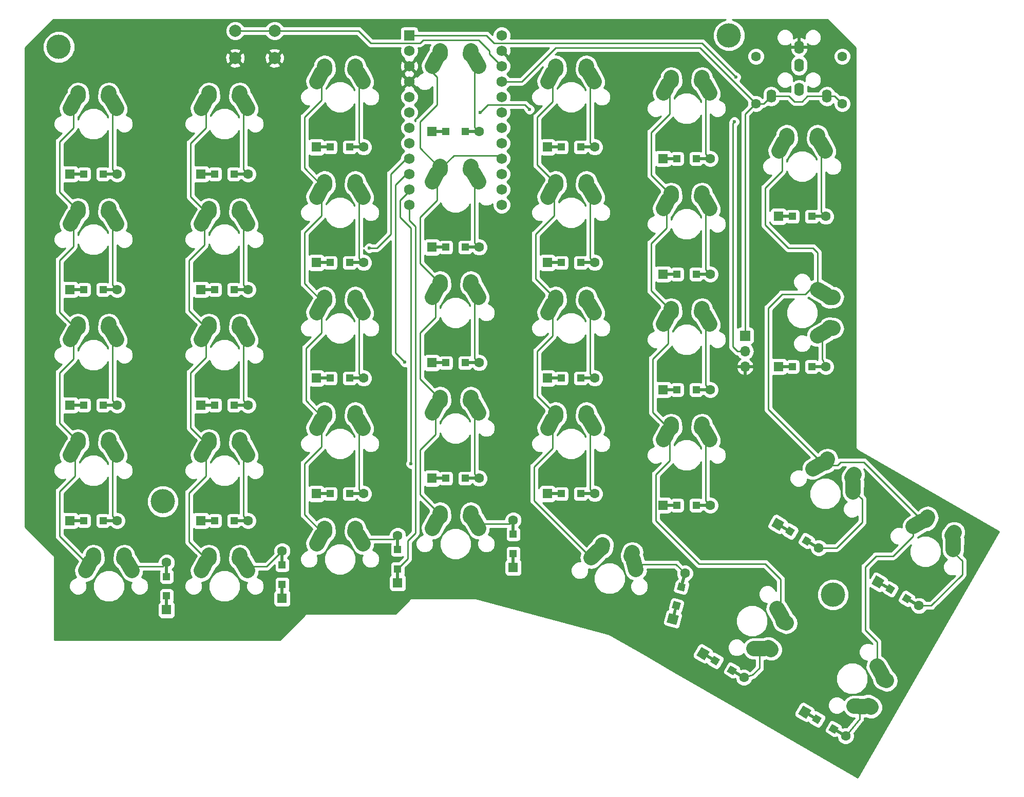
<source format=gtl>
G04 #@! TF.GenerationSoftware,KiCad,Pcbnew,5.0.0-fee4fd1~66~ubuntu18.04.1*
G04 #@! TF.CreationDate,2018-08-23T18:28:32+02:00*
G04 #@! TF.ProjectId,redox_rev1,7265646F785F726576312E6B69636164,1.0*
G04 #@! TF.SameCoordinates,Original*
G04 #@! TF.FileFunction,Copper,L1,Top,Signal*
G04 #@! TF.FilePolarity,Positive*
%FSLAX46Y46*%
G04 Gerber Fmt 4.6, Leading zero omitted, Abs format (unit mm)*
G04 Created by KiCad (PCBNEW 5.0.0-fee4fd1~66~ubuntu18.04.1) date Thu Aug 23 18:28:32 2018*
%MOMM*%
%LPD*%
G01*
G04 APERTURE LIST*
G04 #@! TA.AperFunction,SMDPad,CuDef*
%ADD10R,1.200000X1.200000*%
G04 #@! TD*
G04 #@! TA.AperFunction,ComponentPad*
%ADD11C,1.600000*%
G04 #@! TD*
G04 #@! TA.AperFunction,ComponentPad*
%ADD12R,1.600000X1.600000*%
G04 #@! TD*
G04 #@! TA.AperFunction,Conductor*
%ADD13R,2.500000X0.500000*%
G04 #@! TD*
G04 #@! TA.AperFunction,SMDPad,CuDef*
%ADD14C,1.200000*%
G04 #@! TD*
G04 #@! TA.AperFunction,Conductor*
%ADD15C,0.100000*%
G04 #@! TD*
G04 #@! TA.AperFunction,Conductor*
%ADD16C,0.500000*%
G04 #@! TD*
G04 #@! TA.AperFunction,Conductor*
%ADD17R,0.500000X2.500000*%
G04 #@! TD*
G04 #@! TA.AperFunction,ComponentPad*
%ADD18R,1.700000X1.700000*%
G04 #@! TD*
G04 #@! TA.AperFunction,ComponentPad*
%ADD19O,1.700000X1.700000*%
G04 #@! TD*
G04 #@! TA.AperFunction,ComponentPad*
%ADD20C,2.000000*%
G04 #@! TD*
G04 #@! TA.AperFunction,ComponentPad*
%ADD21O,1.600000X2.200000*%
G04 #@! TD*
G04 #@! TA.AperFunction,ComponentPad*
%ADD22R,1.752600X1.752600*%
G04 #@! TD*
G04 #@! TA.AperFunction,ComponentPad*
%ADD23C,1.752600*%
G04 #@! TD*
G04 #@! TA.AperFunction,ComponentPad*
%ADD24C,4.000000*%
G04 #@! TD*
G04 #@! TA.AperFunction,ComponentPad*
%ADD25C,2.500000*%
G04 #@! TD*
G04 #@! TA.AperFunction,Conductor*
%ADD26C,2.500000*%
G04 #@! TD*
G04 #@! TA.AperFunction,ViaPad*
%ADD27C,0.600000*%
G04 #@! TD*
G04 #@! TA.AperFunction,Conductor*
%ADD28C,0.250000*%
G04 #@! TD*
G04 #@! TA.AperFunction,Conductor*
%ADD29C,0.254000*%
G04 #@! TD*
G04 APERTURE END LIST*
D10*
G04 #@! TO.P,D0,1*
G04 #@! TO.N,row0*
X89865000Y-74930000D03*
G04 #@! TO.P,D0,2*
G04 #@! TO.N,Net-(D0-Pad2)*
X93015000Y-74930000D03*
D11*
X95340000Y-74930000D03*
D12*
G04 #@! TO.P,D0,1*
G04 #@! TO.N,row0*
X87540000Y-74930000D03*
D13*
G04 #@! TD*
G04 #@! TO.N,Net-(D0-Pad2)*
G04 #@! TO.C,D0*
X94140000Y-74930000D03*
G04 #@! TO.N,row0*
G04 #@! TO.C,D0*
X88740000Y-74930000D03*
G04 #@! TD*
D10*
G04 #@! TO.P,D1,1*
G04 #@! TO.N,row0*
X111455000Y-74930000D03*
G04 #@! TO.P,D1,2*
G04 #@! TO.N,Net-(D1-Pad2)*
X114605000Y-74930000D03*
D11*
X116930000Y-74930000D03*
D12*
G04 #@! TO.P,D1,1*
G04 #@! TO.N,row0*
X109130000Y-74930000D03*
D13*
G04 #@! TD*
G04 #@! TO.N,Net-(D1-Pad2)*
G04 #@! TO.C,D1*
X115730000Y-74930000D03*
G04 #@! TO.N,row0*
G04 #@! TO.C,D1*
X110330000Y-74930000D03*
G04 #@! TD*
D10*
G04 #@! TO.P,D2,1*
G04 #@! TO.N,row0*
X130505000Y-70485000D03*
G04 #@! TO.P,D2,2*
G04 #@! TO.N,Net-(D2-Pad2)*
X133655000Y-70485000D03*
D11*
X135980000Y-70485000D03*
D12*
G04 #@! TO.P,D2,1*
G04 #@! TO.N,row0*
X128180000Y-70485000D03*
D13*
G04 #@! TD*
G04 #@! TO.N,Net-(D2-Pad2)*
G04 #@! TO.C,D2*
X134780000Y-70485000D03*
G04 #@! TO.N,row0*
G04 #@! TO.C,D2*
X129380000Y-70485000D03*
G04 #@! TD*
D10*
G04 #@! TO.P,D3,1*
G04 #@! TO.N,row0*
X149555000Y-67945000D03*
G04 #@! TO.P,D3,2*
G04 #@! TO.N,Net-(D3-Pad2)*
X152705000Y-67945000D03*
D11*
X155030000Y-67945000D03*
D12*
G04 #@! TO.P,D3,1*
G04 #@! TO.N,row0*
X147230000Y-67945000D03*
D13*
G04 #@! TD*
G04 #@! TO.N,Net-(D3-Pad2)*
G04 #@! TO.C,D3*
X153830000Y-67945000D03*
G04 #@! TO.N,row0*
G04 #@! TO.C,D3*
X148430000Y-67945000D03*
G04 #@! TD*
D10*
G04 #@! TO.P,D4,1*
G04 #@! TO.N,row0*
X168605000Y-70485000D03*
G04 #@! TO.P,D4,2*
G04 #@! TO.N,Net-(D4-Pad2)*
X171755000Y-70485000D03*
D11*
X174080000Y-70485000D03*
D12*
G04 #@! TO.P,D4,1*
G04 #@! TO.N,row0*
X166280000Y-70485000D03*
D13*
G04 #@! TD*
G04 #@! TO.N,Net-(D4-Pad2)*
G04 #@! TO.C,D4*
X172880000Y-70485000D03*
G04 #@! TO.N,row0*
G04 #@! TO.C,D4*
X167480000Y-70485000D03*
G04 #@! TD*
D10*
G04 #@! TO.P,D5,1*
G04 #@! TO.N,row0*
X187655000Y-72390000D03*
G04 #@! TO.P,D5,2*
G04 #@! TO.N,Net-(D5-Pad2)*
X190805000Y-72390000D03*
D11*
X193130000Y-72390000D03*
D12*
G04 #@! TO.P,D5,1*
G04 #@! TO.N,row0*
X185330000Y-72390000D03*
D13*
G04 #@! TD*
G04 #@! TO.N,Net-(D5-Pad2)*
G04 #@! TO.C,D5*
X191930000Y-72390000D03*
G04 #@! TO.N,row0*
G04 #@! TO.C,D5*
X186530000Y-72390000D03*
G04 #@! TD*
D10*
G04 #@! TO.P,D6,1*
G04 #@! TO.N,row0*
X206705000Y-81915000D03*
G04 #@! TO.P,D6,2*
G04 #@! TO.N,Net-(D6-Pad2)*
X209855000Y-81915000D03*
D11*
X212180000Y-81915000D03*
D12*
G04 #@! TO.P,D6,1*
G04 #@! TO.N,row0*
X204380000Y-81915000D03*
D13*
G04 #@! TD*
G04 #@! TO.N,Net-(D6-Pad2)*
G04 #@! TO.C,D6*
X210980000Y-81915000D03*
G04 #@! TO.N,row0*
G04 #@! TO.C,D6*
X205580000Y-81915000D03*
G04 #@! TD*
D10*
G04 #@! TO.P,D10,1*
G04 #@! TO.N,row1*
X89865000Y-93980000D03*
G04 #@! TO.P,D10,2*
G04 #@! TO.N,Net-(D10-Pad2)*
X93015000Y-93980000D03*
D11*
X95340000Y-93980000D03*
D12*
G04 #@! TO.P,D10,1*
G04 #@! TO.N,row1*
X87540000Y-93980000D03*
D13*
G04 #@! TD*
G04 #@! TO.N,Net-(D10-Pad2)*
G04 #@! TO.C,D10*
X94140000Y-93980000D03*
G04 #@! TO.N,row1*
G04 #@! TO.C,D10*
X88740000Y-93980000D03*
G04 #@! TD*
D10*
G04 #@! TO.P,D11,1*
G04 #@! TO.N,row1*
X111455000Y-93980000D03*
G04 #@! TO.P,D11,2*
G04 #@! TO.N,Net-(D11-Pad2)*
X114605000Y-93980000D03*
D11*
X116930000Y-93980000D03*
D12*
G04 #@! TO.P,D11,1*
G04 #@! TO.N,row1*
X109130000Y-93980000D03*
D13*
G04 #@! TD*
G04 #@! TO.N,Net-(D11-Pad2)*
G04 #@! TO.C,D11*
X115730000Y-93980000D03*
G04 #@! TO.N,row1*
G04 #@! TO.C,D11*
X110330000Y-93980000D03*
G04 #@! TD*
D10*
G04 #@! TO.P,D12,1*
G04 #@! TO.N,row1*
X130505000Y-89535000D03*
G04 #@! TO.P,D12,2*
G04 #@! TO.N,Net-(D12-Pad2)*
X133655000Y-89535000D03*
D11*
X135980000Y-89535000D03*
D12*
G04 #@! TO.P,D12,1*
G04 #@! TO.N,row1*
X128180000Y-89535000D03*
D13*
G04 #@! TD*
G04 #@! TO.N,Net-(D12-Pad2)*
G04 #@! TO.C,D12*
X134780000Y-89535000D03*
G04 #@! TO.N,row1*
G04 #@! TO.C,D12*
X129380000Y-89535000D03*
G04 #@! TD*
D10*
G04 #@! TO.P,D13,1*
G04 #@! TO.N,row1*
X149555000Y-86995000D03*
G04 #@! TO.P,D13,2*
G04 #@! TO.N,Net-(D13-Pad2)*
X152705000Y-86995000D03*
D11*
X155030000Y-86995000D03*
D12*
G04 #@! TO.P,D13,1*
G04 #@! TO.N,row1*
X147230000Y-86995000D03*
D13*
G04 #@! TD*
G04 #@! TO.N,Net-(D13-Pad2)*
G04 #@! TO.C,D13*
X153830000Y-86995000D03*
G04 #@! TO.N,row1*
G04 #@! TO.C,D13*
X148430000Y-86995000D03*
G04 #@! TD*
D10*
G04 #@! TO.P,D14,1*
G04 #@! TO.N,row1*
X168605000Y-89535000D03*
G04 #@! TO.P,D14,2*
G04 #@! TO.N,Net-(D14-Pad2)*
X171755000Y-89535000D03*
D11*
X174080000Y-89535000D03*
D12*
G04 #@! TO.P,D14,1*
G04 #@! TO.N,row1*
X166280000Y-89535000D03*
D13*
G04 #@! TD*
G04 #@! TO.N,Net-(D14-Pad2)*
G04 #@! TO.C,D14*
X172880000Y-89535000D03*
G04 #@! TO.N,row1*
G04 #@! TO.C,D14*
X167480000Y-89535000D03*
G04 #@! TD*
D10*
G04 #@! TO.P,D15,1*
G04 #@! TO.N,row1*
X187655000Y-91440000D03*
G04 #@! TO.P,D15,2*
G04 #@! TO.N,Net-(D15-Pad2)*
X190805000Y-91440000D03*
D11*
X193130000Y-91440000D03*
D12*
G04 #@! TO.P,D15,1*
G04 #@! TO.N,row1*
X185330000Y-91440000D03*
D13*
G04 #@! TD*
G04 #@! TO.N,Net-(D15-Pad2)*
G04 #@! TO.C,D15*
X191930000Y-91440000D03*
G04 #@! TO.N,row1*
G04 #@! TO.C,D15*
X186530000Y-91440000D03*
G04 #@! TD*
D10*
G04 #@! TO.P,D16,1*
G04 #@! TO.N,row1*
X206705000Y-106680000D03*
G04 #@! TO.P,D16,2*
G04 #@! TO.N,Net-(D16-Pad2)*
X209855000Y-106680000D03*
D11*
X212180000Y-106680000D03*
D12*
G04 #@! TO.P,D16,1*
G04 #@! TO.N,row1*
X204380000Y-106680000D03*
D13*
G04 #@! TD*
G04 #@! TO.N,Net-(D16-Pad2)*
G04 #@! TO.C,D16*
X210980000Y-106680000D03*
G04 #@! TO.N,row1*
G04 #@! TO.C,D16*
X205580000Y-106680000D03*
G04 #@! TD*
D10*
G04 #@! TO.P,D20,1*
G04 #@! TO.N,row2*
X89865000Y-113030000D03*
G04 #@! TO.P,D20,2*
G04 #@! TO.N,Net-(D20-Pad2)*
X93015000Y-113030000D03*
D11*
X95340000Y-113030000D03*
D12*
G04 #@! TO.P,D20,1*
G04 #@! TO.N,row2*
X87540000Y-113030000D03*
D13*
G04 #@! TD*
G04 #@! TO.N,Net-(D20-Pad2)*
G04 #@! TO.C,D20*
X94140000Y-113030000D03*
G04 #@! TO.N,row2*
G04 #@! TO.C,D20*
X88740000Y-113030000D03*
G04 #@! TD*
D10*
G04 #@! TO.P,D21,1*
G04 #@! TO.N,row2*
X111455000Y-113030000D03*
G04 #@! TO.P,D21,2*
G04 #@! TO.N,Net-(D21-Pad2)*
X114605000Y-113030000D03*
D11*
X116930000Y-113030000D03*
D12*
G04 #@! TO.P,D21,1*
G04 #@! TO.N,row2*
X109130000Y-113030000D03*
D13*
G04 #@! TD*
G04 #@! TO.N,Net-(D21-Pad2)*
G04 #@! TO.C,D21*
X115730000Y-113030000D03*
G04 #@! TO.N,row2*
G04 #@! TO.C,D21*
X110330000Y-113030000D03*
G04 #@! TD*
D10*
G04 #@! TO.P,D22,1*
G04 #@! TO.N,row2*
X130505000Y-108585000D03*
G04 #@! TO.P,D22,2*
G04 #@! TO.N,Net-(D22-Pad2)*
X133655000Y-108585000D03*
D11*
X135980000Y-108585000D03*
D12*
G04 #@! TO.P,D22,1*
G04 #@! TO.N,row2*
X128180000Y-108585000D03*
D13*
G04 #@! TD*
G04 #@! TO.N,Net-(D22-Pad2)*
G04 #@! TO.C,D22*
X134780000Y-108585000D03*
G04 #@! TO.N,row2*
G04 #@! TO.C,D22*
X129380000Y-108585000D03*
G04 #@! TD*
D10*
G04 #@! TO.P,D23,1*
G04 #@! TO.N,row2*
X149555000Y-106045000D03*
G04 #@! TO.P,D23,2*
G04 #@! TO.N,Net-(D23-Pad2)*
X152705000Y-106045000D03*
D11*
X155030000Y-106045000D03*
D12*
G04 #@! TO.P,D23,1*
G04 #@! TO.N,row2*
X147230000Y-106045000D03*
D13*
G04 #@! TD*
G04 #@! TO.N,Net-(D23-Pad2)*
G04 #@! TO.C,D23*
X153830000Y-106045000D03*
G04 #@! TO.N,row2*
G04 #@! TO.C,D23*
X148430000Y-106045000D03*
G04 #@! TD*
D10*
G04 #@! TO.P,D24,1*
G04 #@! TO.N,row2*
X168605000Y-108585000D03*
G04 #@! TO.P,D24,2*
G04 #@! TO.N,Net-(D24-Pad2)*
X171755000Y-108585000D03*
D11*
X174080000Y-108585000D03*
D12*
G04 #@! TO.P,D24,1*
G04 #@! TO.N,row2*
X166280000Y-108585000D03*
D13*
G04 #@! TD*
G04 #@! TO.N,Net-(D24-Pad2)*
G04 #@! TO.C,D24*
X172880000Y-108585000D03*
G04 #@! TO.N,row2*
G04 #@! TO.C,D24*
X167480000Y-108585000D03*
G04 #@! TD*
D10*
G04 #@! TO.P,D25,1*
G04 #@! TO.N,row2*
X187655000Y-110490000D03*
G04 #@! TO.P,D25,2*
G04 #@! TO.N,Net-(D25-Pad2)*
X190805000Y-110490000D03*
D11*
X193130000Y-110490000D03*
D12*
G04 #@! TO.P,D25,1*
G04 #@! TO.N,row2*
X185330000Y-110490000D03*
D13*
G04 #@! TD*
G04 #@! TO.N,Net-(D25-Pad2)*
G04 #@! TO.C,D25*
X191930000Y-110490000D03*
G04 #@! TO.N,row2*
G04 #@! TO.C,D25*
X186530000Y-110490000D03*
G04 #@! TD*
D14*
G04 #@! TO.P,D26,1*
G04 #@! TO.N,row2*
X206281010Y-133832500D03*
D15*
G04 #@! TD*
G04 #@! TO.N,row2*
G04 #@! TO.C,D26*
G36*
X207100625Y-133612885D02*
X206500625Y-134652115D01*
X205461395Y-134052115D01*
X206061395Y-133012885D01*
X207100625Y-133612885D01*
X207100625Y-133612885D01*
G37*
D14*
G04 #@! TO.P,D26,2*
G04 #@! TO.N,Net-(D26-Pad2)*
X209008990Y-135407500D03*
D15*
G04 #@! TD*
G04 #@! TO.N,Net-(D26-Pad2)*
G04 #@! TO.C,D26*
G36*
X209828605Y-135187885D02*
X209228605Y-136227115D01*
X208189375Y-135627115D01*
X208789375Y-134587885D01*
X209828605Y-135187885D01*
X209828605Y-135187885D01*
G37*
D11*
G04 #@! TO.P,D26,2*
G04 #@! TO.N,Net-(D26-Pad2)*
X211022499Y-136570000D03*
G04 #@! TO.P,D26,1*
G04 #@! TO.N,row2*
X204267501Y-132670000D03*
D15*
G04 #@! TD*
G04 #@! TO.N,row2*
G04 #@! TO.C,D26*
G36*
X205360321Y-132377180D02*
X204560321Y-133762820D01*
X203174681Y-132962820D01*
X203974681Y-131577180D01*
X205360321Y-132377180D01*
X205360321Y-132377180D01*
G37*
D16*
G04 #@! TO.N,Net-(D26-Pad2)*
G04 #@! TO.C,D26*
X209983269Y-135970000D03*
D15*
G36*
X211190801Y-136378494D02*
X210940801Y-136811506D01*
X208775737Y-135561506D01*
X209025737Y-135128494D01*
X211190801Y-136378494D01*
X211190801Y-136378494D01*
G37*
D16*
G04 #@! TO.N,row2*
X205306731Y-133270000D03*
D15*
G36*
X206514263Y-133678494D02*
X206264263Y-134111506D01*
X204099199Y-132861506D01*
X204349199Y-132428494D01*
X206514263Y-133678494D01*
X206514263Y-133678494D01*
G37*
G04 #@! TD*
D10*
G04 #@! TO.P,D30,1*
G04 #@! TO.N,row3*
X89865000Y-132080000D03*
G04 #@! TO.P,D30,2*
G04 #@! TO.N,Net-(D30-Pad2)*
X93015000Y-132080000D03*
D11*
X95340000Y-132080000D03*
D12*
G04 #@! TO.P,D30,1*
G04 #@! TO.N,row3*
X87540000Y-132080000D03*
D13*
G04 #@! TD*
G04 #@! TO.N,Net-(D30-Pad2)*
G04 #@! TO.C,D30*
X94140000Y-132080000D03*
G04 #@! TO.N,row3*
G04 #@! TO.C,D30*
X88740000Y-132080000D03*
G04 #@! TD*
D10*
G04 #@! TO.P,D31,1*
G04 #@! TO.N,row3*
X111455000Y-132080000D03*
G04 #@! TO.P,D31,2*
G04 #@! TO.N,Net-(D31-Pad2)*
X114605000Y-132080000D03*
D11*
X116930000Y-132080000D03*
D12*
G04 #@! TO.P,D31,1*
G04 #@! TO.N,row3*
X109130000Y-132080000D03*
D13*
G04 #@! TD*
G04 #@! TO.N,Net-(D31-Pad2)*
G04 #@! TO.C,D31*
X115730000Y-132080000D03*
G04 #@! TO.N,row3*
G04 #@! TO.C,D31*
X110330000Y-132080000D03*
G04 #@! TD*
D10*
G04 #@! TO.P,D32,1*
G04 #@! TO.N,row3*
X130505000Y-127635000D03*
G04 #@! TO.P,D32,2*
G04 #@! TO.N,Net-(D32-Pad2)*
X133655000Y-127635000D03*
D11*
X135980000Y-127635000D03*
D12*
G04 #@! TO.P,D32,1*
G04 #@! TO.N,row3*
X128180000Y-127635000D03*
D13*
G04 #@! TD*
G04 #@! TO.N,Net-(D32-Pad2)*
G04 #@! TO.C,D32*
X134780000Y-127635000D03*
G04 #@! TO.N,row3*
G04 #@! TO.C,D32*
X129380000Y-127635000D03*
G04 #@! TD*
D10*
G04 #@! TO.P,D33,1*
G04 #@! TO.N,row3*
X149555000Y-125095000D03*
G04 #@! TO.P,D33,2*
G04 #@! TO.N,Net-(D33-Pad2)*
X152705000Y-125095000D03*
D11*
X155030000Y-125095000D03*
D12*
G04 #@! TO.P,D33,1*
G04 #@! TO.N,row3*
X147230000Y-125095000D03*
D13*
G04 #@! TD*
G04 #@! TO.N,Net-(D33-Pad2)*
G04 #@! TO.C,D33*
X153830000Y-125095000D03*
G04 #@! TO.N,row3*
G04 #@! TO.C,D33*
X148430000Y-125095000D03*
G04 #@! TD*
D10*
G04 #@! TO.P,D34,1*
G04 #@! TO.N,row3*
X168605000Y-127635000D03*
G04 #@! TO.P,D34,2*
G04 #@! TO.N,Net-(D34-Pad2)*
X171755000Y-127635000D03*
D11*
X174080000Y-127635000D03*
D12*
G04 #@! TO.P,D34,1*
G04 #@! TO.N,row3*
X166280000Y-127635000D03*
D13*
G04 #@! TD*
G04 #@! TO.N,Net-(D34-Pad2)*
G04 #@! TO.C,D34*
X172880000Y-127635000D03*
G04 #@! TO.N,row3*
G04 #@! TO.C,D34*
X167480000Y-127635000D03*
G04 #@! TD*
D10*
G04 #@! TO.P,D35,1*
G04 #@! TO.N,row3*
X187655000Y-129540000D03*
G04 #@! TO.P,D35,2*
G04 #@! TO.N,Net-(D35-Pad2)*
X190805000Y-129540000D03*
D11*
X193130000Y-129540000D03*
D12*
G04 #@! TO.P,D35,1*
G04 #@! TO.N,row3*
X185330000Y-129540000D03*
D13*
G04 #@! TD*
G04 #@! TO.N,Net-(D35-Pad2)*
G04 #@! TO.C,D35*
X191930000Y-129540000D03*
G04 #@! TO.N,row3*
G04 #@! TO.C,D35*
X186530000Y-129540000D03*
G04 #@! TD*
D14*
G04 #@! TO.P,D36,1*
G04 #@! TO.N,row3*
X222791010Y-143357500D03*
D15*
G04 #@! TD*
G04 #@! TO.N,row3*
G04 #@! TO.C,D36*
G36*
X223610625Y-143137885D02*
X223010625Y-144177115D01*
X221971395Y-143577115D01*
X222571395Y-142537885D01*
X223610625Y-143137885D01*
X223610625Y-143137885D01*
G37*
D14*
G04 #@! TO.P,D36,2*
G04 #@! TO.N,Net-(D36-Pad2)*
X225518990Y-144932500D03*
D15*
G04 #@! TD*
G04 #@! TO.N,Net-(D36-Pad2)*
G04 #@! TO.C,D36*
G36*
X226338605Y-144712885D02*
X225738605Y-145752115D01*
X224699375Y-145152115D01*
X225299375Y-144112885D01*
X226338605Y-144712885D01*
X226338605Y-144712885D01*
G37*
D11*
G04 #@! TO.P,D36,2*
G04 #@! TO.N,Net-(D36-Pad2)*
X227532499Y-146095000D03*
G04 #@! TO.P,D36,1*
G04 #@! TO.N,row3*
X220777501Y-142195000D03*
D15*
G04 #@! TD*
G04 #@! TO.N,row3*
G04 #@! TO.C,D36*
G36*
X221870321Y-141902180D02*
X221070321Y-143287820D01*
X219684681Y-142487820D01*
X220484681Y-141102180D01*
X221870321Y-141902180D01*
X221870321Y-141902180D01*
G37*
D16*
G04 #@! TO.N,Net-(D36-Pad2)*
G04 #@! TO.C,D36*
X226493269Y-145495000D03*
D15*
G36*
X227700801Y-145903494D02*
X227450801Y-146336506D01*
X225285737Y-145086506D01*
X225535737Y-144653494D01*
X227700801Y-145903494D01*
X227700801Y-145903494D01*
G37*
D16*
G04 #@! TO.N,row3*
X221816731Y-142795000D03*
D15*
G36*
X223024263Y-143203494D02*
X222774263Y-143636506D01*
X220609199Y-142386506D01*
X220859199Y-141953494D01*
X223024263Y-143203494D01*
X223024263Y-143203494D01*
G37*
G04 #@! TD*
D10*
G04 #@! TO.P,D40,1*
G04 #@! TO.N,row4*
X103505000Y-144450000D03*
G04 #@! TO.P,D40,2*
G04 #@! TO.N,Net-(D40-Pad2)*
X103505000Y-141300000D03*
D11*
X103505000Y-138975000D03*
D12*
G04 #@! TO.P,D40,1*
G04 #@! TO.N,row4*
X103505000Y-146775000D03*
D17*
G04 #@! TD*
G04 #@! TO.N,Net-(D40-Pad2)*
G04 #@! TO.C,D40*
X103505000Y-140175000D03*
G04 #@! TO.N,row4*
G04 #@! TO.C,D40*
X103505000Y-145575000D03*
G04 #@! TD*
D10*
G04 #@! TO.P,D41,1*
G04 #@! TO.N,row4*
X122555000Y-142545000D03*
G04 #@! TO.P,D41,2*
G04 #@! TO.N,Net-(D41-Pad2)*
X122555000Y-139395000D03*
D11*
X122555000Y-137070000D03*
D12*
G04 #@! TO.P,D41,1*
G04 #@! TO.N,row4*
X122555000Y-144870000D03*
D17*
G04 #@! TD*
G04 #@! TO.N,Net-(D41-Pad2)*
G04 #@! TO.C,D41*
X122555000Y-138270000D03*
G04 #@! TO.N,row4*
G04 #@! TO.C,D41*
X122555000Y-143670000D03*
G04 #@! TD*
D10*
G04 #@! TO.P,D42,1*
G04 #@! TO.N,row4*
X141605000Y-140005000D03*
G04 #@! TO.P,D42,2*
G04 #@! TO.N,Net-(D42-Pad2)*
X141605000Y-136855000D03*
D11*
X141605000Y-134530000D03*
D12*
G04 #@! TO.P,D42,1*
G04 #@! TO.N,row4*
X141605000Y-142330000D03*
D17*
G04 #@! TD*
G04 #@! TO.N,Net-(D42-Pad2)*
G04 #@! TO.C,D42*
X141605000Y-135730000D03*
G04 #@! TO.N,row4*
G04 #@! TO.C,D42*
X141605000Y-141130000D03*
G04 #@! TD*
D10*
G04 #@! TO.P,D43,1*
G04 #@! TO.N,row4*
X160655000Y-137465000D03*
G04 #@! TO.P,D43,2*
G04 #@! TO.N,Net-(D43-Pad2)*
X160655000Y-134315000D03*
D11*
X160655000Y-131990000D03*
D12*
G04 #@! TO.P,D43,1*
G04 #@! TO.N,row4*
X160655000Y-139790000D03*
D17*
G04 #@! TD*
G04 #@! TO.N,Net-(D43-Pad2)*
G04 #@! TO.C,D43*
X160655000Y-133190000D03*
G04 #@! TO.N,row4*
G04 #@! TO.C,D43*
X160655000Y-138590000D03*
G04 #@! TD*
D14*
G04 #@! TO.P,D44,1*
G04 #@! TO.N,row4*
X187552360Y-146047333D03*
D15*
G04 #@! TD*
G04 #@! TO.N,row4*
G04 #@! TO.C,D44*
G36*
X187128096Y-145312486D02*
X188287207Y-145623069D01*
X187976624Y-146782180D01*
X186817513Y-146471597D01*
X187128096Y-145312486D01*
X187128096Y-145312486D01*
G37*
D14*
G04 #@! TO.P,D44,2*
G04 #@! TO.N,Net-(D44-Pad2)*
X188367640Y-143004667D03*
D15*
G04 #@! TD*
G04 #@! TO.N,Net-(D44-Pad2)*
G04 #@! TO.C,D44*
G36*
X187943376Y-142269820D02*
X189102487Y-142580403D01*
X188791904Y-143739514D01*
X187632793Y-143428931D01*
X187943376Y-142269820D01*
X187943376Y-142269820D01*
G37*
D11*
G04 #@! TO.P,D44,2*
G04 #@! TO.N,Net-(D44-Pad2)*
X188969394Y-140758889D03*
G04 #@! TO.P,D44,1*
G04 #@! TO.N,row4*
X186950606Y-148293111D03*
D15*
G04 #@! TD*
G04 #@! TO.N,row4*
G04 #@! TO.C,D44*
G36*
X186384921Y-147313315D02*
X187930402Y-147727426D01*
X187516291Y-149272907D01*
X185970810Y-148858796D01*
X186384921Y-147313315D01*
X186384921Y-147313315D01*
G37*
D16*
G04 #@! TO.N,Net-(D44-Pad2)*
G04 #@! TO.C,D44*
X188658811Y-141918000D03*
D15*
G36*
X188740853Y-140645888D02*
X189223816Y-140775297D01*
X188576769Y-143190112D01*
X188093806Y-143060703D01*
X188740853Y-140645888D01*
X188740853Y-140645888D01*
G37*
D16*
G04 #@! TO.N,row4*
X187261189Y-147134000D03*
D15*
G36*
X187343231Y-145861888D02*
X187826194Y-145991297D01*
X187179147Y-148406112D01*
X186696184Y-148276703D01*
X187343231Y-145861888D01*
X187343231Y-145861888D01*
G37*
G04 #@! TD*
D14*
G04 #@! TO.P,D45,1*
G04 #@! TO.N,row4*
X193962010Y-155168500D03*
D15*
G04 #@! TD*
G04 #@! TO.N,row4*
G04 #@! TO.C,D45*
G36*
X194781625Y-154948885D02*
X194181625Y-155988115D01*
X193142395Y-155388115D01*
X193742395Y-154348885D01*
X194781625Y-154948885D01*
X194781625Y-154948885D01*
G37*
D14*
G04 #@! TO.P,D45,2*
G04 #@! TO.N,Net-(D45-Pad2)*
X196689990Y-156743500D03*
D15*
G04 #@! TD*
G04 #@! TO.N,Net-(D45-Pad2)*
G04 #@! TO.C,D45*
G36*
X197509605Y-156523885D02*
X196909605Y-157563115D01*
X195870375Y-156963115D01*
X196470375Y-155923885D01*
X197509605Y-156523885D01*
X197509605Y-156523885D01*
G37*
D11*
G04 #@! TO.P,D45,2*
G04 #@! TO.N,Net-(D45-Pad2)*
X198703499Y-157906000D03*
G04 #@! TO.P,D45,1*
G04 #@! TO.N,row4*
X191948501Y-154006000D03*
D15*
G04 #@! TD*
G04 #@! TO.N,row4*
G04 #@! TO.C,D45*
G36*
X193041321Y-153713180D02*
X192241321Y-155098820D01*
X190855681Y-154298820D01*
X191655681Y-152913180D01*
X193041321Y-153713180D01*
X193041321Y-153713180D01*
G37*
D16*
G04 #@! TO.N,Net-(D45-Pad2)*
G04 #@! TO.C,D45*
X197664269Y-157306000D03*
D15*
G36*
X198871801Y-157714494D02*
X198621801Y-158147506D01*
X196456737Y-156897506D01*
X196706737Y-156464494D01*
X198871801Y-157714494D01*
X198871801Y-157714494D01*
G37*
D16*
G04 #@! TO.N,row4*
X192987731Y-154606000D03*
D15*
G36*
X194195263Y-155014494D02*
X193945263Y-155447506D01*
X191780199Y-154197506D01*
X192030199Y-153764494D01*
X194195263Y-155014494D01*
X194195263Y-155014494D01*
G37*
G04 #@! TD*
D14*
G04 #@! TO.P,D46,1*
G04 #@! TO.N,row4*
X210726010Y-164820500D03*
D15*
G04 #@! TD*
G04 #@! TO.N,row4*
G04 #@! TO.C,D46*
G36*
X211545625Y-164600885D02*
X210945625Y-165640115D01*
X209906395Y-165040115D01*
X210506395Y-164000885D01*
X211545625Y-164600885D01*
X211545625Y-164600885D01*
G37*
D14*
G04 #@! TO.P,D46,2*
G04 #@! TO.N,Net-(D46-Pad2)*
X213453990Y-166395500D03*
D15*
G04 #@! TD*
G04 #@! TO.N,Net-(D46-Pad2)*
G04 #@! TO.C,D46*
G36*
X214273605Y-166175885D02*
X213673605Y-167215115D01*
X212634375Y-166615115D01*
X213234375Y-165575885D01*
X214273605Y-166175885D01*
X214273605Y-166175885D01*
G37*
D11*
G04 #@! TO.P,D46,2*
G04 #@! TO.N,Net-(D46-Pad2)*
X215467499Y-167558000D03*
G04 #@! TO.P,D46,1*
G04 #@! TO.N,row4*
X208712501Y-163658000D03*
D15*
G04 #@! TD*
G04 #@! TO.N,row4*
G04 #@! TO.C,D46*
G36*
X209805321Y-163365180D02*
X209005321Y-164750820D01*
X207619681Y-163950820D01*
X208419681Y-162565180D01*
X209805321Y-163365180D01*
X209805321Y-163365180D01*
G37*
D16*
G04 #@! TO.N,Net-(D46-Pad2)*
G04 #@! TO.C,D46*
X214428269Y-166958000D03*
D15*
G36*
X215635801Y-167366494D02*
X215385801Y-167799506D01*
X213220737Y-166549506D01*
X213470737Y-166116494D01*
X215635801Y-167366494D01*
X215635801Y-167366494D01*
G37*
D16*
G04 #@! TO.N,row4*
X209751731Y-164258000D03*
D15*
G36*
X210959263Y-164666494D02*
X210709263Y-165099506D01*
X208544199Y-163849506D01*
X208794199Y-163416494D01*
X210959263Y-164666494D01*
X210959263Y-164666494D01*
G37*
G04 #@! TD*
D11*
G04 #@! TO.P,R1,2*
G04 #@! TO.N,VCC*
X200660000Y-63336000D03*
G04 #@! TO.P,R1,1*
G04 #@! TO.N,SDA*
X200660000Y-55536000D03*
G04 #@! TD*
G04 #@! TO.P,R2,2*
G04 #@! TO.N,VCC*
X214884000Y-63336000D03*
G04 #@! TO.P,R2,1*
G04 #@! TO.N,SCL*
X214884000Y-55536000D03*
G04 #@! TD*
D18*
G04 #@! TO.P,RGB_STRIP1,1*
G04 #@! TO.N,VCC*
X198882000Y-101600000D03*
D19*
G04 #@! TO.P,RGB_STRIP1,2*
G04 #@! TO.N,rgb_data*
X198882000Y-104140000D03*
G04 #@! TO.P,RGB_STRIP1,3*
G04 #@! TO.N,GND*
X198882000Y-106680000D03*
G04 #@! TD*
D20*
G04 #@! TO.P,RST_SW1,2*
G04 #@! TO.N,GND*
X114808000Y-55808000D03*
G04 #@! TO.P,RST_SW1,1*
G04 #@! TO.N,RST*
X114808000Y-51308000D03*
G04 #@! TO.P,RST_SW1,2*
G04 #@! TO.N,GND*
X121308000Y-55808000D03*
G04 #@! TO.P,RST_SW1,1*
G04 #@! TO.N,RST*
X121308000Y-51308000D03*
G04 #@! TD*
D21*
G04 #@! TO.P,TRRS1,1*
G04 #@! TO.N,VCC*
X212372000Y-62100000D03*
X203172000Y-62100000D03*
G04 #@! TO.P,TRRS1,2*
G04 #@! TO.N,SCL*
X207772000Y-61000000D03*
G04 #@! TO.P,TRRS1,4*
G04 #@! TO.N,GND*
X207772000Y-54000000D03*
G04 #@! TO.P,TRRS1,3*
G04 #@! TO.N,SDA*
X207772000Y-57000000D03*
G04 #@! TD*
D22*
G04 #@! TO.P,U1,1*
G04 #@! TO.N,rgb_data*
X143510000Y-52070000D03*
D23*
G04 #@! TO.P,U1,2*
G04 #@! TO.N,Net-(U1-Pad2)*
X143510000Y-54610000D03*
G04 #@! TO.P,U1,3*
G04 #@! TO.N,GND*
X143510000Y-57150000D03*
G04 #@! TO.P,U1,4*
X143510000Y-59690000D03*
G04 #@! TO.P,U1,5*
G04 #@! TO.N,SDA*
X143510000Y-62230000D03*
G04 #@! TO.P,U1,6*
G04 #@! TO.N,SCL*
X143510000Y-64770000D03*
G04 #@! TO.P,U1,7*
G04 #@! TO.N,row0*
X143510000Y-67310000D03*
G04 #@! TO.P,U1,8*
G04 #@! TO.N,Net-(U1-Pad8)*
X143510000Y-69850000D03*
G04 #@! TO.P,U1,9*
G04 #@! TO.N,row1*
X143510000Y-72390000D03*
G04 #@! TO.P,U1,10*
G04 #@! TO.N,row2*
X143510000Y-74930000D03*
G04 #@! TO.P,U1,11*
G04 #@! TO.N,row3*
X143510000Y-77470000D03*
G04 #@! TO.P,U1,13*
G04 #@! TO.N,col6*
X158750000Y-80010000D03*
G04 #@! TO.P,U1,14*
G04 #@! TO.N,col5*
X158750000Y-77470000D03*
G04 #@! TO.P,U1,15*
G04 #@! TO.N,col4*
X158750000Y-74930000D03*
G04 #@! TO.P,U1,16*
G04 #@! TO.N,col3*
X158750000Y-72390000D03*
G04 #@! TO.P,U1,17*
G04 #@! TO.N,col2*
X158750000Y-69850000D03*
G04 #@! TO.P,U1,18*
G04 #@! TO.N,col1*
X158750000Y-67310000D03*
G04 #@! TO.P,U1,19*
G04 #@! TO.N,col0*
X158750000Y-64770000D03*
G04 #@! TO.P,U1,20*
G04 #@! TO.N,Net-(U1-Pad20)*
X158750000Y-62230000D03*
G04 #@! TO.P,U1,21*
G04 #@! TO.N,VCC*
X158750000Y-59690000D03*
G04 #@! TO.P,U1,22*
G04 #@! TO.N,RST*
X158750000Y-57150000D03*
G04 #@! TO.P,U1,23*
G04 #@! TO.N,GND*
X158750000Y-54610000D03*
G04 #@! TO.P,U1,12*
G04 #@! TO.N,row4*
X143510000Y-80010000D03*
G04 #@! TO.P,U1,24*
G04 #@! TO.N,Net-(U1-Pad24)*
X158750000Y-52070000D03*
G04 #@! TD*
D24*
G04 #@! TO.P,HOLE_M3,1*
G04 #@! TO.N,N/C*
X213360000Y-144272000D03*
G04 #@! TD*
G04 #@! TO.P,HOLE_M3,1*
G04 #@! TO.N,N/C*
X85725000Y-53975000D03*
G04 #@! TD*
G04 #@! TO.P,HOLE_M3,1*
G04 #@! TO.N,N/C*
X102870000Y-128905000D03*
G04 #@! TD*
G04 #@! TO.P,HOLE_M3,1*
G04 #@! TO.N,N/C*
X196215000Y-52070000D03*
G04 #@! TD*
D25*
G04 #@! TO.P,K44,1*
G04 #@! TO.N,col4*
X175335610Y-136325991D03*
D26*
G04 #@! TD*
G04 #@! TO.N,col4*
G04 #@! TO.C,K44*
X175391441Y-136041416D02*
X175279779Y-136610566D01*
D25*
G04 #@! TO.P,K44,2*
G04 #@! TO.N,Net-(D44-Pad2)*
X180665316Y-139327701D03*
D26*
G04 #@! TD*
G04 #@! TO.N,Net-(D44-Pad2)*
G04 #@! TO.C,K44*
X180462604Y-138517681D02*
X180868028Y-140137721D01*
D25*
G04 #@! TO.P,K44,1*
G04 #@! TO.N,col4*
X174087361Y-137565144D03*
D26*
G04 #@! TD*
G04 #@! TO.N,col4*
G04 #@! TO.C,K44*
X174667925Y-136965002D02*
X173506797Y-138165286D01*
D25*
G04 #@! TO.P,K44,2*
G04 #@! TO.N,Net-(D44-Pad2)*
X180203876Y-137630439D03*
D26*
G04 #@! TD*
G04 #@! TO.N,Net-(D44-Pad2)*
G04 #@! TO.C,K44*
X180297812Y-137356074D02*
X180109940Y-137904804D01*
D25*
G04 #@! TO.P,K30,1*
G04 #@! TO.N,col0*
X88920000Y-119035000D03*
D26*
G04 #@! TD*
G04 #@! TO.N,col0*
G04 #@! TO.C,K30*
X88900276Y-118745672D02*
X88939724Y-119324328D01*
D25*
G04 #@! TO.P,K30,2*
G04 #@! TO.N,Net-(D30-Pad2)*
X94845000Y-120555000D03*
D26*
G04 #@! TD*
G04 #@! TO.N,Net-(D30-Pad2)*
G04 #@! TO.C,K30*
X94439547Y-119825046D02*
X95250453Y-121284954D01*
D25*
G04 #@! TO.P,K30,1*
G04 #@! TO.N,col0*
X88035000Y-120555000D03*
D26*
G04 #@! TD*
G04 #@! TO.N,col0*
G04 #@! TO.C,K30*
X88440453Y-119825046D02*
X87629547Y-121284954D01*
D25*
G04 #@! TO.P,K30,2*
G04 #@! TO.N,Net-(D30-Pad2)*
X93960000Y-119035000D03*
D26*
G04 #@! TD*
G04 #@! TO.N,Net-(D30-Pad2)*
G04 #@! TO.C,K30*
X93979724Y-118745672D02*
X93940276Y-119324328D01*
D25*
G04 #@! TO.P,K20,1*
G04 #@! TO.N,col0*
X88920000Y-99985000D03*
D26*
G04 #@! TD*
G04 #@! TO.N,col0*
G04 #@! TO.C,K20*
X88900276Y-99695672D02*
X88939724Y-100274328D01*
D25*
G04 #@! TO.P,K20,2*
G04 #@! TO.N,Net-(D20-Pad2)*
X94845000Y-101505000D03*
D26*
G04 #@! TD*
G04 #@! TO.N,Net-(D20-Pad2)*
G04 #@! TO.C,K20*
X94439547Y-100775046D02*
X95250453Y-102234954D01*
D25*
G04 #@! TO.P,K20,1*
G04 #@! TO.N,col0*
X88035000Y-101505000D03*
D26*
G04 #@! TD*
G04 #@! TO.N,col0*
G04 #@! TO.C,K20*
X88440453Y-100775046D02*
X87629547Y-102234954D01*
D25*
G04 #@! TO.P,K20,2*
G04 #@! TO.N,Net-(D20-Pad2)*
X93960000Y-99985000D03*
D26*
G04 #@! TD*
G04 #@! TO.N,Net-(D20-Pad2)*
G04 #@! TO.C,K20*
X93979724Y-99695672D02*
X93940276Y-100274328D01*
D25*
G04 #@! TO.P,K10,1*
G04 #@! TO.N,col0*
X88920000Y-80935000D03*
D26*
G04 #@! TD*
G04 #@! TO.N,col0*
G04 #@! TO.C,K10*
X88900276Y-80645672D02*
X88939724Y-81224328D01*
D25*
G04 #@! TO.P,K10,2*
G04 #@! TO.N,Net-(D10-Pad2)*
X94845000Y-82455000D03*
D26*
G04 #@! TD*
G04 #@! TO.N,Net-(D10-Pad2)*
G04 #@! TO.C,K10*
X94439547Y-81725046D02*
X95250453Y-83184954D01*
D25*
G04 #@! TO.P,K10,1*
G04 #@! TO.N,col0*
X88035000Y-82455000D03*
D26*
G04 #@! TD*
G04 #@! TO.N,col0*
G04 #@! TO.C,K10*
X88440453Y-81725046D02*
X87629547Y-83184954D01*
D25*
G04 #@! TO.P,K10,2*
G04 #@! TO.N,Net-(D10-Pad2)*
X93960000Y-80935000D03*
D26*
G04 #@! TD*
G04 #@! TO.N,Net-(D10-Pad2)*
G04 #@! TO.C,K10*
X93979724Y-80645672D02*
X93940276Y-81224328D01*
D25*
G04 #@! TO.P,K0,1*
G04 #@! TO.N,col0*
X88920000Y-61885000D03*
D26*
G04 #@! TD*
G04 #@! TO.N,col0*
G04 #@! TO.C,K0*
X88900276Y-61595672D02*
X88939724Y-62174328D01*
D25*
G04 #@! TO.P,K0,2*
G04 #@! TO.N,Net-(D0-Pad2)*
X94845000Y-63405000D03*
D26*
G04 #@! TD*
G04 #@! TO.N,Net-(D0-Pad2)*
G04 #@! TO.C,K0*
X94439547Y-62675046D02*
X95250453Y-64134954D01*
D25*
G04 #@! TO.P,K0,1*
G04 #@! TO.N,col0*
X88035000Y-63405000D03*
D26*
G04 #@! TD*
G04 #@! TO.N,col0*
G04 #@! TO.C,K0*
X88440453Y-62675046D02*
X87629547Y-64134954D01*
D25*
G04 #@! TO.P,K0,2*
G04 #@! TO.N,Net-(D0-Pad2)*
X93960000Y-61885000D03*
D26*
G04 #@! TD*
G04 #@! TO.N,Net-(D0-Pad2)*
G04 #@! TO.C,K0*
X93979724Y-61595672D02*
X93940276Y-62174328D01*
D25*
G04 #@! TO.P,K36,1*
G04 #@! TO.N,col6*
X228812616Y-131751738D03*
D26*
G04 #@! TD*
G04 #@! TO.N,col6*
G04 #@! TO.C,K36*
X228940198Y-131491310D02*
X228685034Y-132012166D01*
D25*
G04 #@! TO.P,K36,2*
G04 #@! TO.N,Net-(D36-Pad2)*
X233183816Y-136030597D03*
D26*
G04 #@! TD*
G04 #@! TO.N,Net-(D36-Pad2)*
G04 #@! TO.C,K36*
X233197660Y-135195712D02*
X233169972Y-136865482D01*
D25*
G04 #@! TO.P,K36,1*
G04 #@! TO.N,col6*
X227286184Y-132625597D03*
D26*
G04 #@! TD*
G04 #@! TO.N,col6*
G04 #@! TO.C,K36*
X228002294Y-132196165D02*
X226570074Y-133055029D01*
D25*
G04 #@! TO.P,K36,2*
G04 #@! TO.N,Net-(D36-Pad2)*
X233177384Y-134271738D03*
D26*
G04 #@! TD*
G04 #@! TO.N,Net-(D36-Pad2)*
G04 #@! TO.C,K36*
X233339130Y-134031034D02*
X233015638Y-134512442D01*
D25*
G04 #@! TO.P,K43,1*
G04 #@! TO.N,col3*
X148610000Y-131100000D03*
D26*
G04 #@! TD*
G04 #@! TO.N,col3*
G04 #@! TO.C,K43*
X148590276Y-130810672D02*
X148629724Y-131389328D01*
D25*
G04 #@! TO.P,K43,2*
G04 #@! TO.N,Net-(D43-Pad2)*
X154535000Y-132620000D03*
D26*
G04 #@! TD*
G04 #@! TO.N,Net-(D43-Pad2)*
G04 #@! TO.C,K43*
X154129547Y-131890046D02*
X154940453Y-133349954D01*
D25*
G04 #@! TO.P,K43,1*
G04 #@! TO.N,col3*
X147725000Y-132620000D03*
D26*
G04 #@! TD*
G04 #@! TO.N,col3*
G04 #@! TO.C,K43*
X148130453Y-131890046D02*
X147319547Y-133349954D01*
D25*
G04 #@! TO.P,K43,2*
G04 #@! TO.N,Net-(D43-Pad2)*
X153650000Y-131100000D03*
D26*
G04 #@! TD*
G04 #@! TO.N,Net-(D43-Pad2)*
G04 #@! TO.C,K43*
X153669724Y-130810672D02*
X153630276Y-131389328D01*
D25*
G04 #@! TO.P,K42,1*
G04 #@! TO.N,col2*
X129560000Y-133640000D03*
D26*
G04 #@! TD*
G04 #@! TO.N,col2*
G04 #@! TO.C,K42*
X129540276Y-133350672D02*
X129579724Y-133929328D01*
D25*
G04 #@! TO.P,K42,2*
G04 #@! TO.N,Net-(D42-Pad2)*
X135485000Y-135160000D03*
D26*
G04 #@! TD*
G04 #@! TO.N,Net-(D42-Pad2)*
G04 #@! TO.C,K42*
X135079547Y-134430046D02*
X135890453Y-135889954D01*
D25*
G04 #@! TO.P,K42,1*
G04 #@! TO.N,col2*
X128675000Y-135160000D03*
D26*
G04 #@! TD*
G04 #@! TO.N,col2*
G04 #@! TO.C,K42*
X129080453Y-134430046D02*
X128269547Y-135889954D01*
D25*
G04 #@! TO.P,K42,2*
G04 #@! TO.N,Net-(D42-Pad2)*
X134600000Y-133640000D03*
D26*
G04 #@! TD*
G04 #@! TO.N,Net-(D42-Pad2)*
G04 #@! TO.C,K42*
X134619724Y-133350672D02*
X134580276Y-133929328D01*
D25*
G04 #@! TO.P,K41,1*
G04 #@! TO.N,col1*
X110510000Y-138085000D03*
D26*
G04 #@! TD*
G04 #@! TO.N,col1*
G04 #@! TO.C,K41*
X110490276Y-137795672D02*
X110529724Y-138374328D01*
D25*
G04 #@! TO.P,K41,2*
G04 #@! TO.N,Net-(D41-Pad2)*
X116435000Y-139605000D03*
D26*
G04 #@! TD*
G04 #@! TO.N,Net-(D41-Pad2)*
G04 #@! TO.C,K41*
X116029547Y-138875046D02*
X116840453Y-140334954D01*
D25*
G04 #@! TO.P,K41,1*
G04 #@! TO.N,col1*
X109625000Y-139605000D03*
D26*
G04 #@! TD*
G04 #@! TO.N,col1*
G04 #@! TO.C,K41*
X110030453Y-138875046D02*
X109219547Y-140334954D01*
D25*
G04 #@! TO.P,K41,2*
G04 #@! TO.N,Net-(D41-Pad2)*
X115550000Y-138085000D03*
D26*
G04 #@! TD*
G04 #@! TO.N,Net-(D41-Pad2)*
G04 #@! TO.C,K41*
X115569724Y-137795672D02*
X115530276Y-138374328D01*
D25*
G04 #@! TO.P,K40,1*
G04 #@! TO.N,col0*
X91460000Y-138085000D03*
D26*
G04 #@! TD*
G04 #@! TO.N,col0*
G04 #@! TO.C,K40*
X91440276Y-137795672D02*
X91479724Y-138374328D01*
D25*
G04 #@! TO.P,K40,2*
G04 #@! TO.N,Net-(D40-Pad2)*
X97385000Y-139605000D03*
D26*
G04 #@! TD*
G04 #@! TO.N,Net-(D40-Pad2)*
G04 #@! TO.C,K40*
X96979547Y-138875046D02*
X97790453Y-140334954D01*
D25*
G04 #@! TO.P,K40,1*
G04 #@! TO.N,col0*
X90575000Y-139605000D03*
D26*
G04 #@! TD*
G04 #@! TO.N,col0*
G04 #@! TO.C,K40*
X90980453Y-138875046D02*
X90169547Y-140334954D01*
D25*
G04 #@! TO.P,K40,2*
G04 #@! TO.N,Net-(D40-Pad2)*
X96500000Y-138085000D03*
D26*
G04 #@! TD*
G04 #@! TO.N,Net-(D40-Pad2)*
G04 #@! TO.C,K40*
X96519724Y-137795672D02*
X96480276Y-138374328D01*
D25*
G04 #@! TO.P,K35,1*
G04 #@! TO.N,col5*
X186710000Y-116495000D03*
D26*
G04 #@! TD*
G04 #@! TO.N,col5*
G04 #@! TO.C,K35*
X186690276Y-116205672D02*
X186729724Y-116784328D01*
D25*
G04 #@! TO.P,K35,2*
G04 #@! TO.N,Net-(D35-Pad2)*
X192635000Y-118015000D03*
D26*
G04 #@! TD*
G04 #@! TO.N,Net-(D35-Pad2)*
G04 #@! TO.C,K35*
X192229547Y-117285046D02*
X193040453Y-118744954D01*
D25*
G04 #@! TO.P,K35,1*
G04 #@! TO.N,col5*
X185825000Y-118015000D03*
D26*
G04 #@! TD*
G04 #@! TO.N,col5*
G04 #@! TO.C,K35*
X186230453Y-117285046D02*
X185419547Y-118744954D01*
D25*
G04 #@! TO.P,K35,2*
G04 #@! TO.N,Net-(D35-Pad2)*
X191750000Y-116495000D03*
D26*
G04 #@! TD*
G04 #@! TO.N,Net-(D35-Pad2)*
G04 #@! TO.C,K35*
X191769724Y-116205672D02*
X191730276Y-116784328D01*
D25*
G04 #@! TO.P,K34,1*
G04 #@! TO.N,col4*
X167660000Y-114590000D03*
D26*
G04 #@! TD*
G04 #@! TO.N,col4*
G04 #@! TO.C,K34*
X167640276Y-114300672D02*
X167679724Y-114879328D01*
D25*
G04 #@! TO.P,K34,2*
G04 #@! TO.N,Net-(D34-Pad2)*
X173585000Y-116110000D03*
D26*
G04 #@! TD*
G04 #@! TO.N,Net-(D34-Pad2)*
G04 #@! TO.C,K34*
X173179547Y-115380046D02*
X173990453Y-116839954D01*
D25*
G04 #@! TO.P,K34,1*
G04 #@! TO.N,col4*
X166775000Y-116110000D03*
D26*
G04 #@! TD*
G04 #@! TO.N,col4*
G04 #@! TO.C,K34*
X167180453Y-115380046D02*
X166369547Y-116839954D01*
D25*
G04 #@! TO.P,K34,2*
G04 #@! TO.N,Net-(D34-Pad2)*
X172700000Y-114590000D03*
D26*
G04 #@! TD*
G04 #@! TO.N,Net-(D34-Pad2)*
G04 #@! TO.C,K34*
X172719724Y-114300672D02*
X172680276Y-114879328D01*
D25*
G04 #@! TO.P,K33,1*
G04 #@! TO.N,col3*
X148610000Y-112050000D03*
D26*
G04 #@! TD*
G04 #@! TO.N,col3*
G04 #@! TO.C,K33*
X148590276Y-111760672D02*
X148629724Y-112339328D01*
D25*
G04 #@! TO.P,K33,2*
G04 #@! TO.N,Net-(D33-Pad2)*
X154535000Y-113570000D03*
D26*
G04 #@! TD*
G04 #@! TO.N,Net-(D33-Pad2)*
G04 #@! TO.C,K33*
X154129547Y-112840046D02*
X154940453Y-114299954D01*
D25*
G04 #@! TO.P,K33,1*
G04 #@! TO.N,col3*
X147725000Y-113570000D03*
D26*
G04 #@! TD*
G04 #@! TO.N,col3*
G04 #@! TO.C,K33*
X148130453Y-112840046D02*
X147319547Y-114299954D01*
D25*
G04 #@! TO.P,K33,2*
G04 #@! TO.N,Net-(D33-Pad2)*
X153650000Y-112050000D03*
D26*
G04 #@! TD*
G04 #@! TO.N,Net-(D33-Pad2)*
G04 #@! TO.C,K33*
X153669724Y-111760672D02*
X153630276Y-112339328D01*
D25*
G04 #@! TO.P,K32,1*
G04 #@! TO.N,col2*
X129560000Y-114590000D03*
D26*
G04 #@! TD*
G04 #@! TO.N,col2*
G04 #@! TO.C,K32*
X129540276Y-114300672D02*
X129579724Y-114879328D01*
D25*
G04 #@! TO.P,K32,2*
G04 #@! TO.N,Net-(D32-Pad2)*
X135485000Y-116110000D03*
D26*
G04 #@! TD*
G04 #@! TO.N,Net-(D32-Pad2)*
G04 #@! TO.C,K32*
X135079547Y-115380046D02*
X135890453Y-116839954D01*
D25*
G04 #@! TO.P,K32,1*
G04 #@! TO.N,col2*
X128675000Y-116110000D03*
D26*
G04 #@! TD*
G04 #@! TO.N,col2*
G04 #@! TO.C,K32*
X129080453Y-115380046D02*
X128269547Y-116839954D01*
D25*
G04 #@! TO.P,K32,2*
G04 #@! TO.N,Net-(D32-Pad2)*
X134600000Y-114590000D03*
D26*
G04 #@! TD*
G04 #@! TO.N,Net-(D32-Pad2)*
G04 #@! TO.C,K32*
X134619724Y-114300672D02*
X134580276Y-114879328D01*
D25*
G04 #@! TO.P,K31,1*
G04 #@! TO.N,col1*
X110510000Y-119035000D03*
D26*
G04 #@! TD*
G04 #@! TO.N,col1*
G04 #@! TO.C,K31*
X110490276Y-118745672D02*
X110529724Y-119324328D01*
D25*
G04 #@! TO.P,K31,2*
G04 #@! TO.N,Net-(D31-Pad2)*
X116435000Y-120555000D03*
D26*
G04 #@! TD*
G04 #@! TO.N,Net-(D31-Pad2)*
G04 #@! TO.C,K31*
X116029547Y-119825046D02*
X116840453Y-121284954D01*
D25*
G04 #@! TO.P,K31,1*
G04 #@! TO.N,col1*
X109625000Y-120555000D03*
D26*
G04 #@! TD*
G04 #@! TO.N,col1*
G04 #@! TO.C,K31*
X110030453Y-119825046D02*
X109219547Y-121284954D01*
D25*
G04 #@! TO.P,K31,2*
G04 #@! TO.N,Net-(D31-Pad2)*
X115550000Y-119035000D03*
D26*
G04 #@! TD*
G04 #@! TO.N,Net-(D31-Pad2)*
G04 #@! TO.C,K31*
X115569724Y-118745672D02*
X115530276Y-119324328D01*
D25*
G04 #@! TO.P,K26,1*
G04 #@! TO.N,col6*
X212302616Y-122226738D03*
D26*
G04 #@! TD*
G04 #@! TO.N,col6*
G04 #@! TO.C,K26*
X212430198Y-121966310D02*
X212175034Y-122487166D01*
D25*
G04 #@! TO.P,K26,2*
G04 #@! TO.N,Net-(D26-Pad2)*
X216673816Y-126505597D03*
D26*
G04 #@! TD*
G04 #@! TO.N,Net-(D26-Pad2)*
G04 #@! TO.C,K26*
X216687660Y-125670712D02*
X216659972Y-127340482D01*
D25*
G04 #@! TO.P,K26,1*
G04 #@! TO.N,col6*
X210776184Y-123100597D03*
D26*
G04 #@! TD*
G04 #@! TO.N,col6*
G04 #@! TO.C,K26*
X211492294Y-122671165D02*
X210060074Y-123530029D01*
D25*
G04 #@! TO.P,K26,2*
G04 #@! TO.N,Net-(D26-Pad2)*
X216667384Y-124746738D03*
D26*
G04 #@! TD*
G04 #@! TO.N,Net-(D26-Pad2)*
G04 #@! TO.C,K26*
X216829130Y-124506034D02*
X216505638Y-124987442D01*
D25*
G04 #@! TO.P,K25,1*
G04 #@! TO.N,col5*
X186710000Y-97445000D03*
D26*
G04 #@! TD*
G04 #@! TO.N,col5*
G04 #@! TO.C,K25*
X186690276Y-97155672D02*
X186729724Y-97734328D01*
D25*
G04 #@! TO.P,K25,2*
G04 #@! TO.N,Net-(D25-Pad2)*
X192635000Y-98965000D03*
D26*
G04 #@! TD*
G04 #@! TO.N,Net-(D25-Pad2)*
G04 #@! TO.C,K25*
X192229547Y-98235046D02*
X193040453Y-99694954D01*
D25*
G04 #@! TO.P,K25,1*
G04 #@! TO.N,col5*
X185825000Y-98965000D03*
D26*
G04 #@! TD*
G04 #@! TO.N,col5*
G04 #@! TO.C,K25*
X186230453Y-98235046D02*
X185419547Y-99694954D01*
D25*
G04 #@! TO.P,K25,2*
G04 #@! TO.N,Net-(D25-Pad2)*
X191750000Y-97445000D03*
D26*
G04 #@! TD*
G04 #@! TO.N,Net-(D25-Pad2)*
G04 #@! TO.C,K25*
X191769724Y-97155672D02*
X191730276Y-97734328D01*
D25*
G04 #@! TO.P,K24,1*
G04 #@! TO.N,col4*
X167660000Y-95540000D03*
D26*
G04 #@! TD*
G04 #@! TO.N,col4*
G04 #@! TO.C,K24*
X167640276Y-95250672D02*
X167679724Y-95829328D01*
D25*
G04 #@! TO.P,K24,2*
G04 #@! TO.N,Net-(D24-Pad2)*
X173585000Y-97060000D03*
D26*
G04 #@! TD*
G04 #@! TO.N,Net-(D24-Pad2)*
G04 #@! TO.C,K24*
X173179547Y-96330046D02*
X173990453Y-97789954D01*
D25*
G04 #@! TO.P,K24,1*
G04 #@! TO.N,col4*
X166775000Y-97060000D03*
D26*
G04 #@! TD*
G04 #@! TO.N,col4*
G04 #@! TO.C,K24*
X167180453Y-96330046D02*
X166369547Y-97789954D01*
D25*
G04 #@! TO.P,K24,2*
G04 #@! TO.N,Net-(D24-Pad2)*
X172700000Y-95540000D03*
D26*
G04 #@! TD*
G04 #@! TO.N,Net-(D24-Pad2)*
G04 #@! TO.C,K24*
X172719724Y-95250672D02*
X172680276Y-95829328D01*
D25*
G04 #@! TO.P,K23,1*
G04 #@! TO.N,col3*
X148610000Y-93000000D03*
D26*
G04 #@! TD*
G04 #@! TO.N,col3*
G04 #@! TO.C,K23*
X148590276Y-92710672D02*
X148629724Y-93289328D01*
D25*
G04 #@! TO.P,K23,2*
G04 #@! TO.N,Net-(D23-Pad2)*
X154535000Y-94520000D03*
D26*
G04 #@! TD*
G04 #@! TO.N,Net-(D23-Pad2)*
G04 #@! TO.C,K23*
X154129547Y-93790046D02*
X154940453Y-95249954D01*
D25*
G04 #@! TO.P,K23,1*
G04 #@! TO.N,col3*
X147725000Y-94520000D03*
D26*
G04 #@! TD*
G04 #@! TO.N,col3*
G04 #@! TO.C,K23*
X148130453Y-93790046D02*
X147319547Y-95249954D01*
D25*
G04 #@! TO.P,K23,2*
G04 #@! TO.N,Net-(D23-Pad2)*
X153650000Y-93000000D03*
D26*
G04 #@! TD*
G04 #@! TO.N,Net-(D23-Pad2)*
G04 #@! TO.C,K23*
X153669724Y-92710672D02*
X153630276Y-93289328D01*
D25*
G04 #@! TO.P,K22,1*
G04 #@! TO.N,col2*
X129560000Y-95540000D03*
D26*
G04 #@! TD*
G04 #@! TO.N,col2*
G04 #@! TO.C,K22*
X129540276Y-95250672D02*
X129579724Y-95829328D01*
D25*
G04 #@! TO.P,K22,2*
G04 #@! TO.N,Net-(D22-Pad2)*
X135485000Y-97060000D03*
D26*
G04 #@! TD*
G04 #@! TO.N,Net-(D22-Pad2)*
G04 #@! TO.C,K22*
X135079547Y-96330046D02*
X135890453Y-97789954D01*
D25*
G04 #@! TO.P,K22,1*
G04 #@! TO.N,col2*
X128675000Y-97060000D03*
D26*
G04 #@! TD*
G04 #@! TO.N,col2*
G04 #@! TO.C,K22*
X129080453Y-96330046D02*
X128269547Y-97789954D01*
D25*
G04 #@! TO.P,K22,2*
G04 #@! TO.N,Net-(D22-Pad2)*
X134600000Y-95540000D03*
D26*
G04 #@! TD*
G04 #@! TO.N,Net-(D22-Pad2)*
G04 #@! TO.C,K22*
X134619724Y-95250672D02*
X134580276Y-95829328D01*
D25*
G04 #@! TO.P,K21,1*
G04 #@! TO.N,col1*
X110510000Y-99985000D03*
D26*
G04 #@! TD*
G04 #@! TO.N,col1*
G04 #@! TO.C,K21*
X110490276Y-99695672D02*
X110529724Y-100274328D01*
D25*
G04 #@! TO.P,K21,2*
G04 #@! TO.N,Net-(D21-Pad2)*
X116435000Y-101505000D03*
D26*
G04 #@! TD*
G04 #@! TO.N,Net-(D21-Pad2)*
G04 #@! TO.C,K21*
X116029547Y-100775046D02*
X116840453Y-102234954D01*
D25*
G04 #@! TO.P,K21,1*
G04 #@! TO.N,col1*
X109625000Y-101505000D03*
D26*
G04 #@! TD*
G04 #@! TO.N,col1*
G04 #@! TO.C,K21*
X110030453Y-100775046D02*
X109219547Y-102234954D01*
D25*
G04 #@! TO.P,K21,2*
G04 #@! TO.N,Net-(D21-Pad2)*
X115550000Y-99985000D03*
D26*
G04 #@! TD*
G04 #@! TO.N,Net-(D21-Pad2)*
G04 #@! TO.C,K21*
X115569724Y-99695672D02*
X115530276Y-100274328D01*
D25*
G04 #@! TO.P,K15,1*
G04 #@! TO.N,col5*
X186710000Y-78395000D03*
D26*
G04 #@! TD*
G04 #@! TO.N,col5*
G04 #@! TO.C,K15*
X186690276Y-78105672D02*
X186729724Y-78684328D01*
D25*
G04 #@! TO.P,K15,2*
G04 #@! TO.N,Net-(D15-Pad2)*
X192635000Y-79915000D03*
D26*
G04 #@! TD*
G04 #@! TO.N,Net-(D15-Pad2)*
G04 #@! TO.C,K15*
X192229547Y-79185046D02*
X193040453Y-80644954D01*
D25*
G04 #@! TO.P,K15,1*
G04 #@! TO.N,col5*
X185825000Y-79915000D03*
D26*
G04 #@! TD*
G04 #@! TO.N,col5*
G04 #@! TO.C,K15*
X186230453Y-79185046D02*
X185419547Y-80644954D01*
D25*
G04 #@! TO.P,K15,2*
G04 #@! TO.N,Net-(D15-Pad2)*
X191750000Y-78395000D03*
D26*
G04 #@! TD*
G04 #@! TO.N,Net-(D15-Pad2)*
G04 #@! TO.C,K15*
X191769724Y-78105672D02*
X191730276Y-78684328D01*
D25*
G04 #@! TO.P,K14,1*
G04 #@! TO.N,col4*
X167660000Y-76490000D03*
D26*
G04 #@! TD*
G04 #@! TO.N,col4*
G04 #@! TO.C,K14*
X167640276Y-76200672D02*
X167679724Y-76779328D01*
D25*
G04 #@! TO.P,K14,2*
G04 #@! TO.N,Net-(D14-Pad2)*
X173585000Y-78010000D03*
D26*
G04 #@! TD*
G04 #@! TO.N,Net-(D14-Pad2)*
G04 #@! TO.C,K14*
X173179547Y-77280046D02*
X173990453Y-78739954D01*
D25*
G04 #@! TO.P,K14,1*
G04 #@! TO.N,col4*
X166775000Y-78010000D03*
D26*
G04 #@! TD*
G04 #@! TO.N,col4*
G04 #@! TO.C,K14*
X167180453Y-77280046D02*
X166369547Y-78739954D01*
D25*
G04 #@! TO.P,K14,2*
G04 #@! TO.N,Net-(D14-Pad2)*
X172700000Y-76490000D03*
D26*
G04 #@! TD*
G04 #@! TO.N,Net-(D14-Pad2)*
G04 #@! TO.C,K14*
X172719724Y-76200672D02*
X172680276Y-76779328D01*
D25*
G04 #@! TO.P,K13,1*
G04 #@! TO.N,col3*
X148610000Y-73950000D03*
D26*
G04 #@! TD*
G04 #@! TO.N,col3*
G04 #@! TO.C,K13*
X148590276Y-73660672D02*
X148629724Y-74239328D01*
D25*
G04 #@! TO.P,K13,2*
G04 #@! TO.N,Net-(D13-Pad2)*
X154535000Y-75470000D03*
D26*
G04 #@! TD*
G04 #@! TO.N,Net-(D13-Pad2)*
G04 #@! TO.C,K13*
X154129547Y-74740046D02*
X154940453Y-76199954D01*
D25*
G04 #@! TO.P,K13,1*
G04 #@! TO.N,col3*
X147725000Y-75470000D03*
D26*
G04 #@! TD*
G04 #@! TO.N,col3*
G04 #@! TO.C,K13*
X148130453Y-74740046D02*
X147319547Y-76199954D01*
D25*
G04 #@! TO.P,K13,2*
G04 #@! TO.N,Net-(D13-Pad2)*
X153650000Y-73950000D03*
D26*
G04 #@! TD*
G04 #@! TO.N,Net-(D13-Pad2)*
G04 #@! TO.C,K13*
X153669724Y-73660672D02*
X153630276Y-74239328D01*
D25*
G04 #@! TO.P,K12,1*
G04 #@! TO.N,col2*
X129560000Y-76490000D03*
D26*
G04 #@! TD*
G04 #@! TO.N,col2*
G04 #@! TO.C,K12*
X129540276Y-76200672D02*
X129579724Y-76779328D01*
D25*
G04 #@! TO.P,K12,2*
G04 #@! TO.N,Net-(D12-Pad2)*
X135485000Y-78010000D03*
D26*
G04 #@! TD*
G04 #@! TO.N,Net-(D12-Pad2)*
G04 #@! TO.C,K12*
X135079547Y-77280046D02*
X135890453Y-78739954D01*
D25*
G04 #@! TO.P,K12,1*
G04 #@! TO.N,col2*
X128675000Y-78010000D03*
D26*
G04 #@! TD*
G04 #@! TO.N,col2*
G04 #@! TO.C,K12*
X129080453Y-77280046D02*
X128269547Y-78739954D01*
D25*
G04 #@! TO.P,K12,2*
G04 #@! TO.N,Net-(D12-Pad2)*
X134600000Y-76490000D03*
D26*
G04 #@! TD*
G04 #@! TO.N,Net-(D12-Pad2)*
G04 #@! TO.C,K12*
X134619724Y-76200672D02*
X134580276Y-76779328D01*
D25*
G04 #@! TO.P,K11,1*
G04 #@! TO.N,col1*
X110510000Y-80935000D03*
D26*
G04 #@! TD*
G04 #@! TO.N,col1*
G04 #@! TO.C,K11*
X110490276Y-80645672D02*
X110529724Y-81224328D01*
D25*
G04 #@! TO.P,K11,2*
G04 #@! TO.N,Net-(D11-Pad2)*
X116435000Y-82455000D03*
D26*
G04 #@! TD*
G04 #@! TO.N,Net-(D11-Pad2)*
G04 #@! TO.C,K11*
X116029547Y-81725046D02*
X116840453Y-83184954D01*
D25*
G04 #@! TO.P,K11,1*
G04 #@! TO.N,col1*
X109625000Y-82455000D03*
D26*
G04 #@! TD*
G04 #@! TO.N,col1*
G04 #@! TO.C,K11*
X110030453Y-81725046D02*
X109219547Y-83184954D01*
D25*
G04 #@! TO.P,K11,2*
G04 #@! TO.N,Net-(D11-Pad2)*
X115550000Y-80935000D03*
D26*
G04 #@! TD*
G04 #@! TO.N,Net-(D11-Pad2)*
G04 #@! TO.C,K11*
X115569724Y-80645672D02*
X115530276Y-81224328D01*
D25*
G04 #@! TO.P,K6,1*
G04 #@! TO.N,col6*
X205760000Y-68870000D03*
D26*
G04 #@! TD*
G04 #@! TO.N,col6*
G04 #@! TO.C,K6*
X205740276Y-68580672D02*
X205779724Y-69159328D01*
D25*
G04 #@! TO.P,K6,2*
G04 #@! TO.N,Net-(D6-Pad2)*
X211685000Y-70390000D03*
D26*
G04 #@! TD*
G04 #@! TO.N,Net-(D6-Pad2)*
G04 #@! TO.C,K6*
X211279547Y-69660046D02*
X212090453Y-71119954D01*
D25*
G04 #@! TO.P,K6,1*
G04 #@! TO.N,col6*
X204875000Y-70390000D03*
D26*
G04 #@! TD*
G04 #@! TO.N,col6*
G04 #@! TO.C,K6*
X205280453Y-69660046D02*
X204469547Y-71119954D01*
D25*
G04 #@! TO.P,K6,2*
G04 #@! TO.N,Net-(D6-Pad2)*
X210800000Y-68870000D03*
D26*
G04 #@! TD*
G04 #@! TO.N,Net-(D6-Pad2)*
G04 #@! TO.C,K6*
X210819724Y-68580672D02*
X210780276Y-69159328D01*
D25*
G04 #@! TO.P,K5,1*
G04 #@! TO.N,col5*
X186710000Y-59345000D03*
D26*
G04 #@! TD*
G04 #@! TO.N,col5*
G04 #@! TO.C,K5*
X186690276Y-59055672D02*
X186729724Y-59634328D01*
D25*
G04 #@! TO.P,K5,2*
G04 #@! TO.N,Net-(D5-Pad2)*
X192635000Y-60865000D03*
D26*
G04 #@! TD*
G04 #@! TO.N,Net-(D5-Pad2)*
G04 #@! TO.C,K5*
X192229547Y-60135046D02*
X193040453Y-61594954D01*
D25*
G04 #@! TO.P,K5,1*
G04 #@! TO.N,col5*
X185825000Y-60865000D03*
D26*
G04 #@! TD*
G04 #@! TO.N,col5*
G04 #@! TO.C,K5*
X186230453Y-60135046D02*
X185419547Y-61594954D01*
D25*
G04 #@! TO.P,K5,2*
G04 #@! TO.N,Net-(D5-Pad2)*
X191750000Y-59345000D03*
D26*
G04 #@! TD*
G04 #@! TO.N,Net-(D5-Pad2)*
G04 #@! TO.C,K5*
X191769724Y-59055672D02*
X191730276Y-59634328D01*
D25*
G04 #@! TO.P,K4,1*
G04 #@! TO.N,col4*
X167660000Y-57440000D03*
D26*
G04 #@! TD*
G04 #@! TO.N,col4*
G04 #@! TO.C,K4*
X167640276Y-57150672D02*
X167679724Y-57729328D01*
D25*
G04 #@! TO.P,K4,2*
G04 #@! TO.N,Net-(D4-Pad2)*
X173585000Y-58960000D03*
D26*
G04 #@! TD*
G04 #@! TO.N,Net-(D4-Pad2)*
G04 #@! TO.C,K4*
X173179547Y-58230046D02*
X173990453Y-59689954D01*
D25*
G04 #@! TO.P,K4,1*
G04 #@! TO.N,col4*
X166775000Y-58960000D03*
D26*
G04 #@! TD*
G04 #@! TO.N,col4*
G04 #@! TO.C,K4*
X167180453Y-58230046D02*
X166369547Y-59689954D01*
D25*
G04 #@! TO.P,K4,2*
G04 #@! TO.N,Net-(D4-Pad2)*
X172700000Y-57440000D03*
D26*
G04 #@! TD*
G04 #@! TO.N,Net-(D4-Pad2)*
G04 #@! TO.C,K4*
X172719724Y-57150672D02*
X172680276Y-57729328D01*
D25*
G04 #@! TO.P,K3,1*
G04 #@! TO.N,col3*
X148610000Y-54900000D03*
D26*
G04 #@! TD*
G04 #@! TO.N,col3*
G04 #@! TO.C,K3*
X148590276Y-54610672D02*
X148629724Y-55189328D01*
D25*
G04 #@! TO.P,K3,2*
G04 #@! TO.N,Net-(D3-Pad2)*
X154535000Y-56420000D03*
D26*
G04 #@! TD*
G04 #@! TO.N,Net-(D3-Pad2)*
G04 #@! TO.C,K3*
X154129547Y-55690046D02*
X154940453Y-57149954D01*
D25*
G04 #@! TO.P,K3,1*
G04 #@! TO.N,col3*
X147725000Y-56420000D03*
D26*
G04 #@! TD*
G04 #@! TO.N,col3*
G04 #@! TO.C,K3*
X148130453Y-55690046D02*
X147319547Y-57149954D01*
D25*
G04 #@! TO.P,K3,2*
G04 #@! TO.N,Net-(D3-Pad2)*
X153650000Y-54900000D03*
D26*
G04 #@! TD*
G04 #@! TO.N,Net-(D3-Pad2)*
G04 #@! TO.C,K3*
X153669724Y-54610672D02*
X153630276Y-55189328D01*
D25*
G04 #@! TO.P,K2,1*
G04 #@! TO.N,col2*
X129560000Y-57440000D03*
D26*
G04 #@! TD*
G04 #@! TO.N,col2*
G04 #@! TO.C,K2*
X129540276Y-57150672D02*
X129579724Y-57729328D01*
D25*
G04 #@! TO.P,K2,2*
G04 #@! TO.N,Net-(D2-Pad2)*
X135485000Y-58960000D03*
D26*
G04 #@! TD*
G04 #@! TO.N,Net-(D2-Pad2)*
G04 #@! TO.C,K2*
X135079547Y-58230046D02*
X135890453Y-59689954D01*
D25*
G04 #@! TO.P,K2,1*
G04 #@! TO.N,col2*
X128675000Y-58960000D03*
D26*
G04 #@! TD*
G04 #@! TO.N,col2*
G04 #@! TO.C,K2*
X129080453Y-58230046D02*
X128269547Y-59689954D01*
D25*
G04 #@! TO.P,K2,2*
G04 #@! TO.N,Net-(D2-Pad2)*
X134600000Y-57440000D03*
D26*
G04 #@! TD*
G04 #@! TO.N,Net-(D2-Pad2)*
G04 #@! TO.C,K2*
X134619724Y-57150672D02*
X134580276Y-57729328D01*
D25*
G04 #@! TO.P,K1,1*
G04 #@! TO.N,col1*
X110510000Y-61885000D03*
D26*
G04 #@! TD*
G04 #@! TO.N,col1*
G04 #@! TO.C,K1*
X110490276Y-61595672D02*
X110529724Y-62174328D01*
D25*
G04 #@! TO.P,K1,2*
G04 #@! TO.N,Net-(D1-Pad2)*
X116435000Y-63405000D03*
D26*
G04 #@! TD*
G04 #@! TO.N,Net-(D1-Pad2)*
G04 #@! TO.C,K1*
X116029547Y-62675046D02*
X116840453Y-64134954D01*
D25*
G04 #@! TO.P,K1,1*
G04 #@! TO.N,col1*
X109625000Y-63405000D03*
D26*
G04 #@! TD*
G04 #@! TO.N,col1*
G04 #@! TO.C,K1*
X110030453Y-62675046D02*
X109219547Y-64134954D01*
D25*
G04 #@! TO.P,K1,2*
G04 #@! TO.N,Net-(D1-Pad2)*
X115550000Y-61885000D03*
D26*
G04 #@! TD*
G04 #@! TO.N,Net-(D1-Pad2)*
G04 #@! TO.C,K1*
X115569724Y-61595672D02*
X115530276Y-62174328D01*
D25*
G04 #@! TO.P,K16,1*
G04 #@! TO.N,col6*
X213070000Y-95270000D03*
D26*
G04 #@! TD*
G04 #@! TO.N,col6*
G04 #@! TO.C,K16*
X213359328Y-95250276D02*
X212780672Y-95289724D01*
D25*
G04 #@! TO.P,K16,2*
G04 #@! TO.N,Net-(D16-Pad2)*
X211550000Y-101195000D03*
D26*
G04 #@! TD*
G04 #@! TO.N,Net-(D16-Pad2)*
G04 #@! TO.C,K16*
X212279954Y-100789547D02*
X210820046Y-101600453D01*
D25*
G04 #@! TO.P,K16,1*
G04 #@! TO.N,col6*
X211550000Y-94385000D03*
D26*
G04 #@! TD*
G04 #@! TO.N,col6*
G04 #@! TO.C,K16*
X212279954Y-94790453D02*
X210820046Y-93979547D01*
D25*
G04 #@! TO.P,K16,2*
G04 #@! TO.N,Net-(D16-Pad2)*
X213070000Y-100310000D03*
D26*
G04 #@! TD*
G04 #@! TO.N,Net-(D16-Pad2)*
G04 #@! TO.C,K16*
X213359328Y-100329724D02*
X212780672Y-100290276D01*
D25*
G04 #@! TO.P,K46,1*
G04 #@! TO.N,col6*
X221943262Y-158327616D03*
D26*
G04 #@! TD*
G04 #@! TO.N,col6*
G04 #@! TO.C,K46*
X222203690Y-158455198D02*
X221682834Y-158200034D01*
D25*
G04 #@! TO.P,K46,2*
G04 #@! TO.N,Net-(D46-Pad2)*
X217664403Y-162698816D03*
D26*
G04 #@! TD*
G04 #@! TO.N,Net-(D46-Pad2)*
G04 #@! TO.C,K46*
X218499288Y-162712660D02*
X216829518Y-162684972D01*
D25*
G04 #@! TO.P,K46,1*
G04 #@! TO.N,col6*
X221069403Y-156801184D03*
D26*
G04 #@! TD*
G04 #@! TO.N,col6*
G04 #@! TO.C,K46*
X221498835Y-157517294D02*
X220639971Y-156085074D01*
D25*
G04 #@! TO.P,K46,2*
G04 #@! TO.N,Net-(D46-Pad2)*
X219423262Y-162692384D03*
D26*
G04 #@! TD*
G04 #@! TO.N,Net-(D46-Pad2)*
G04 #@! TO.C,K46*
X219663966Y-162854130D02*
X219182558Y-162530638D01*
D25*
G04 #@! TO.P,K45,1*
G04 #@! TO.N,col5*
X205433262Y-148802616D03*
D26*
G04 #@! TD*
G04 #@! TO.N,col5*
G04 #@! TO.C,K45*
X205693690Y-148930198D02*
X205172834Y-148675034D01*
D25*
G04 #@! TO.P,K45,2*
G04 #@! TO.N,Net-(D45-Pad2)*
X201154403Y-153173816D03*
D26*
G04 #@! TD*
G04 #@! TO.N,Net-(D45-Pad2)*
G04 #@! TO.C,K45*
X201989288Y-153187660D02*
X200319518Y-153159972D01*
D25*
G04 #@! TO.P,K45,1*
G04 #@! TO.N,col5*
X204559403Y-147276184D03*
D26*
G04 #@! TD*
G04 #@! TO.N,col5*
G04 #@! TO.C,K45*
X204988835Y-147992294D02*
X204129971Y-146560074D01*
D25*
G04 #@! TO.P,K45,2*
G04 #@! TO.N,Net-(D45-Pad2)*
X202913262Y-153167384D03*
D26*
G04 #@! TD*
G04 #@! TO.N,Net-(D45-Pad2)*
G04 #@! TO.C,K45*
X203153966Y-153329130D02*
X202672558Y-153005638D01*
D27*
G04 #@! TO.N,row1*
X136906000Y-87122000D03*
G04 #@! TO.N,row2*
X142748000Y-105918000D03*
G04 #@! TO.N,row3*
X143764000Y-122682000D03*
G04 #@! TO.N,SCL*
X163322000Y-64262000D03*
X155194000Y-64770000D03*
G04 #@! TO.N,rgb_data*
X197104000Y-66294000D03*
X197358000Y-58928000D03*
G04 #@! TD*
D28*
G04 #@! TO.N,Net-(D0-Pad2)*
X94595000Y-63405000D02*
X94595000Y-74185000D01*
X94595000Y-74185000D02*
X95340000Y-74930000D01*
G04 #@! TO.N,Net-(D1-Pad2)*
X116185000Y-63405000D02*
X116185000Y-74185000D01*
X116185000Y-74185000D02*
X116930000Y-74930000D01*
G04 #@! TO.N,Net-(D2-Pad2)*
X135235000Y-58960000D02*
X135235000Y-69740000D01*
X135235000Y-69740000D02*
X135980000Y-70485000D01*
G04 #@! TO.N,Net-(D3-Pad2)*
X154285000Y-56420000D02*
X154285000Y-67200000D01*
X154285000Y-67200000D02*
X155030000Y-67945000D01*
G04 #@! TO.N,Net-(D4-Pad2)*
X173335000Y-58960000D02*
X173335000Y-69740000D01*
X173335000Y-69740000D02*
X174080000Y-70485000D01*
G04 #@! TO.N,Net-(D5-Pad2)*
X192385000Y-60865000D02*
X192385000Y-71645000D01*
X192385000Y-71645000D02*
X193130000Y-72390000D01*
G04 #@! TO.N,Net-(D6-Pad2)*
X211435000Y-70390000D02*
X211435000Y-81170000D01*
X211435000Y-81170000D02*
X212180000Y-81915000D01*
G04 #@! TO.N,Net-(D10-Pad2)*
X94595000Y-82455000D02*
X94595000Y-93235000D01*
X94595000Y-93235000D02*
X95340000Y-93980000D01*
G04 #@! TO.N,row1*
X143510000Y-72390000D02*
X143002000Y-72390000D01*
X143002000Y-72390000D02*
X140462000Y-74930000D01*
X140462000Y-74930000D02*
X140462000Y-84836000D01*
X140462000Y-84836000D02*
X138176000Y-87122000D01*
X138176000Y-87122000D02*
X136906000Y-87122000D01*
G04 #@! TO.N,Net-(D11-Pad2)*
X116185000Y-82455000D02*
X116185000Y-93235000D01*
X116185000Y-93235000D02*
X116930000Y-93980000D01*
G04 #@! TO.N,Net-(D12-Pad2)*
X135235000Y-78010000D02*
X135235000Y-88790000D01*
X135235000Y-88790000D02*
X135980000Y-89535000D01*
G04 #@! TO.N,Net-(D13-Pad2)*
X154285000Y-75470000D02*
X154285000Y-86250000D01*
X154285000Y-86250000D02*
X155030000Y-86995000D01*
G04 #@! TO.N,Net-(D14-Pad2)*
X173335000Y-78010000D02*
X173335000Y-88790000D01*
X173335000Y-88790000D02*
X174080000Y-89535000D01*
G04 #@! TO.N,Net-(D15-Pad2)*
X192385000Y-79915000D02*
X192385000Y-90695000D01*
X192385000Y-90695000D02*
X193130000Y-91440000D01*
G04 #@! TO.N,Net-(D16-Pad2)*
X211550000Y-100945000D02*
X211550000Y-105415000D01*
X211550000Y-105415000D02*
X212180000Y-106680000D01*
G04 #@! TO.N,Net-(D20-Pad2)*
X94595000Y-101505000D02*
X94595000Y-112285000D01*
X94595000Y-112285000D02*
X95340000Y-113030000D01*
G04 #@! TO.N,row2*
X143510000Y-74930000D02*
X143002000Y-74930000D01*
X143002000Y-74930000D02*
X141224000Y-76708000D01*
X141224000Y-76708000D02*
X141224000Y-104394000D01*
X141224000Y-104394000D02*
X142748000Y-105918000D01*
G04 #@! TO.N,Net-(D21-Pad2)*
X116185000Y-101505000D02*
X116185000Y-112285000D01*
X116185000Y-112285000D02*
X116930000Y-113030000D01*
G04 #@! TO.N,Net-(D22-Pad2)*
X135235000Y-97060000D02*
X135235000Y-107840000D01*
X135235000Y-107840000D02*
X135980000Y-108585000D01*
G04 #@! TO.N,Net-(D23-Pad2)*
X154285000Y-94520000D02*
X154285000Y-105300000D01*
X154285000Y-105300000D02*
X155030000Y-106045000D01*
G04 #@! TO.N,Net-(D24-Pad2)*
X173335000Y-97060000D02*
X173335000Y-107840000D01*
X173335000Y-107840000D02*
X174080000Y-108585000D01*
G04 #@! TO.N,Net-(D25-Pad2)*
X192385000Y-98965000D02*
X192385000Y-109745000D01*
X192385000Y-109745000D02*
X193130000Y-110490000D01*
G04 #@! TO.N,Net-(D26-Pad2)*
X216457310Y-126380597D02*
X216457310Y-126795310D01*
X216457310Y-126795310D02*
X218186000Y-128524000D01*
X218186000Y-128524000D02*
X218186000Y-132334000D01*
X218186000Y-132334000D02*
X213950000Y-136570000D01*
X213950000Y-136570000D02*
X211022499Y-136570000D01*
G04 #@! TO.N,Net-(D30-Pad2)*
X94595000Y-120555000D02*
X94595000Y-131335000D01*
X94595000Y-131335000D02*
X95340000Y-132080000D01*
G04 #@! TO.N,row3*
X143510000Y-77470000D02*
X143510000Y-77724000D01*
X143510000Y-77724000D02*
X141986000Y-79248000D01*
X141986000Y-79248000D02*
X141986000Y-82042000D01*
X141986000Y-82042000D02*
X143764000Y-83820000D01*
X143764000Y-83820000D02*
X143764000Y-122682000D01*
G04 #@! TO.N,Net-(D31-Pad2)*
X116185000Y-120555000D02*
X116185000Y-131335000D01*
X116185000Y-131335000D02*
X116930000Y-132080000D01*
G04 #@! TO.N,Net-(D32-Pad2)*
X135235000Y-116110000D02*
X135235000Y-126890000D01*
X135235000Y-126890000D02*
X135980000Y-127635000D01*
G04 #@! TO.N,Net-(D33-Pad2)*
X154285000Y-113570000D02*
X154285000Y-124350000D01*
X154285000Y-124350000D02*
X155030000Y-125095000D01*
G04 #@! TO.N,Net-(D34-Pad2)*
X173335000Y-116110000D02*
X173335000Y-126890000D01*
X173335000Y-126890000D02*
X174080000Y-127635000D01*
G04 #@! TO.N,Net-(D35-Pad2)*
X192385000Y-118015000D02*
X192385000Y-128795000D01*
X192385000Y-128795000D02*
X193130000Y-129540000D01*
G04 #@! TO.N,Net-(D36-Pad2)*
X232967310Y-135905597D02*
X232967310Y-136955310D01*
X232967310Y-136955310D02*
X234696000Y-138684000D01*
X234696000Y-138684000D02*
X234696000Y-140970000D01*
X234696000Y-140970000D02*
X229571000Y-146095000D01*
X229571000Y-146095000D02*
X227532499Y-146095000D01*
G04 #@! TO.N,Net-(D40-Pad2)*
X97135000Y-139605000D02*
X102875000Y-139605000D01*
X102875000Y-139605000D02*
X103505000Y-138975000D01*
G04 #@! TO.N,row4*
X143510000Y-80010000D02*
X143510000Y-82550000D01*
X143256000Y-138354000D02*
X141605000Y-140005000D01*
X143256000Y-135382000D02*
X143256000Y-138354000D01*
X144526000Y-134112000D02*
X143256000Y-135382000D01*
X144526000Y-83566000D02*
X144526000Y-134112000D01*
X143510000Y-82550000D02*
X144526000Y-83566000D01*
G04 #@! TO.N,Net-(D41-Pad2)*
X116185000Y-139605000D02*
X120020000Y-139605000D01*
X120020000Y-139605000D02*
X122555000Y-137070000D01*
G04 #@! TO.N,Net-(D42-Pad2)*
X135235000Y-135160000D02*
X140975000Y-135160000D01*
X140975000Y-135160000D02*
X141605000Y-134530000D01*
G04 #@! TO.N,Net-(D43-Pad2)*
X154285000Y-132620000D02*
X160025000Y-132620000D01*
X160025000Y-132620000D02*
X160655000Y-131990000D01*
G04 #@! TO.N,Net-(D44-Pad2)*
X180423834Y-139262997D02*
X187473502Y-139262997D01*
X187473502Y-139262997D02*
X188969394Y-140758889D01*
X180423834Y-139262997D02*
X180423834Y-139275834D01*
G04 #@! TO.N,Net-(D45-Pad2)*
X201279403Y-152957310D02*
X201279403Y-156352597D01*
X200107000Y-157525000D02*
X198703499Y-157906000D01*
X201279403Y-156352597D02*
X200107000Y-157525000D01*
G04 #@! TO.N,Net-(D46-Pad2)*
X217789403Y-162482310D02*
X217789403Y-164728096D01*
X217789403Y-164728096D02*
X215467499Y-167558000D01*
G04 #@! TO.N,col0*
X88940000Y-119825000D02*
X88940000Y-119900000D01*
X88940000Y-119900000D02*
X88392000Y-120448000D01*
X88392000Y-120448000D02*
X88392000Y-124714000D01*
X88392000Y-124714000D02*
X85852000Y-127254000D01*
X85852000Y-127254000D02*
X85852000Y-134632000D01*
X85852000Y-134632000D02*
X90095000Y-138875000D01*
X90095000Y-138875000D02*
X91480000Y-138875000D01*
X88940000Y-100775000D02*
X88940000Y-100850000D01*
X88940000Y-100850000D02*
X88138000Y-101652000D01*
X88138000Y-101652000D02*
X88138000Y-105410000D01*
X88138000Y-105410000D02*
X85852000Y-107696000D01*
X85852000Y-107696000D02*
X85852000Y-115967000D01*
X85852000Y-115967000D02*
X88920000Y-119035000D01*
X88920000Y-119035000D02*
X88940000Y-119825000D01*
X88940000Y-81725000D02*
X88940000Y-81800000D01*
X88940000Y-81800000D02*
X88138000Y-82602000D01*
X88138000Y-82602000D02*
X88138000Y-86868000D01*
X88138000Y-86868000D02*
X85852000Y-89154000D01*
X85852000Y-89154000D02*
X85852000Y-97687000D01*
X85852000Y-97687000D02*
X88940000Y-100775000D01*
X88940000Y-62675000D02*
X88940000Y-62750000D01*
X88940000Y-62750000D02*
X88138000Y-63552000D01*
X88138000Y-63552000D02*
X88138000Y-67310000D01*
X88138000Y-67310000D02*
X85852000Y-69596000D01*
X85852000Y-69596000D02*
X85852000Y-77867000D01*
X85852000Y-77867000D02*
X88920000Y-80935000D01*
X88920000Y-80935000D02*
X88940000Y-81725000D01*
G04 #@! TO.N,col1*
X110530000Y-119825000D02*
X110530000Y-119900000D01*
X110530000Y-119900000D02*
X109982000Y-120448000D01*
X109982000Y-120448000D02*
X109982000Y-124714000D01*
X109982000Y-124714000D02*
X107188000Y-127508000D01*
X107188000Y-127508000D02*
X107188000Y-135533000D01*
X107188000Y-135533000D02*
X110530000Y-138875000D01*
X110530000Y-100775000D02*
X110530000Y-100850000D01*
X110530000Y-100850000D02*
X109982000Y-101398000D01*
X109982000Y-101398000D02*
X109982000Y-105156000D01*
X109982000Y-105156000D02*
X107442000Y-107696000D01*
X107442000Y-107696000D02*
X107442000Y-116737000D01*
X107442000Y-116737000D02*
X110530000Y-119825000D01*
X110530000Y-81725000D02*
X110530000Y-81800000D01*
X110530000Y-81800000D02*
X109728000Y-82602000D01*
X109728000Y-82602000D02*
X109728000Y-86614000D01*
X109728000Y-86614000D02*
X107188000Y-89154000D01*
X107188000Y-89154000D02*
X107188000Y-97433000D01*
X107188000Y-97433000D02*
X110530000Y-100775000D01*
X110530000Y-62675000D02*
X110530000Y-62750000D01*
X110530000Y-62750000D02*
X109982000Y-63298000D01*
X109982000Y-63298000D02*
X109982000Y-67310000D01*
X109982000Y-67310000D02*
X107442000Y-69850000D01*
X107442000Y-69850000D02*
X107442000Y-78637000D01*
X107442000Y-78637000D02*
X110530000Y-81725000D01*
G04 #@! TO.N,col2*
X129580000Y-115380000D02*
X129580000Y-115455000D01*
X129580000Y-115455000D02*
X129032000Y-116003000D01*
X129032000Y-116003000D02*
X129032000Y-119888000D01*
X129032000Y-119888000D02*
X126238000Y-122682000D01*
X126238000Y-122682000D02*
X126238000Y-131088000D01*
X126238000Y-131088000D02*
X129580000Y-134430000D01*
X129580000Y-96330000D02*
X129580000Y-96405000D01*
X129580000Y-96405000D02*
X129032000Y-96953000D01*
X129032000Y-96953000D02*
X129032000Y-101092000D01*
X129032000Y-101092000D02*
X126492000Y-103632000D01*
X126492000Y-103632000D02*
X126492000Y-112292000D01*
X126492000Y-112292000D02*
X129580000Y-115380000D01*
X129580000Y-77280000D02*
X129580000Y-77355000D01*
X129580000Y-77355000D02*
X129032000Y-77903000D01*
X129032000Y-77903000D02*
X129032000Y-81788000D01*
X129032000Y-81788000D02*
X126238000Y-84582000D01*
X126238000Y-84582000D02*
X126238000Y-92988000D01*
X126238000Y-92988000D02*
X129580000Y-96330000D01*
X129580000Y-58230000D02*
X129580000Y-58305000D01*
X129580000Y-58305000D02*
X129032000Y-58853000D01*
X129032000Y-58853000D02*
X129032000Y-62738000D01*
X129032000Y-62738000D02*
X126238000Y-65532000D01*
X126238000Y-65532000D02*
X126238000Y-73938000D01*
X126238000Y-73938000D02*
X129580000Y-77280000D01*
G04 #@! TO.N,col3*
X148630000Y-74740000D02*
X148630000Y-74128000D01*
X148630000Y-74128000D02*
X150876000Y-71882000D01*
X150876000Y-71882000D02*
X158242000Y-71882000D01*
X158242000Y-71882000D02*
X158750000Y-72390000D01*
X148630000Y-112840000D02*
X148630000Y-112915000D01*
X148630000Y-112915000D02*
X147828000Y-113717000D01*
X147828000Y-113717000D02*
X147828000Y-117856000D01*
X147828000Y-117856000D02*
X145288000Y-120396000D01*
X145288000Y-120396000D02*
X145288000Y-127778000D01*
X145288000Y-127778000D02*
X148610000Y-131100000D01*
X148610000Y-131100000D02*
X148630000Y-131890000D01*
X148630000Y-93790000D02*
X148630000Y-93865000D01*
X148630000Y-93865000D02*
X147828000Y-94667000D01*
X147828000Y-94667000D02*
X147828000Y-98552000D01*
X147828000Y-98552000D02*
X145288000Y-101092000D01*
X145288000Y-101092000D02*
X145288000Y-108728000D01*
X145288000Y-108728000D02*
X148610000Y-112050000D01*
X148610000Y-112050000D02*
X148630000Y-112840000D01*
X148630000Y-74740000D02*
X148630000Y-74815000D01*
X148630000Y-74815000D02*
X148082000Y-75363000D01*
X148082000Y-75363000D02*
X148082000Y-79248000D01*
X148082000Y-79248000D02*
X145288000Y-82042000D01*
X145288000Y-82042000D02*
X145288000Y-89678000D01*
X145288000Y-89678000D02*
X148610000Y-93000000D01*
X148610000Y-93000000D02*
X148630000Y-93790000D01*
X147320000Y-57150000D02*
X147320000Y-58166000D01*
X147320000Y-58166000D02*
X148082000Y-58928000D01*
X148082000Y-58928000D02*
X148082000Y-63500000D01*
X148082000Y-63500000D02*
X145288000Y-66294000D01*
X145288000Y-66294000D02*
X145288000Y-70628000D01*
X145288000Y-70628000D02*
X148630000Y-73970000D01*
X148630000Y-73970000D02*
X148630000Y-74740000D01*
G04 #@! TO.N,col4*
X167680000Y-115380000D02*
X167680000Y-115455000D01*
X167680000Y-115455000D02*
X167132000Y-116003000D01*
X167132000Y-116003000D02*
X167132000Y-120142000D01*
X167132000Y-120142000D02*
X164084000Y-123190000D01*
X164084000Y-123190000D02*
X164084000Y-128742225D01*
X164084000Y-128742225D02*
X173507223Y-138165448D01*
X167680000Y-96330000D02*
X167680000Y-96405000D01*
X167680000Y-96405000D02*
X167132000Y-96953000D01*
X167132000Y-96953000D02*
X167132000Y-101600000D01*
X167132000Y-101600000D02*
X164592000Y-104140000D01*
X164592000Y-104140000D02*
X164592000Y-111522000D01*
X164592000Y-111522000D02*
X167660000Y-114590000D01*
X167660000Y-114590000D02*
X167680000Y-115380000D01*
X167680000Y-77280000D02*
X167680000Y-77355000D01*
X167680000Y-77355000D02*
X167386000Y-77649000D01*
X167386000Y-77649000D02*
X167386000Y-81788000D01*
X167386000Y-81788000D02*
X164338000Y-84836000D01*
X164338000Y-84836000D02*
X164338000Y-92218000D01*
X164338000Y-92218000D02*
X167660000Y-95540000D01*
X167660000Y-95540000D02*
X167680000Y-96330000D01*
X167680000Y-58230000D02*
X167680000Y-58305000D01*
X167680000Y-58305000D02*
X167132000Y-58853000D01*
X167132000Y-58853000D02*
X167132000Y-62992000D01*
X167132000Y-62992000D02*
X164592000Y-65532000D01*
X164592000Y-65532000D02*
X164592000Y-73422000D01*
X164592000Y-73422000D02*
X167660000Y-76490000D01*
X167660000Y-76490000D02*
X167680000Y-77280000D01*
G04 #@! TO.N,col5*
X186730000Y-117285000D02*
X186730000Y-117360000D01*
X186730000Y-117360000D02*
X186436000Y-117654000D01*
X186436000Y-117654000D02*
X186436000Y-122174000D01*
X186436000Y-122174000D02*
X184150000Y-124460000D01*
X184150000Y-124460000D02*
X184150000Y-132080000D01*
X184150000Y-132080000D02*
X191262000Y-139192000D01*
X191262000Y-139192000D02*
X202184000Y-139192000D01*
X202184000Y-139192000D02*
X204739102Y-141747102D01*
X204739102Y-141747102D02*
X204739102Y-148424936D01*
X186730000Y-117360000D02*
X186182000Y-117908000D01*
X186730000Y-98235000D02*
X186730000Y-98310000D01*
X186730000Y-98310000D02*
X186182000Y-98858000D01*
X186182000Y-98858000D02*
X186182000Y-102870000D01*
X186182000Y-102870000D02*
X183642000Y-105410000D01*
X183642000Y-105410000D02*
X183642000Y-114197000D01*
X183642000Y-114197000D02*
X186730000Y-117285000D01*
X186730000Y-79185000D02*
X186730000Y-79260000D01*
X186730000Y-79260000D02*
X185928000Y-80062000D01*
X185928000Y-80062000D02*
X185928000Y-83820000D01*
X185928000Y-83820000D02*
X183388000Y-86360000D01*
X183388000Y-86360000D02*
X183388000Y-94123000D01*
X183388000Y-94123000D02*
X186710000Y-97445000D01*
X186710000Y-97445000D02*
X186730000Y-98235000D01*
X186730000Y-60135000D02*
X186730000Y-60210000D01*
X186730000Y-60210000D02*
X186436000Y-60504000D01*
X186436000Y-60504000D02*
X186436000Y-65024000D01*
X186436000Y-65024000D02*
X183388000Y-68072000D01*
X183388000Y-68072000D02*
X183388000Y-75073000D01*
X183388000Y-75073000D02*
X186710000Y-78395000D01*
X186710000Y-78395000D02*
X186730000Y-79185000D01*
G04 #@! TO.N,col6*
X228434936Y-132422936D02*
X228434936Y-132445898D01*
X218440000Y-122428000D02*
X228434936Y-132422936D01*
X214630000Y-122428000D02*
X218440000Y-122428000D01*
X214137102Y-122920898D02*
X214630000Y-122428000D01*
X211924936Y-122920898D02*
X214137102Y-122920898D01*
X226570443Y-133055295D02*
X226570443Y-134617557D01*
X220639705Y-152059705D02*
X220639705Y-156085443D01*
X218694000Y-150114000D02*
X220639705Y-152059705D01*
X218694000Y-139700000D02*
X218694000Y-150114000D01*
X220472000Y-137922000D02*
X218694000Y-139700000D01*
X223266000Y-137922000D02*
X220472000Y-137922000D01*
X226570443Y-134617557D02*
X223266000Y-137922000D01*
X210820000Y-93980000D02*
X209550000Y-93980000D01*
X202692000Y-113687962D02*
X211924936Y-122920898D01*
X202692000Y-97028000D02*
X202692000Y-113687962D01*
X204978000Y-94742000D02*
X202692000Y-97028000D01*
X208788000Y-94742000D02*
X204978000Y-94742000D01*
X209550000Y-93980000D02*
X208788000Y-94742000D01*
X205780000Y-69660000D02*
X205780000Y-69735000D01*
X205780000Y-69735000D02*
X204978000Y-70537000D01*
X204978000Y-70537000D02*
X204978000Y-74422000D01*
X204978000Y-74422000D02*
X202184000Y-77216000D01*
X202184000Y-77216000D02*
X202184000Y-83312000D01*
X202184000Y-83312000D02*
X205994000Y-87122000D01*
X205994000Y-87122000D02*
X210058000Y-87122000D01*
X210058000Y-87122000D02*
X210820000Y-87884000D01*
X210820000Y-87884000D02*
X210820000Y-93980000D01*
G04 #@! TO.N,VCC*
X200660000Y-63336000D02*
X200570000Y-63336000D01*
X200570000Y-63336000D02*
X198882000Y-65024000D01*
X198882000Y-65024000D02*
X198882000Y-101600000D01*
X212372000Y-62100000D02*
X213648000Y-62100000D01*
X213648000Y-62100000D02*
X214884000Y-63336000D01*
X203172000Y-62100000D02*
X206118000Y-62100000D01*
X209172000Y-62100000D02*
X212372000Y-62100000D01*
X208280000Y-62992000D02*
X209172000Y-62100000D01*
X207010000Y-62992000D02*
X208280000Y-62992000D01*
X206118000Y-62100000D02*
X207010000Y-62992000D01*
X200660000Y-63336000D02*
X201936000Y-63336000D01*
X201936000Y-63336000D02*
X203172000Y-62100000D01*
X158750000Y-59690000D02*
X162052000Y-59690000D01*
X191426000Y-54102000D02*
X200660000Y-63336000D01*
X167640000Y-54102000D02*
X191426000Y-54102000D01*
X162052000Y-59690000D02*
X167640000Y-54102000D01*
G04 #@! TO.N,SCL*
X162560000Y-63500000D02*
X163322000Y-64262000D01*
X156464000Y-63500000D02*
X162560000Y-63500000D01*
X155194000Y-64770000D02*
X156464000Y-63500000D01*
G04 #@! TO.N,rgb_data*
X143510000Y-52070000D02*
X156210000Y-52070000D01*
X197612000Y-104140000D02*
X198882000Y-104140000D01*
X196850000Y-103378000D02*
X197612000Y-104140000D01*
X196850000Y-66548000D02*
X196850000Y-103378000D01*
X197104000Y-66294000D02*
X196850000Y-66548000D01*
X191770000Y-53340000D02*
X197358000Y-58928000D01*
X157480000Y-53340000D02*
X191770000Y-53340000D01*
X156210000Y-52070000D02*
X157480000Y-53340000D01*
G04 #@! TO.N,RST*
X114808000Y-51308000D02*
X121308000Y-51308000D01*
X158750000Y-57150000D02*
X156718000Y-55118000D01*
X135128000Y-51308000D02*
X121308000Y-51308000D01*
X137160000Y-53340000D02*
X135128000Y-51308000D01*
X145288000Y-53340000D02*
X137160000Y-53340000D01*
X145796000Y-52832000D02*
X145288000Y-53340000D01*
X154940000Y-52832000D02*
X145796000Y-52832000D01*
X156718000Y-54610000D02*
X154940000Y-52832000D01*
X156718000Y-55118000D02*
X156718000Y-54610000D01*
G04 #@! TD*
D29*
G04 #@! TO.N,GND*
G36*
X194722392Y-49836155D02*
X193981155Y-50577392D01*
X193580000Y-51545866D01*
X193580000Y-52594134D01*
X193981155Y-53562608D01*
X194722392Y-54303845D01*
X195690866Y-54705000D01*
X196739134Y-54705000D01*
X197707608Y-54303845D01*
X198448845Y-53562608D01*
X198850000Y-52594134D01*
X198850000Y-52124506D01*
X204087000Y-52124506D01*
X204087000Y-52675494D01*
X204297853Y-53184540D01*
X204687460Y-53574147D01*
X205196506Y-53785000D01*
X205747494Y-53785000D01*
X206256540Y-53574147D01*
X206369801Y-53460886D01*
X206337000Y-53573000D01*
X206337000Y-53873000D01*
X207645000Y-53873000D01*
X207645000Y-52430085D01*
X207899000Y-52430085D01*
X207899000Y-53873000D01*
X209207000Y-53873000D01*
X209207000Y-53573000D01*
X209174199Y-53460886D01*
X209287460Y-53574147D01*
X209796506Y-53785000D01*
X210347494Y-53785000D01*
X210856540Y-53574147D01*
X211246147Y-53184540D01*
X211457000Y-52675494D01*
X211457000Y-52124506D01*
X211246147Y-51615460D01*
X210856540Y-51225853D01*
X210347494Y-51015000D01*
X209796506Y-51015000D01*
X209287460Y-51225853D01*
X208897853Y-51615460D01*
X208687000Y-52124506D01*
X208687000Y-52590084D01*
X208203819Y-52325633D01*
X208121039Y-52308096D01*
X207899000Y-52430085D01*
X207645000Y-52430085D01*
X207422961Y-52308096D01*
X207340181Y-52325633D01*
X206857000Y-52590084D01*
X206857000Y-52124506D01*
X206646147Y-51615460D01*
X206256540Y-51225853D01*
X205747494Y-51015000D01*
X205196506Y-51015000D01*
X204687460Y-51225853D01*
X204297853Y-51615460D01*
X204087000Y-52124506D01*
X198850000Y-52124506D01*
X198850000Y-51545866D01*
X198448845Y-50577392D01*
X197707608Y-49836155D01*
X196782590Y-49453000D01*
X212441265Y-49453000D01*
X217120000Y-54131737D01*
X217120001Y-63940534D01*
X217120000Y-63940539D01*
X217120001Y-119775669D01*
X217112361Y-119798337D01*
X217120001Y-119911161D01*
X217120001Y-119955462D01*
X217124549Y-119978327D01*
X217130772Y-120070223D01*
X217150905Y-120110827D01*
X217159746Y-120155273D01*
X217210914Y-120231852D01*
X217251829Y-120314368D01*
X217285965Y-120344174D01*
X217311144Y-120381857D01*
X217387728Y-120433029D01*
X217405289Y-120448362D01*
X217443702Y-120470429D01*
X217537728Y-120533255D01*
X217561189Y-120537922D01*
X240745035Y-133856302D01*
X217394923Y-174379250D01*
X203785042Y-166530607D01*
X211992474Y-166530607D01*
X212008996Y-166782685D01*
X212120726Y-167009251D01*
X212310655Y-167175814D01*
X213349885Y-167775814D01*
X213589097Y-167857016D01*
X213841175Y-167840494D01*
X214014159Y-167755188D01*
X214032499Y-167765777D01*
X214032499Y-167843439D01*
X214250965Y-168370862D01*
X214654637Y-168774534D01*
X215182060Y-168993000D01*
X215752938Y-168993000D01*
X216280361Y-168774534D01*
X216684033Y-168370862D01*
X216902499Y-167843439D01*
X216902499Y-167272561D01*
X216829458Y-167096224D01*
X218305410Y-165297355D01*
X218337332Y-165276025D01*
X218400598Y-165181340D01*
X218424424Y-165152302D01*
X218442086Y-165119250D01*
X218505307Y-165024633D01*
X218512815Y-164986890D01*
X218530951Y-164952950D01*
X218542091Y-164839707D01*
X218549403Y-164802948D01*
X218549403Y-164765379D01*
X218560551Y-164652056D01*
X218549403Y-164615321D01*
X218549403Y-164598750D01*
X218653665Y-164600479D01*
X218863010Y-164562434D01*
X219284084Y-164738142D01*
X220033981Y-164740104D01*
X220727547Y-164454944D01*
X221259192Y-163926074D01*
X221547978Y-163234011D01*
X221549940Y-162484115D01*
X221264780Y-161790549D01*
X220869410Y-161393104D01*
X220079809Y-160862516D01*
X219562439Y-160646627D01*
X218812543Y-160644664D01*
X218373175Y-160825311D01*
X216675142Y-160797154D01*
X216123569Y-160897391D01*
X215493228Y-161303618D01*
X215244623Y-161662651D01*
X214836695Y-161254723D01*
X214290564Y-161028509D01*
X213699436Y-161028509D01*
X213153305Y-161254723D01*
X212735314Y-161672714D01*
X212509100Y-162218845D01*
X212509100Y-162809973D01*
X212735314Y-163356104D01*
X213153305Y-163774095D01*
X213699436Y-164000309D01*
X214290564Y-164000309D01*
X214836695Y-163774095D01*
X215111668Y-163499122D01*
X215448164Y-164021262D01*
X216064690Y-164448164D01*
X216612636Y-164566634D01*
X216934425Y-164571970D01*
X215661823Y-166123000D01*
X215182060Y-166123000D01*
X214946143Y-166220720D01*
X214911598Y-166200776D01*
X214898984Y-166008315D01*
X214787254Y-165781749D01*
X214597325Y-165615186D01*
X213558095Y-165015186D01*
X213318883Y-164933984D01*
X213066805Y-164950506D01*
X212840239Y-165062236D01*
X212673676Y-165252165D01*
X212073676Y-166291395D01*
X211992474Y-166530607D01*
X203785042Y-166530607D01*
X199165041Y-163866312D01*
X206977780Y-163866312D01*
X206994302Y-164118390D01*
X207106032Y-164344956D01*
X207295961Y-164511519D01*
X208681601Y-165311519D01*
X208920813Y-165392721D01*
X209172891Y-165376199D01*
X209326710Y-165300344D01*
X209392746Y-165434251D01*
X209582675Y-165600814D01*
X210621905Y-166200814D01*
X210861117Y-166282016D01*
X211113195Y-166265494D01*
X211339761Y-166153764D01*
X211506324Y-165963835D01*
X212106324Y-164924605D01*
X212187526Y-164685393D01*
X212171004Y-164433315D01*
X212059274Y-164206749D01*
X211869345Y-164040186D01*
X210830115Y-163440186D01*
X210590903Y-163358984D01*
X210441917Y-163368749D01*
X210430700Y-163197610D01*
X210318970Y-162971044D01*
X210129041Y-162804481D01*
X208743401Y-162004481D01*
X208504189Y-161923279D01*
X208252111Y-161939801D01*
X208025545Y-162051531D01*
X207858982Y-162241460D01*
X207058982Y-163627100D01*
X206977780Y-163866312D01*
X199165041Y-163866312D01*
X187048063Y-156878607D01*
X195228474Y-156878607D01*
X195244996Y-157130685D01*
X195356726Y-157357251D01*
X195546655Y-157523814D01*
X196585885Y-158123814D01*
X196825097Y-158205016D01*
X197077175Y-158188494D01*
X197250159Y-158103188D01*
X197268499Y-158113777D01*
X197268499Y-158191439D01*
X197486965Y-158718862D01*
X197890637Y-159122534D01*
X198418060Y-159341000D01*
X198988938Y-159341000D01*
X199516361Y-159122534D01*
X199920033Y-158718862D01*
X200085989Y-158318209D01*
X200280907Y-158265296D01*
X200403537Y-158240903D01*
X200488853Y-158183897D01*
X200580734Y-158138211D01*
X200662873Y-158043928D01*
X201114722Y-157592079D01*
X213906100Y-157592079D01*
X213906100Y-158637921D01*
X214306326Y-159604152D01*
X215045848Y-160343674D01*
X216012079Y-160743900D01*
X217057921Y-160743900D01*
X218024152Y-160343674D01*
X218763674Y-159604152D01*
X219163900Y-158637921D01*
X219163900Y-157592079D01*
X218763674Y-156625848D01*
X218024152Y-155886326D01*
X217057921Y-155486100D01*
X216012079Y-155486100D01*
X215045848Y-155886326D01*
X214306326Y-156625848D01*
X213906100Y-157592079D01*
X201114722Y-157592079D01*
X201763876Y-156942926D01*
X201827332Y-156900526D01*
X201995307Y-156649134D01*
X202039403Y-156427449D01*
X202039403Y-156427445D01*
X202054291Y-156352598D01*
X202039403Y-156277751D01*
X202039403Y-155073750D01*
X202143665Y-155075479D01*
X202353010Y-155037434D01*
X202774084Y-155213142D01*
X203523981Y-155215104D01*
X204217547Y-154929944D01*
X204749192Y-154401074D01*
X205037978Y-153709011D01*
X205039940Y-152959115D01*
X204754780Y-152265549D01*
X204359410Y-151868104D01*
X203569809Y-151337516D01*
X203052439Y-151121627D01*
X202302543Y-151119664D01*
X201863175Y-151300311D01*
X200165142Y-151272154D01*
X199613569Y-151372391D01*
X198983228Y-151778618D01*
X198734623Y-152137651D01*
X198326695Y-151729723D01*
X197780564Y-151503509D01*
X197189436Y-151503509D01*
X196643305Y-151729723D01*
X196225314Y-152147714D01*
X195999100Y-152693845D01*
X195999100Y-153284973D01*
X196225314Y-153831104D01*
X196643305Y-154249095D01*
X197189436Y-154475309D01*
X197780564Y-154475309D01*
X198326695Y-154249095D01*
X198601668Y-153974122D01*
X198938164Y-154496262D01*
X199554690Y-154923164D01*
X200102636Y-155041634D01*
X200519404Y-155048545D01*
X200519404Y-156037794D01*
X199712653Y-156844546D01*
X199680240Y-156853345D01*
X199516361Y-156689466D01*
X198988938Y-156471000D01*
X198418060Y-156471000D01*
X198182143Y-156568720D01*
X198147598Y-156548776D01*
X198134984Y-156356315D01*
X198023254Y-156129749D01*
X197833325Y-155963186D01*
X196794095Y-155363186D01*
X196554883Y-155281984D01*
X196302805Y-155298506D01*
X196076239Y-155410236D01*
X195909676Y-155600165D01*
X195309676Y-156639395D01*
X195228474Y-156878607D01*
X187048063Y-156878607D01*
X182428062Y-154214312D01*
X190213780Y-154214312D01*
X190230302Y-154466390D01*
X190342032Y-154692956D01*
X190531961Y-154859519D01*
X191917601Y-155659519D01*
X192156813Y-155740721D01*
X192408891Y-155724199D01*
X192562710Y-155648344D01*
X192628746Y-155782251D01*
X192818675Y-155948814D01*
X193857905Y-156548814D01*
X194097117Y-156630016D01*
X194349195Y-156613494D01*
X194575761Y-156501764D01*
X194742324Y-156311835D01*
X195342324Y-155272605D01*
X195423526Y-155033393D01*
X195407004Y-154781315D01*
X195295274Y-154554749D01*
X195105345Y-154388186D01*
X194066115Y-153788186D01*
X193826903Y-153706984D01*
X193677917Y-153716749D01*
X193666700Y-153545610D01*
X193554970Y-153319044D01*
X193365041Y-153152481D01*
X191979401Y-152352481D01*
X191740189Y-152271279D01*
X191488111Y-152287801D01*
X191261545Y-152399531D01*
X191094982Y-152589460D01*
X190294982Y-153975100D01*
X190213780Y-154214312D01*
X182428062Y-154214312D01*
X176588742Y-150846852D01*
X176573107Y-150829092D01*
X176471352Y-150779154D01*
X176432764Y-150756901D01*
X176410932Y-150749502D01*
X176390219Y-150739337D01*
X176347128Y-150727879D01*
X176239817Y-150691512D01*
X176216217Y-150693071D01*
X169635571Y-148943304D01*
X185328909Y-148943304D01*
X185410110Y-149182516D01*
X185576673Y-149372445D01*
X185803240Y-149484175D01*
X187348721Y-149898286D01*
X187600799Y-149914808D01*
X187840011Y-149833607D01*
X188029940Y-149667044D01*
X188141670Y-149440477D01*
X188509671Y-148067079D01*
X197396100Y-148067079D01*
X197396100Y-149112921D01*
X197796326Y-150079152D01*
X198535848Y-150818674D01*
X199502079Y-151218900D01*
X200547921Y-151218900D01*
X201514152Y-150818674D01*
X202253674Y-150079152D01*
X202653900Y-149112921D01*
X202653900Y-148067079D01*
X202253674Y-147100848D01*
X201514152Y-146361326D01*
X200547921Y-145961100D01*
X199502079Y-145961100D01*
X198535848Y-146361326D01*
X197796326Y-147100848D01*
X197396100Y-148067079D01*
X188509671Y-148067079D01*
X188555781Y-147894996D01*
X188572303Y-147642918D01*
X188491102Y-147403706D01*
X188378020Y-147274760D01*
X188490273Y-147176317D01*
X188602003Y-146949750D01*
X188912586Y-145790639D01*
X188929108Y-145538561D01*
X188847907Y-145299349D01*
X188681344Y-145109420D01*
X188454777Y-144997690D01*
X187295666Y-144687107D01*
X187043588Y-144670585D01*
X186804376Y-144751786D01*
X186614447Y-144918349D01*
X186502717Y-145144916D01*
X186192134Y-146304027D01*
X186175612Y-146556105D01*
X186223604Y-146697487D01*
X186061201Y-146752615D01*
X185871272Y-146919178D01*
X185759542Y-147145745D01*
X185345431Y-148691226D01*
X185328909Y-148943304D01*
X169635571Y-148943304D01*
X154463969Y-144909237D01*
X154445273Y-144896745D01*
X154332992Y-144874411D01*
X154288825Y-144862667D01*
X154266959Y-144861276D01*
X154245462Y-144857000D01*
X154199744Y-144857000D01*
X154085512Y-144849733D01*
X154064238Y-144857000D01*
X144085456Y-144857000D01*
X144017999Y-144843582D01*
X143950542Y-144857000D01*
X143950538Y-144857000D01*
X143750727Y-144896745D01*
X143524143Y-145048143D01*
X143485928Y-145105336D01*
X141194265Y-147397000D01*
X126813460Y-147397000D01*
X126745999Y-147383581D01*
X126678539Y-147397000D01*
X126678538Y-147397000D01*
X126478727Y-147436745D01*
X126252143Y-147588143D01*
X126213929Y-147645335D01*
X122144265Y-151715000D01*
X85013000Y-151715000D01*
X85013000Y-145975000D01*
X102057560Y-145975000D01*
X102057560Y-147575000D01*
X102106843Y-147822765D01*
X102247191Y-148032809D01*
X102457235Y-148173157D01*
X102705000Y-148222440D01*
X104305000Y-148222440D01*
X104552765Y-148173157D01*
X104762809Y-148032809D01*
X104903157Y-147822765D01*
X104952440Y-147575000D01*
X104952440Y-145975000D01*
X104903157Y-145727235D01*
X104762809Y-145517191D01*
X104620207Y-145421907D01*
X104703157Y-145297765D01*
X104752440Y-145050000D01*
X104752440Y-143850000D01*
X104703157Y-143602235D01*
X104562809Y-143392191D01*
X104352765Y-143251843D01*
X104105000Y-143202560D01*
X102905000Y-143202560D01*
X102657235Y-143251843D01*
X102447191Y-143392191D01*
X102306843Y-143602235D01*
X102257560Y-143850000D01*
X102257560Y-145050000D01*
X102306843Y-145297765D01*
X102389793Y-145421907D01*
X102247191Y-145517191D01*
X102106843Y-145727235D01*
X102057560Y-145975000D01*
X85013000Y-145975000D01*
X85013000Y-138243460D01*
X85026419Y-138176000D01*
X85011787Y-138102440D01*
X84973255Y-137908727D01*
X84946650Y-137868910D01*
X84860071Y-137739334D01*
X84860068Y-137739331D01*
X84821856Y-137682143D01*
X84764669Y-137643932D01*
X80187000Y-133066265D01*
X80187000Y-66379436D01*
X84874100Y-66379436D01*
X84874100Y-66970564D01*
X85100314Y-67516695D01*
X85518305Y-67934686D01*
X86064436Y-68160900D01*
X86212299Y-68160900D01*
X85367530Y-69005669D01*
X85304071Y-69048071D01*
X85136096Y-69299464D01*
X85092000Y-69521149D01*
X85092000Y-69521153D01*
X85077112Y-69596000D01*
X85092000Y-69670847D01*
X85092001Y-77792148D01*
X85077112Y-77867000D01*
X85136097Y-78163537D01*
X85253610Y-78339407D01*
X85304072Y-78414929D01*
X85367528Y-78457329D01*
X87063209Y-80153010D01*
X87020363Y-80485166D01*
X86882742Y-80647443D01*
X85891538Y-82431949D01*
X85720164Y-82965720D01*
X85781609Y-83713097D01*
X86054132Y-84243368D01*
X85518305Y-84465314D01*
X85100314Y-84883305D01*
X84874100Y-85429436D01*
X84874100Y-86020564D01*
X85100314Y-86566695D01*
X85518305Y-86984686D01*
X86064436Y-87210900D01*
X86655564Y-87210900D01*
X86766072Y-87165126D01*
X85367530Y-88563669D01*
X85304071Y-88606071D01*
X85136096Y-88857464D01*
X85092000Y-89079149D01*
X85092000Y-89079153D01*
X85077112Y-89154000D01*
X85092000Y-89228847D01*
X85092001Y-97612148D01*
X85077112Y-97687000D01*
X85136097Y-97983537D01*
X85254106Y-98160149D01*
X85304072Y-98234929D01*
X85367528Y-98277329D01*
X86848782Y-99758583D01*
X85891538Y-101481949D01*
X85720164Y-102015720D01*
X85781609Y-102763097D01*
X86054132Y-103293368D01*
X85518305Y-103515314D01*
X85100314Y-103933305D01*
X84874100Y-104479436D01*
X84874100Y-105070564D01*
X85100314Y-105616695D01*
X85518305Y-106034686D01*
X86064436Y-106260900D01*
X86212299Y-106260900D01*
X85367530Y-107105669D01*
X85304071Y-107148071D01*
X85136096Y-107399464D01*
X85092000Y-107621149D01*
X85092000Y-107621153D01*
X85077112Y-107696000D01*
X85092000Y-107770847D01*
X85092001Y-115892148D01*
X85077112Y-115967000D01*
X85092001Y-116041852D01*
X85136097Y-116263537D01*
X85304072Y-116514929D01*
X85367528Y-116557329D01*
X87063209Y-118253010D01*
X87020363Y-118585166D01*
X86882742Y-118747443D01*
X85891538Y-120531949D01*
X85720164Y-121065720D01*
X85781609Y-121813097D01*
X86054132Y-122343368D01*
X85518305Y-122565314D01*
X85100314Y-122983305D01*
X84874100Y-123529436D01*
X84874100Y-124120564D01*
X85100314Y-124666695D01*
X85518305Y-125084686D01*
X86064436Y-125310900D01*
X86655564Y-125310900D01*
X86766071Y-125265127D01*
X85367530Y-126663669D01*
X85304071Y-126706071D01*
X85136096Y-126957464D01*
X85092000Y-127179149D01*
X85092000Y-127179153D01*
X85077112Y-127254000D01*
X85092000Y-127328847D01*
X85092001Y-134557148D01*
X85077112Y-134632000D01*
X85092001Y-134706852D01*
X85121492Y-134855114D01*
X85136097Y-134928537D01*
X85242273Y-135087440D01*
X85304072Y-135179929D01*
X85367528Y-135222329D01*
X88894199Y-138749001D01*
X88431538Y-139581949D01*
X88260164Y-140115720D01*
X88321609Y-140863097D01*
X88594132Y-141393368D01*
X88058305Y-141615314D01*
X87640314Y-142033305D01*
X87414100Y-142579436D01*
X87414100Y-143170564D01*
X87640314Y-143716695D01*
X88058305Y-144134686D01*
X88604436Y-144360900D01*
X89195564Y-144360900D01*
X89741695Y-144134686D01*
X90159686Y-143716695D01*
X90385900Y-143170564D01*
X90385900Y-142579436D01*
X90291726Y-142352079D01*
X91351100Y-142352079D01*
X91351100Y-143397921D01*
X91751326Y-144364152D01*
X92490848Y-145103674D01*
X93457079Y-145503900D01*
X94502921Y-145503900D01*
X95469152Y-145103674D01*
X96208674Y-144364152D01*
X96608900Y-143397921D01*
X96608900Y-142352079D01*
X96208674Y-141385848D01*
X95469152Y-140646326D01*
X94502921Y-140246100D01*
X93457079Y-140246100D01*
X92490848Y-140646326D01*
X91751326Y-141385848D01*
X91351100Y-142352079D01*
X90291726Y-142352079D01*
X90237324Y-142220741D01*
X90697690Y-142182892D01*
X91364663Y-141840114D01*
X91727258Y-141412557D01*
X92551891Y-139927936D01*
X92928017Y-139637758D01*
X93301266Y-138987347D01*
X93372986Y-138431346D01*
X94587014Y-138431346D01*
X94658734Y-138987347D01*
X95031983Y-139637758D01*
X95408110Y-139927937D01*
X96232742Y-141412557D01*
X96595337Y-141840114D01*
X97262309Y-142182892D01*
X97722676Y-142220741D01*
X97574100Y-142579436D01*
X97574100Y-143170564D01*
X97800314Y-143716695D01*
X98218305Y-144134686D01*
X98764436Y-144360900D01*
X99355564Y-144360900D01*
X99901695Y-144134686D01*
X100319686Y-143716695D01*
X100545900Y-143170564D01*
X100545900Y-142579436D01*
X100319686Y-142033305D01*
X99901695Y-141615314D01*
X99365868Y-141393368D01*
X99638391Y-140863097D01*
X99679342Y-140365000D01*
X102365132Y-140365000D01*
X102306843Y-140452235D01*
X102257560Y-140700000D01*
X102257560Y-141900000D01*
X102306843Y-142147765D01*
X102447191Y-142357809D01*
X102657235Y-142498157D01*
X102905000Y-142547440D01*
X104105000Y-142547440D01*
X104352765Y-142498157D01*
X104562809Y-142357809D01*
X104703157Y-142147765D01*
X104752440Y-141900000D01*
X104752440Y-140700000D01*
X104703157Y-140452235D01*
X104562809Y-140242191D01*
X104402440Y-140135035D01*
X104402440Y-140106956D01*
X104721534Y-139787862D01*
X104940000Y-139260439D01*
X104940000Y-138689561D01*
X104721534Y-138162138D01*
X104317862Y-137758466D01*
X103790439Y-137540000D01*
X103219561Y-137540000D01*
X102692138Y-137758466D01*
X102288466Y-138162138D01*
X102070000Y-138689561D01*
X102070000Y-138845000D01*
X99119124Y-138845000D01*
X98537258Y-137797443D01*
X98399637Y-137635166D01*
X98341266Y-137182653D01*
X97968017Y-136532242D01*
X97374278Y-136074177D01*
X96650441Y-135878194D01*
X95906705Y-135974130D01*
X95256294Y-136347379D01*
X94798229Y-136941118D01*
X94651717Y-137482241D01*
X94587014Y-138431346D01*
X93372986Y-138431346D01*
X93308283Y-137482241D01*
X93161771Y-136941118D01*
X92703706Y-136347379D01*
X92053295Y-135974130D01*
X91309559Y-135878194D01*
X90585722Y-136074177D01*
X89991983Y-136532242D01*
X89618734Y-137182653D01*
X89602592Y-137307790D01*
X86612000Y-134317199D01*
X86612000Y-133501979D01*
X86740000Y-133527440D01*
X88340000Y-133527440D01*
X88587765Y-133478157D01*
X88797809Y-133337809D01*
X88893093Y-133195207D01*
X89017235Y-133278157D01*
X89265000Y-133327440D01*
X90465000Y-133327440D01*
X90712765Y-133278157D01*
X90922809Y-133137809D01*
X91063157Y-132927765D01*
X91112440Y-132680000D01*
X91112440Y-131480000D01*
X91063157Y-131232235D01*
X90922809Y-131022191D01*
X90712765Y-130881843D01*
X90465000Y-130832560D01*
X89265000Y-130832560D01*
X89017235Y-130881843D01*
X88893093Y-130964793D01*
X88797809Y-130822191D01*
X88587765Y-130681843D01*
X88340000Y-130632560D01*
X86740000Y-130632560D01*
X86612000Y-130658021D01*
X86612000Y-127568801D01*
X88876476Y-125304327D01*
X88939929Y-125261929D01*
X88982327Y-125198476D01*
X88982329Y-125198474D01*
X89094113Y-125031176D01*
X89211326Y-125314152D01*
X89950848Y-126053674D01*
X90917079Y-126453900D01*
X91962921Y-126453900D01*
X92929152Y-126053674D01*
X93668674Y-125314152D01*
X93835000Y-124912605D01*
X93835001Y-130876320D01*
X93615000Y-130832560D01*
X92415000Y-130832560D01*
X92167235Y-130881843D01*
X91957191Y-131022191D01*
X91816843Y-131232235D01*
X91767560Y-131480000D01*
X91767560Y-132680000D01*
X91816843Y-132927765D01*
X91957191Y-133137809D01*
X92167235Y-133278157D01*
X92415000Y-133327440D01*
X93615000Y-133327440D01*
X93862765Y-133278157D01*
X94072809Y-133137809D01*
X94179965Y-132977440D01*
X94208044Y-132977440D01*
X94527138Y-133296534D01*
X95054561Y-133515000D01*
X95625439Y-133515000D01*
X96152862Y-133296534D01*
X96556534Y-132892862D01*
X96775000Y-132365439D01*
X96775000Y-131794561D01*
X96556534Y-131267138D01*
X96152862Y-130863466D01*
X95625439Y-130645000D01*
X95355000Y-130645000D01*
X95355000Y-128380866D01*
X100235000Y-128380866D01*
X100235000Y-129429134D01*
X100636155Y-130397608D01*
X101377392Y-131138845D01*
X102345866Y-131540000D01*
X103394134Y-131540000D01*
X104362608Y-131138845D01*
X105103845Y-130397608D01*
X105505000Y-129429134D01*
X105505000Y-128380866D01*
X105103845Y-127412392D01*
X104362608Y-126671155D01*
X103394134Y-126270000D01*
X102345866Y-126270000D01*
X101377392Y-126671155D01*
X100636155Y-127412392D01*
X100235000Y-128380866D01*
X95355000Y-128380866D01*
X95355000Y-124761381D01*
X95678305Y-125084686D01*
X96224436Y-125310900D01*
X96815564Y-125310900D01*
X97361695Y-125084686D01*
X97779686Y-124666695D01*
X98005900Y-124120564D01*
X98005900Y-123529436D01*
X97779686Y-122983305D01*
X97361695Y-122565314D01*
X96825868Y-122343368D01*
X97098391Y-121813097D01*
X97159836Y-121065719D01*
X96988462Y-120531948D01*
X95997258Y-118747443D01*
X95859637Y-118585166D01*
X95801266Y-118132653D01*
X95428017Y-117482242D01*
X94834278Y-117024177D01*
X94110441Y-116828194D01*
X93366705Y-116924130D01*
X92716294Y-117297379D01*
X92258229Y-117891118D01*
X92111717Y-118432241D01*
X92047014Y-119381346D01*
X92118734Y-119937347D01*
X92491983Y-120587758D01*
X92868110Y-120877937D01*
X93692742Y-122362557D01*
X93835000Y-122530302D01*
X93835000Y-122737395D01*
X93668674Y-122335848D01*
X92929152Y-121596326D01*
X91962921Y-121196100D01*
X90917079Y-121196100D01*
X89950848Y-121596326D01*
X89211326Y-122335848D01*
X89152000Y-122479074D01*
X89152000Y-122404132D01*
X89187258Y-122362557D01*
X90011891Y-120877936D01*
X90388017Y-120587758D01*
X90761266Y-119937347D01*
X90832986Y-119381346D01*
X90768283Y-118432241D01*
X90621771Y-117891118D01*
X90163706Y-117297379D01*
X89513295Y-116924130D01*
X88769559Y-116828194D01*
X88045722Y-117024177D01*
X88010868Y-117051067D01*
X86612000Y-115652199D01*
X86612000Y-114451979D01*
X86740000Y-114477440D01*
X88340000Y-114477440D01*
X88587765Y-114428157D01*
X88797809Y-114287809D01*
X88893093Y-114145207D01*
X89017235Y-114228157D01*
X89265000Y-114277440D01*
X90465000Y-114277440D01*
X90712765Y-114228157D01*
X90922809Y-114087809D01*
X91063157Y-113877765D01*
X91112440Y-113630000D01*
X91112440Y-112430000D01*
X91063157Y-112182235D01*
X90922809Y-111972191D01*
X90712765Y-111831843D01*
X90465000Y-111782560D01*
X89265000Y-111782560D01*
X89017235Y-111831843D01*
X88893093Y-111914793D01*
X88797809Y-111772191D01*
X88587765Y-111631843D01*
X88340000Y-111582560D01*
X86740000Y-111582560D01*
X86612000Y-111608021D01*
X86612000Y-108010801D01*
X88622473Y-106000329D01*
X88685929Y-105957929D01*
X88853904Y-105706537D01*
X88894927Y-105500298D01*
X89211326Y-106264152D01*
X89950848Y-107003674D01*
X90917079Y-107403900D01*
X91962921Y-107403900D01*
X92929152Y-107003674D01*
X93668674Y-106264152D01*
X93835000Y-105862605D01*
X93835001Y-111826320D01*
X93615000Y-111782560D01*
X92415000Y-111782560D01*
X92167235Y-111831843D01*
X91957191Y-111972191D01*
X91816843Y-112182235D01*
X91767560Y-112430000D01*
X91767560Y-113630000D01*
X91816843Y-113877765D01*
X91957191Y-114087809D01*
X92167235Y-114228157D01*
X92415000Y-114277440D01*
X93615000Y-114277440D01*
X93862765Y-114228157D01*
X94072809Y-114087809D01*
X94179965Y-113927440D01*
X94208044Y-113927440D01*
X94527138Y-114246534D01*
X95054561Y-114465000D01*
X95625439Y-114465000D01*
X96152862Y-114246534D01*
X96556534Y-113842862D01*
X96775000Y-113315439D01*
X96775000Y-112744561D01*
X96556534Y-112217138D01*
X96152862Y-111813466D01*
X95625439Y-111595000D01*
X95355000Y-111595000D01*
X95355000Y-105711381D01*
X95678305Y-106034686D01*
X96224436Y-106260900D01*
X96815564Y-106260900D01*
X97361695Y-106034686D01*
X97779686Y-105616695D01*
X98005900Y-105070564D01*
X98005900Y-104479436D01*
X97779686Y-103933305D01*
X97361695Y-103515314D01*
X96825868Y-103293368D01*
X97098391Y-102763097D01*
X97159836Y-102015719D01*
X96988462Y-101481948D01*
X95997258Y-99697443D01*
X95859637Y-99535166D01*
X95801266Y-99082653D01*
X95428017Y-98432242D01*
X94834278Y-97974177D01*
X94110441Y-97778194D01*
X93366705Y-97874130D01*
X92716294Y-98247379D01*
X92258229Y-98841118D01*
X92111717Y-99382241D01*
X92047014Y-100331346D01*
X92118734Y-100887347D01*
X92491983Y-101537758D01*
X92868110Y-101827937D01*
X93692742Y-103312557D01*
X93835000Y-103480302D01*
X93835000Y-103687395D01*
X93668674Y-103285848D01*
X92929152Y-102546326D01*
X91962921Y-102146100D01*
X90917079Y-102146100D01*
X89950848Y-102546326D01*
X89211326Y-103285848D01*
X88898000Y-104042284D01*
X88898000Y-103653638D01*
X89187258Y-103312557D01*
X90011891Y-101827936D01*
X90388017Y-101537758D01*
X90761266Y-100887347D01*
X90832986Y-100331346D01*
X90768283Y-99382241D01*
X90621771Y-98841118D01*
X90163706Y-98247379D01*
X89513295Y-97874130D01*
X88769559Y-97778194D01*
X88045722Y-97974177D01*
X87576206Y-98336405D01*
X86612000Y-97372199D01*
X86612000Y-95401979D01*
X86740000Y-95427440D01*
X88340000Y-95427440D01*
X88587765Y-95378157D01*
X88797809Y-95237809D01*
X88893093Y-95095207D01*
X89017235Y-95178157D01*
X89265000Y-95227440D01*
X90465000Y-95227440D01*
X90712765Y-95178157D01*
X90922809Y-95037809D01*
X91063157Y-94827765D01*
X91112440Y-94580000D01*
X91112440Y-93380000D01*
X91063157Y-93132235D01*
X90922809Y-92922191D01*
X90712765Y-92781843D01*
X90465000Y-92732560D01*
X89265000Y-92732560D01*
X89017235Y-92781843D01*
X88893093Y-92864793D01*
X88797809Y-92722191D01*
X88587765Y-92581843D01*
X88340000Y-92532560D01*
X86740000Y-92532560D01*
X86612000Y-92558021D01*
X86612000Y-89468801D01*
X88622473Y-87458329D01*
X88685929Y-87415929D01*
X88853904Y-87164537D01*
X88898000Y-86942852D01*
X88898000Y-86942848D01*
X88912888Y-86868001D01*
X88898000Y-86793154D01*
X88898000Y-86457716D01*
X89211326Y-87214152D01*
X89950848Y-87953674D01*
X90917079Y-88353900D01*
X91962921Y-88353900D01*
X92929152Y-87953674D01*
X93668674Y-87214152D01*
X93835000Y-86812605D01*
X93835001Y-92776320D01*
X93615000Y-92732560D01*
X92415000Y-92732560D01*
X92167235Y-92781843D01*
X91957191Y-92922191D01*
X91816843Y-93132235D01*
X91767560Y-93380000D01*
X91767560Y-94580000D01*
X91816843Y-94827765D01*
X91957191Y-95037809D01*
X92167235Y-95178157D01*
X92415000Y-95227440D01*
X93615000Y-95227440D01*
X93862765Y-95178157D01*
X94072809Y-95037809D01*
X94179965Y-94877440D01*
X94208044Y-94877440D01*
X94527138Y-95196534D01*
X95054561Y-95415000D01*
X95625439Y-95415000D01*
X96152862Y-95196534D01*
X96556534Y-94792862D01*
X96775000Y-94265439D01*
X96775000Y-93694561D01*
X96556534Y-93167138D01*
X96152862Y-92763466D01*
X95625439Y-92545000D01*
X95355000Y-92545000D01*
X95355000Y-89154000D01*
X106413112Y-89154000D01*
X106428000Y-89228847D01*
X106428001Y-97358148D01*
X106413112Y-97433000D01*
X106428001Y-97507852D01*
X106440506Y-97570719D01*
X106472097Y-97729537D01*
X106513397Y-97791346D01*
X106640072Y-97980929D01*
X106703528Y-98023329D01*
X108438782Y-99758583D01*
X107481538Y-101481949D01*
X107310164Y-102015720D01*
X107371609Y-102763097D01*
X107644132Y-103293368D01*
X107108305Y-103515314D01*
X106690314Y-103933305D01*
X106464100Y-104479436D01*
X106464100Y-105070564D01*
X106690314Y-105616695D01*
X107108305Y-106034686D01*
X107654436Y-106260900D01*
X107802298Y-106260900D01*
X106957530Y-107105669D01*
X106894071Y-107148071D01*
X106726096Y-107399464D01*
X106682000Y-107621149D01*
X106682000Y-107621153D01*
X106667112Y-107696000D01*
X106682000Y-107770847D01*
X106682001Y-116662148D01*
X106667112Y-116737000D01*
X106726097Y-117033537D01*
X106844106Y-117210149D01*
X106894072Y-117284929D01*
X106957528Y-117327329D01*
X108438782Y-118808583D01*
X107481538Y-120531949D01*
X107310164Y-121065720D01*
X107371609Y-121813097D01*
X107644132Y-122343368D01*
X107108305Y-122565314D01*
X106690314Y-122983305D01*
X106464100Y-123529436D01*
X106464100Y-124120564D01*
X106690314Y-124666695D01*
X107108305Y-125084686D01*
X107654436Y-125310900D01*
X108245564Y-125310900D01*
X108356072Y-125265126D01*
X106703530Y-126917669D01*
X106640071Y-126960071D01*
X106472096Y-127211464D01*
X106428000Y-127433149D01*
X106428000Y-127433153D01*
X106413112Y-127508000D01*
X106428000Y-127582847D01*
X106428001Y-135458148D01*
X106413112Y-135533000D01*
X106428001Y-135607852D01*
X106437746Y-135656843D01*
X106472097Y-135829537D01*
X106575545Y-135984357D01*
X106640072Y-136080929D01*
X106703528Y-136123329D01*
X108438782Y-137858583D01*
X107481538Y-139581949D01*
X107310164Y-140115720D01*
X107371609Y-140863097D01*
X107644132Y-141393368D01*
X107108305Y-141615314D01*
X106690314Y-142033305D01*
X106464100Y-142579436D01*
X106464100Y-143170564D01*
X106690314Y-143716695D01*
X107108305Y-144134686D01*
X107654436Y-144360900D01*
X108245564Y-144360900D01*
X108791695Y-144134686D01*
X109209686Y-143716695D01*
X109435900Y-143170564D01*
X109435900Y-142579436D01*
X109341726Y-142352079D01*
X110401100Y-142352079D01*
X110401100Y-143397921D01*
X110801326Y-144364152D01*
X111540848Y-145103674D01*
X112507079Y-145503900D01*
X113552921Y-145503900D01*
X114519152Y-145103674D01*
X115258674Y-144364152D01*
X115658900Y-143397921D01*
X115658900Y-142352079D01*
X115258674Y-141385848D01*
X114519152Y-140646326D01*
X113552921Y-140246100D01*
X112507079Y-140246100D01*
X111540848Y-140646326D01*
X110801326Y-141385848D01*
X110401100Y-142352079D01*
X109341726Y-142352079D01*
X109287324Y-142220741D01*
X109747690Y-142182892D01*
X110414663Y-141840114D01*
X110777258Y-141412557D01*
X111601891Y-139927936D01*
X111978017Y-139637758D01*
X112351266Y-138987347D01*
X112422986Y-138431346D01*
X113637014Y-138431346D01*
X113708734Y-138987347D01*
X114081983Y-139637758D01*
X114458110Y-139927937D01*
X115282742Y-141412557D01*
X115645337Y-141840114D01*
X116312309Y-142182892D01*
X116772676Y-142220741D01*
X116624100Y-142579436D01*
X116624100Y-143170564D01*
X116850314Y-143716695D01*
X117268305Y-144134686D01*
X117814436Y-144360900D01*
X118405564Y-144360900D01*
X118951695Y-144134686D01*
X119016381Y-144070000D01*
X121107560Y-144070000D01*
X121107560Y-145670000D01*
X121156843Y-145917765D01*
X121297191Y-146127809D01*
X121507235Y-146268157D01*
X121755000Y-146317440D01*
X123355000Y-146317440D01*
X123602765Y-146268157D01*
X123812809Y-146127809D01*
X123953157Y-145917765D01*
X124002440Y-145670000D01*
X124002440Y-144070000D01*
X123953157Y-143822235D01*
X123812809Y-143612191D01*
X123670207Y-143516907D01*
X123753157Y-143392765D01*
X123802440Y-143145000D01*
X123802440Y-141945000D01*
X123753157Y-141697235D01*
X123612809Y-141487191D01*
X123402765Y-141346843D01*
X123155000Y-141297560D01*
X121955000Y-141297560D01*
X121707235Y-141346843D01*
X121497191Y-141487191D01*
X121356843Y-141697235D01*
X121307560Y-141945000D01*
X121307560Y-143145000D01*
X121356843Y-143392765D01*
X121439793Y-143516907D01*
X121297191Y-143612191D01*
X121156843Y-143822235D01*
X121107560Y-144070000D01*
X119016381Y-144070000D01*
X119369686Y-143716695D01*
X119595900Y-143170564D01*
X119595900Y-142579436D01*
X119369686Y-142033305D01*
X118951695Y-141615314D01*
X118415868Y-141393368D01*
X118688391Y-140863097D01*
X118729342Y-140365000D01*
X119945153Y-140365000D01*
X120020000Y-140379888D01*
X120094847Y-140365000D01*
X120094852Y-140365000D01*
X120316537Y-140320904D01*
X120567929Y-140152929D01*
X120610331Y-140089470D01*
X121307560Y-139392242D01*
X121307560Y-139995000D01*
X121356843Y-140242765D01*
X121497191Y-140452809D01*
X121707235Y-140593157D01*
X121955000Y-140642440D01*
X123155000Y-140642440D01*
X123402765Y-140593157D01*
X123612809Y-140452809D01*
X123753157Y-140242765D01*
X123802440Y-139995000D01*
X123802440Y-138795000D01*
X123753157Y-138547235D01*
X123612809Y-138337191D01*
X123452440Y-138230035D01*
X123452440Y-138201956D01*
X123771534Y-137882862D01*
X123990000Y-137355439D01*
X123990000Y-136784561D01*
X123771534Y-136257138D01*
X123367862Y-135853466D01*
X122840439Y-135635000D01*
X122269561Y-135635000D01*
X121742138Y-135853466D01*
X121338466Y-136257138D01*
X121120000Y-136784561D01*
X121120000Y-137355439D01*
X121141896Y-137408301D01*
X119705199Y-138845000D01*
X118169124Y-138845000D01*
X117587258Y-137797443D01*
X117449637Y-137635166D01*
X117391266Y-137182653D01*
X117018017Y-136532242D01*
X116424278Y-136074177D01*
X115700441Y-135878194D01*
X114956705Y-135974130D01*
X114306294Y-136347379D01*
X113848229Y-136941118D01*
X113701717Y-137482241D01*
X113637014Y-138431346D01*
X112422986Y-138431346D01*
X112358283Y-137482241D01*
X112211771Y-136941118D01*
X111753706Y-136347379D01*
X111103295Y-135974130D01*
X110359559Y-135878194D01*
X109635722Y-136074177D01*
X109166206Y-136436405D01*
X107948000Y-135218199D01*
X107948000Y-133388463D01*
X108082235Y-133478157D01*
X108330000Y-133527440D01*
X109930000Y-133527440D01*
X110177765Y-133478157D01*
X110387809Y-133337809D01*
X110483093Y-133195207D01*
X110607235Y-133278157D01*
X110855000Y-133327440D01*
X112055000Y-133327440D01*
X112302765Y-133278157D01*
X112512809Y-133137809D01*
X112653157Y-132927765D01*
X112702440Y-132680000D01*
X112702440Y-131480000D01*
X112653157Y-131232235D01*
X112512809Y-131022191D01*
X112302765Y-130881843D01*
X112055000Y-130832560D01*
X110855000Y-130832560D01*
X110607235Y-130881843D01*
X110483093Y-130964793D01*
X110387809Y-130822191D01*
X110177765Y-130681843D01*
X109930000Y-130632560D01*
X108330000Y-130632560D01*
X108082235Y-130681843D01*
X107948000Y-130771537D01*
X107948000Y-127822801D01*
X110466473Y-125304329D01*
X110529929Y-125261929D01*
X110587410Y-125175903D01*
X110684114Y-125031176D01*
X110801326Y-125314152D01*
X111540848Y-126053674D01*
X112507079Y-126453900D01*
X113552921Y-126453900D01*
X114519152Y-126053674D01*
X115258674Y-125314152D01*
X115425000Y-124912605D01*
X115425001Y-130876320D01*
X115205000Y-130832560D01*
X114005000Y-130832560D01*
X113757235Y-130881843D01*
X113547191Y-131022191D01*
X113406843Y-131232235D01*
X113357560Y-131480000D01*
X113357560Y-132680000D01*
X113406843Y-132927765D01*
X113547191Y-133137809D01*
X113757235Y-133278157D01*
X114005000Y-133327440D01*
X115205000Y-133327440D01*
X115452765Y-133278157D01*
X115662809Y-133137809D01*
X115769965Y-132977440D01*
X115798044Y-132977440D01*
X116117138Y-133296534D01*
X116644561Y-133515000D01*
X117215439Y-133515000D01*
X117742862Y-133296534D01*
X118146534Y-132892862D01*
X118365000Y-132365439D01*
X118365000Y-131794561D01*
X118146534Y-131267138D01*
X117742862Y-130863466D01*
X117215439Y-130645000D01*
X116945000Y-130645000D01*
X116945000Y-124761381D01*
X117268305Y-125084686D01*
X117814436Y-125310900D01*
X118405564Y-125310900D01*
X118951695Y-125084686D01*
X119369686Y-124666695D01*
X119595900Y-124120564D01*
X119595900Y-123529436D01*
X119369686Y-122983305D01*
X118951695Y-122565314D01*
X118415868Y-122343368D01*
X118688391Y-121813097D01*
X118749836Y-121065719D01*
X118578462Y-120531948D01*
X117587258Y-118747443D01*
X117449637Y-118585166D01*
X117391266Y-118132653D01*
X117018017Y-117482242D01*
X116424278Y-117024177D01*
X115700441Y-116828194D01*
X114956705Y-116924130D01*
X114306294Y-117297379D01*
X113848229Y-117891118D01*
X113701717Y-118432241D01*
X113637014Y-119381346D01*
X113708734Y-119937347D01*
X114081983Y-120587758D01*
X114458110Y-120877937D01*
X115282742Y-122362557D01*
X115425000Y-122530302D01*
X115425000Y-122737395D01*
X115258674Y-122335848D01*
X114519152Y-121596326D01*
X113552921Y-121196100D01*
X112507079Y-121196100D01*
X111540848Y-121596326D01*
X110801326Y-122335848D01*
X110742000Y-122479074D01*
X110742000Y-122404132D01*
X110777258Y-122362557D01*
X111601891Y-120877936D01*
X111978017Y-120587758D01*
X112351266Y-119937347D01*
X112422986Y-119381346D01*
X112358283Y-118432241D01*
X112211771Y-117891118D01*
X111753706Y-117297379D01*
X111103295Y-116924130D01*
X110359559Y-116828194D01*
X109635722Y-117024177D01*
X109166206Y-117386405D01*
X108202000Y-116422199D01*
X108202000Y-114451979D01*
X108330000Y-114477440D01*
X109930000Y-114477440D01*
X110177765Y-114428157D01*
X110387809Y-114287809D01*
X110483093Y-114145207D01*
X110607235Y-114228157D01*
X110855000Y-114277440D01*
X112055000Y-114277440D01*
X112302765Y-114228157D01*
X112512809Y-114087809D01*
X112653157Y-113877765D01*
X112702440Y-113630000D01*
X112702440Y-112430000D01*
X112653157Y-112182235D01*
X112512809Y-111972191D01*
X112302765Y-111831843D01*
X112055000Y-111782560D01*
X110855000Y-111782560D01*
X110607235Y-111831843D01*
X110483093Y-111914793D01*
X110387809Y-111772191D01*
X110177765Y-111631843D01*
X109930000Y-111582560D01*
X108330000Y-111582560D01*
X108202000Y-111608021D01*
X108202000Y-108010801D01*
X110466476Y-105746327D01*
X110529929Y-105703929D01*
X110554217Y-105667579D01*
X110801326Y-106264152D01*
X111540848Y-107003674D01*
X112507079Y-107403900D01*
X113552921Y-107403900D01*
X114519152Y-107003674D01*
X115258674Y-106264152D01*
X115425000Y-105862605D01*
X115425001Y-111826320D01*
X115205000Y-111782560D01*
X114005000Y-111782560D01*
X113757235Y-111831843D01*
X113547191Y-111972191D01*
X113406843Y-112182235D01*
X113357560Y-112430000D01*
X113357560Y-113630000D01*
X113406843Y-113877765D01*
X113547191Y-114087809D01*
X113757235Y-114228157D01*
X114005000Y-114277440D01*
X115205000Y-114277440D01*
X115452765Y-114228157D01*
X115662809Y-114087809D01*
X115769965Y-113927440D01*
X115798044Y-113927440D01*
X116117138Y-114246534D01*
X116644561Y-114465000D01*
X117215439Y-114465000D01*
X117742862Y-114246534D01*
X118146534Y-113842862D01*
X118365000Y-113315439D01*
X118365000Y-112744561D01*
X118146534Y-112217138D01*
X117742862Y-111813466D01*
X117215439Y-111595000D01*
X116945000Y-111595000D01*
X116945000Y-105711381D01*
X117268305Y-106034686D01*
X117814436Y-106260900D01*
X118405564Y-106260900D01*
X118951695Y-106034686D01*
X119369686Y-105616695D01*
X119595900Y-105070564D01*
X119595900Y-104479436D01*
X119369686Y-103933305D01*
X118951695Y-103515314D01*
X118415868Y-103293368D01*
X118688391Y-102763097D01*
X118749836Y-102015719D01*
X118578462Y-101481948D01*
X117587258Y-99697443D01*
X117449637Y-99535166D01*
X117391266Y-99082653D01*
X117018017Y-98432242D01*
X116424278Y-97974177D01*
X115700441Y-97778194D01*
X114956705Y-97874130D01*
X114306294Y-98247379D01*
X113848229Y-98841118D01*
X113701717Y-99382241D01*
X113637014Y-100331346D01*
X113708734Y-100887347D01*
X114081983Y-101537758D01*
X114458110Y-101827937D01*
X115282742Y-103312557D01*
X115425000Y-103480302D01*
X115425000Y-103687395D01*
X115258674Y-103285848D01*
X114519152Y-102546326D01*
X113552921Y-102146100D01*
X112507079Y-102146100D01*
X111540848Y-102546326D01*
X110801326Y-103285848D01*
X110742000Y-103429074D01*
X110742000Y-103354132D01*
X110777258Y-103312557D01*
X111601891Y-101827936D01*
X111978017Y-101537758D01*
X112351266Y-100887347D01*
X112422986Y-100331346D01*
X112358283Y-99382241D01*
X112211771Y-98841118D01*
X111753706Y-98247379D01*
X111103295Y-97874130D01*
X110359559Y-97778194D01*
X109635722Y-97974177D01*
X109166206Y-98336405D01*
X107948000Y-97118199D01*
X107948000Y-95288463D01*
X108082235Y-95378157D01*
X108330000Y-95427440D01*
X109930000Y-95427440D01*
X110177765Y-95378157D01*
X110387809Y-95237809D01*
X110483093Y-95095207D01*
X110607235Y-95178157D01*
X110855000Y-95227440D01*
X112055000Y-95227440D01*
X112302765Y-95178157D01*
X112512809Y-95037809D01*
X112653157Y-94827765D01*
X112702440Y-94580000D01*
X112702440Y-93380000D01*
X112653157Y-93132235D01*
X112512809Y-92922191D01*
X112302765Y-92781843D01*
X112055000Y-92732560D01*
X110855000Y-92732560D01*
X110607235Y-92781843D01*
X110483093Y-92864793D01*
X110387809Y-92722191D01*
X110177765Y-92581843D01*
X109930000Y-92532560D01*
X108330000Y-92532560D01*
X108082235Y-92581843D01*
X107948000Y-92671537D01*
X107948000Y-89468801D01*
X110212476Y-87204327D01*
X110275929Y-87161929D01*
X110318327Y-87098476D01*
X110318329Y-87098474D01*
X110443903Y-86910538D01*
X110443904Y-86910537D01*
X110488000Y-86688852D01*
X110488000Y-86688848D01*
X110502888Y-86614001D01*
X110488000Y-86539154D01*
X110488000Y-86457716D01*
X110801326Y-87214152D01*
X111540848Y-87953674D01*
X112507079Y-88353900D01*
X113552921Y-88353900D01*
X114519152Y-87953674D01*
X115258674Y-87214152D01*
X115425000Y-86812605D01*
X115425001Y-92776320D01*
X115205000Y-92732560D01*
X114005000Y-92732560D01*
X113757235Y-92781843D01*
X113547191Y-92922191D01*
X113406843Y-93132235D01*
X113357560Y-93380000D01*
X113357560Y-94580000D01*
X113406843Y-94827765D01*
X113547191Y-95037809D01*
X113757235Y-95178157D01*
X114005000Y-95227440D01*
X115205000Y-95227440D01*
X115452765Y-95178157D01*
X115662809Y-95037809D01*
X115769965Y-94877440D01*
X115798044Y-94877440D01*
X116117138Y-95196534D01*
X116644561Y-95415000D01*
X117215439Y-95415000D01*
X117742862Y-95196534D01*
X118146534Y-94792862D01*
X118365000Y-94265439D01*
X118365000Y-93694561D01*
X118146534Y-93167138D01*
X117742862Y-92763466D01*
X117215439Y-92545000D01*
X116945000Y-92545000D01*
X116945000Y-86661381D01*
X117268305Y-86984686D01*
X117814436Y-87210900D01*
X118405564Y-87210900D01*
X118951695Y-86984686D01*
X119369686Y-86566695D01*
X119595900Y-86020564D01*
X119595900Y-85429436D01*
X119369686Y-84883305D01*
X118951695Y-84465314D01*
X118415868Y-84243368D01*
X118688391Y-83713097D01*
X118749836Y-82965719D01*
X118578462Y-82431948D01*
X117587258Y-80647443D01*
X117449637Y-80485166D01*
X117391266Y-80032653D01*
X117018017Y-79382242D01*
X116424278Y-78924177D01*
X115700441Y-78728194D01*
X114956705Y-78824130D01*
X114306294Y-79197379D01*
X113848229Y-79791118D01*
X113701717Y-80332241D01*
X113637014Y-81281346D01*
X113708734Y-81837347D01*
X114081983Y-82487758D01*
X114458110Y-82777937D01*
X115282742Y-84262557D01*
X115425000Y-84430302D01*
X115425000Y-84637395D01*
X115258674Y-84235848D01*
X114519152Y-83496326D01*
X113552921Y-83096100D01*
X112507079Y-83096100D01*
X111540848Y-83496326D01*
X110801326Y-84235848D01*
X110488000Y-84992284D01*
X110488000Y-84603638D01*
X110777258Y-84262557D01*
X111601891Y-82777936D01*
X111978017Y-82487758D01*
X112351266Y-81837347D01*
X112422986Y-81281346D01*
X112358283Y-80332241D01*
X112211771Y-79791118D01*
X111753706Y-79197379D01*
X111103295Y-78824130D01*
X110359559Y-78728194D01*
X109635722Y-78924177D01*
X109166206Y-79286405D01*
X108202000Y-78322199D01*
X108202000Y-76351979D01*
X108330000Y-76377440D01*
X109930000Y-76377440D01*
X110177765Y-76328157D01*
X110387809Y-76187809D01*
X110483093Y-76045207D01*
X110607235Y-76128157D01*
X110855000Y-76177440D01*
X112055000Y-76177440D01*
X112302765Y-76128157D01*
X112512809Y-75987809D01*
X112653157Y-75777765D01*
X112702440Y-75530000D01*
X112702440Y-74330000D01*
X112653157Y-74082235D01*
X112512809Y-73872191D01*
X112302765Y-73731843D01*
X112055000Y-73682560D01*
X110855000Y-73682560D01*
X110607235Y-73731843D01*
X110483093Y-73814793D01*
X110387809Y-73672191D01*
X110177765Y-73531843D01*
X109930000Y-73482560D01*
X108330000Y-73482560D01*
X108202000Y-73508021D01*
X108202000Y-70164801D01*
X110466476Y-67900327D01*
X110529929Y-67857929D01*
X110572327Y-67794476D01*
X110572329Y-67794474D01*
X110619166Y-67724378D01*
X110801326Y-68164152D01*
X111540848Y-68903674D01*
X112507079Y-69303900D01*
X113552921Y-69303900D01*
X114519152Y-68903674D01*
X115258674Y-68164152D01*
X115425000Y-67762605D01*
X115425001Y-73726320D01*
X115205000Y-73682560D01*
X114005000Y-73682560D01*
X113757235Y-73731843D01*
X113547191Y-73872191D01*
X113406843Y-74082235D01*
X113357560Y-74330000D01*
X113357560Y-75530000D01*
X113406843Y-75777765D01*
X113547191Y-75987809D01*
X113757235Y-76128157D01*
X114005000Y-76177440D01*
X115205000Y-76177440D01*
X115452765Y-76128157D01*
X115662809Y-75987809D01*
X115769965Y-75827440D01*
X115798044Y-75827440D01*
X116117138Y-76146534D01*
X116644561Y-76365000D01*
X117215439Y-76365000D01*
X117742862Y-76146534D01*
X118146534Y-75742862D01*
X118365000Y-75215439D01*
X118365000Y-74644561D01*
X118146534Y-74117138D01*
X117742862Y-73713466D01*
X117215439Y-73495000D01*
X116945000Y-73495000D01*
X116945000Y-67611381D01*
X117268305Y-67934686D01*
X117814436Y-68160900D01*
X118405564Y-68160900D01*
X118951695Y-67934686D01*
X119369686Y-67516695D01*
X119595900Y-66970564D01*
X119595900Y-66379436D01*
X119369686Y-65833305D01*
X118951695Y-65415314D01*
X118415868Y-65193368D01*
X118688391Y-64663097D01*
X118749836Y-63915719D01*
X118578462Y-63381948D01*
X117587258Y-61597443D01*
X117449637Y-61435166D01*
X117391266Y-60982653D01*
X117018017Y-60332242D01*
X116424278Y-59874177D01*
X115700441Y-59678194D01*
X114956705Y-59774130D01*
X114306294Y-60147379D01*
X113848229Y-60741118D01*
X113701717Y-61282241D01*
X113637014Y-62231346D01*
X113708734Y-62787347D01*
X114081983Y-63437758D01*
X114458110Y-63727937D01*
X115282742Y-65212557D01*
X115425000Y-65380302D01*
X115425000Y-65587395D01*
X115258674Y-65185848D01*
X114519152Y-64446326D01*
X113552921Y-64046100D01*
X112507079Y-64046100D01*
X111540848Y-64446326D01*
X110801326Y-65185848D01*
X110742000Y-65329074D01*
X110742000Y-65254132D01*
X110777258Y-65212557D01*
X111601891Y-63727936D01*
X111978017Y-63437758D01*
X112351266Y-62787347D01*
X112422986Y-62231346D01*
X112358283Y-61282241D01*
X112211771Y-60741118D01*
X111753706Y-60147379D01*
X111103295Y-59774130D01*
X110359559Y-59678194D01*
X109635722Y-59874177D01*
X109041983Y-60332242D01*
X108668734Y-60982653D01*
X108610363Y-61435166D01*
X108472742Y-61597443D01*
X107481538Y-63381949D01*
X107310164Y-63915720D01*
X107371609Y-64663097D01*
X107644132Y-65193368D01*
X107108305Y-65415314D01*
X106690314Y-65833305D01*
X106464100Y-66379436D01*
X106464100Y-66970564D01*
X106690314Y-67516695D01*
X107108305Y-67934686D01*
X107654436Y-68160900D01*
X108056298Y-68160900D01*
X106957530Y-69259669D01*
X106894071Y-69302071D01*
X106726096Y-69553464D01*
X106682000Y-69775149D01*
X106682000Y-69775153D01*
X106667112Y-69850000D01*
X106682000Y-69924847D01*
X106682001Y-78562148D01*
X106667112Y-78637000D01*
X106726097Y-78933537D01*
X106844106Y-79110149D01*
X106894072Y-79184929D01*
X106957528Y-79227329D01*
X108438782Y-80708583D01*
X107481538Y-82431949D01*
X107310164Y-82965720D01*
X107371609Y-83713097D01*
X107644132Y-84243368D01*
X107108305Y-84465314D01*
X106690314Y-84883305D01*
X106464100Y-85429436D01*
X106464100Y-86020564D01*
X106690314Y-86566695D01*
X107108305Y-86984686D01*
X107654436Y-87210900D01*
X108056298Y-87210900D01*
X106703530Y-88563669D01*
X106640071Y-88606071D01*
X106472096Y-88857464D01*
X106428000Y-89079149D01*
X106428000Y-89079153D01*
X106413112Y-89154000D01*
X95355000Y-89154000D01*
X95355000Y-86661381D01*
X95678305Y-86984686D01*
X96224436Y-87210900D01*
X96815564Y-87210900D01*
X97361695Y-86984686D01*
X97779686Y-86566695D01*
X98005900Y-86020564D01*
X98005900Y-85429436D01*
X97779686Y-84883305D01*
X97361695Y-84465314D01*
X96825868Y-84243368D01*
X97098391Y-83713097D01*
X97159836Y-82965719D01*
X96988462Y-82431948D01*
X95997258Y-80647443D01*
X95859637Y-80485166D01*
X95801266Y-80032653D01*
X95428017Y-79382242D01*
X94834278Y-78924177D01*
X94110441Y-78728194D01*
X93366705Y-78824130D01*
X92716294Y-79197379D01*
X92258229Y-79791118D01*
X92111717Y-80332241D01*
X92047014Y-81281346D01*
X92118734Y-81837347D01*
X92491983Y-82487758D01*
X92868110Y-82777937D01*
X93692742Y-84262557D01*
X93835000Y-84430302D01*
X93835000Y-84637395D01*
X93668674Y-84235848D01*
X92929152Y-83496326D01*
X91962921Y-83096100D01*
X90917079Y-83096100D01*
X89950848Y-83496326D01*
X89211326Y-84235848D01*
X88898000Y-84992284D01*
X88898000Y-84603638D01*
X89187258Y-84262557D01*
X90011891Y-82777936D01*
X90388017Y-82487758D01*
X90761266Y-81837347D01*
X90832986Y-81281346D01*
X90768283Y-80332241D01*
X90621771Y-79791118D01*
X90163706Y-79197379D01*
X89513295Y-78824130D01*
X88769559Y-78728194D01*
X88045722Y-78924177D01*
X88010868Y-78951067D01*
X86612000Y-77552199D01*
X86612000Y-76351979D01*
X86740000Y-76377440D01*
X88340000Y-76377440D01*
X88587765Y-76328157D01*
X88797809Y-76187809D01*
X88893093Y-76045207D01*
X89017235Y-76128157D01*
X89265000Y-76177440D01*
X90465000Y-76177440D01*
X90712765Y-76128157D01*
X90922809Y-75987809D01*
X91063157Y-75777765D01*
X91112440Y-75530000D01*
X91112440Y-74330000D01*
X91063157Y-74082235D01*
X90922809Y-73872191D01*
X90712765Y-73731843D01*
X90465000Y-73682560D01*
X89265000Y-73682560D01*
X89017235Y-73731843D01*
X88893093Y-73814793D01*
X88797809Y-73672191D01*
X88587765Y-73531843D01*
X88340000Y-73482560D01*
X86740000Y-73482560D01*
X86612000Y-73508021D01*
X86612000Y-69910801D01*
X88622473Y-67900329D01*
X88685929Y-67857929D01*
X88853904Y-67606537D01*
X88894927Y-67400298D01*
X89211326Y-68164152D01*
X89950848Y-68903674D01*
X90917079Y-69303900D01*
X91962921Y-69303900D01*
X92929152Y-68903674D01*
X93668674Y-68164152D01*
X93835000Y-67762605D01*
X93835001Y-73726320D01*
X93615000Y-73682560D01*
X92415000Y-73682560D01*
X92167235Y-73731843D01*
X91957191Y-73872191D01*
X91816843Y-74082235D01*
X91767560Y-74330000D01*
X91767560Y-75530000D01*
X91816843Y-75777765D01*
X91957191Y-75987809D01*
X92167235Y-76128157D01*
X92415000Y-76177440D01*
X93615000Y-76177440D01*
X93862765Y-76128157D01*
X94072809Y-75987809D01*
X94179965Y-75827440D01*
X94208044Y-75827440D01*
X94527138Y-76146534D01*
X95054561Y-76365000D01*
X95625439Y-76365000D01*
X96152862Y-76146534D01*
X96556534Y-75742862D01*
X96775000Y-75215439D01*
X96775000Y-74644561D01*
X96556534Y-74117138D01*
X96152862Y-73713466D01*
X95625439Y-73495000D01*
X95355000Y-73495000D01*
X95355000Y-67611381D01*
X95678305Y-67934686D01*
X96224436Y-68160900D01*
X96815564Y-68160900D01*
X97361695Y-67934686D01*
X97779686Y-67516695D01*
X98005900Y-66970564D01*
X98005900Y-66379436D01*
X97779686Y-65833305D01*
X97361695Y-65415314D01*
X96825868Y-65193368D01*
X97098391Y-64663097D01*
X97159836Y-63915719D01*
X96988462Y-63381948D01*
X95997258Y-61597443D01*
X95859637Y-61435166D01*
X95801266Y-60982653D01*
X95428017Y-60332242D01*
X94834278Y-59874177D01*
X94110441Y-59678194D01*
X93366705Y-59774130D01*
X92716294Y-60147379D01*
X92258229Y-60741118D01*
X92111717Y-61282241D01*
X92047014Y-62231346D01*
X92118734Y-62787347D01*
X92491983Y-63437758D01*
X92868110Y-63727937D01*
X93692742Y-65212557D01*
X93835000Y-65380302D01*
X93835000Y-65587395D01*
X93668674Y-65185848D01*
X92929152Y-64446326D01*
X91962921Y-64046100D01*
X90917079Y-64046100D01*
X89950848Y-64446326D01*
X89211326Y-65185848D01*
X88898000Y-65942284D01*
X88898000Y-65553638D01*
X89187258Y-65212557D01*
X90011891Y-63727936D01*
X90388017Y-63437758D01*
X90761266Y-62787347D01*
X90832986Y-62231346D01*
X90768283Y-61282241D01*
X90621771Y-60741118D01*
X90163706Y-60147379D01*
X89513295Y-59774130D01*
X88769559Y-59678194D01*
X88045722Y-59874177D01*
X87451983Y-60332242D01*
X87078734Y-60982653D01*
X87020363Y-61435166D01*
X86882742Y-61597443D01*
X85891538Y-63381949D01*
X85720164Y-63915720D01*
X85781609Y-64663097D01*
X86054132Y-65193368D01*
X85518305Y-65415314D01*
X85100314Y-65833305D01*
X84874100Y-66379436D01*
X80187000Y-66379436D01*
X80187000Y-56960532D01*
X113835073Y-56960532D01*
X113933736Y-57227387D01*
X114543461Y-57453908D01*
X115193460Y-57429856D01*
X115682264Y-57227387D01*
X115780927Y-56960532D01*
X120335073Y-56960532D01*
X120433736Y-57227387D01*
X121043461Y-57453908D01*
X121693460Y-57429856D01*
X122182264Y-57227387D01*
X122280927Y-56960532D01*
X121308000Y-55987605D01*
X120335073Y-56960532D01*
X115780927Y-56960532D01*
X114808000Y-55987605D01*
X113835073Y-56960532D01*
X80187000Y-56960532D01*
X80187000Y-54131735D01*
X80867869Y-53450866D01*
X83090000Y-53450866D01*
X83090000Y-54499134D01*
X83491155Y-55467608D01*
X84232392Y-56208845D01*
X85200866Y-56610000D01*
X86249134Y-56610000D01*
X87217608Y-56208845D01*
X87882992Y-55543461D01*
X113162092Y-55543461D01*
X113186144Y-56193460D01*
X113388613Y-56682264D01*
X113655468Y-56780927D01*
X114628395Y-55808000D01*
X114987605Y-55808000D01*
X115960532Y-56780927D01*
X116227387Y-56682264D01*
X116453908Y-56072539D01*
X116434331Y-55543461D01*
X119662092Y-55543461D01*
X119686144Y-56193460D01*
X119888613Y-56682264D01*
X120155468Y-56780927D01*
X121128395Y-55808000D01*
X121487605Y-55808000D01*
X122460532Y-56780927D01*
X122727387Y-56682264D01*
X122953908Y-56072539D01*
X122929856Y-55422540D01*
X122727387Y-54933736D01*
X122460532Y-54835073D01*
X121487605Y-55808000D01*
X121128395Y-55808000D01*
X120155468Y-54835073D01*
X119888613Y-54933736D01*
X119662092Y-55543461D01*
X116434331Y-55543461D01*
X116429856Y-55422540D01*
X116227387Y-54933736D01*
X115960532Y-54835073D01*
X114987605Y-55808000D01*
X114628395Y-55808000D01*
X113655468Y-54835073D01*
X113388613Y-54933736D01*
X113162092Y-55543461D01*
X87882992Y-55543461D01*
X87958845Y-55467608D01*
X88295244Y-54655468D01*
X113835073Y-54655468D01*
X114808000Y-55628395D01*
X115780927Y-54655468D01*
X120335073Y-54655468D01*
X121308000Y-55628395D01*
X122280927Y-54655468D01*
X122182264Y-54388613D01*
X121572539Y-54162092D01*
X120922540Y-54186144D01*
X120433736Y-54388613D01*
X120335073Y-54655468D01*
X115780927Y-54655468D01*
X115682264Y-54388613D01*
X115072539Y-54162092D01*
X114422540Y-54186144D01*
X113933736Y-54388613D01*
X113835073Y-54655468D01*
X88295244Y-54655468D01*
X88360000Y-54499134D01*
X88360000Y-53450866D01*
X87958845Y-52482392D01*
X87217608Y-51741155D01*
X86249134Y-51340000D01*
X85200866Y-51340000D01*
X84232392Y-51741155D01*
X83491155Y-52482392D01*
X83090000Y-53450866D01*
X80867869Y-53450866D01*
X83335958Y-50982778D01*
X113173000Y-50982778D01*
X113173000Y-51633222D01*
X113421914Y-52234153D01*
X113881847Y-52694086D01*
X114482778Y-52943000D01*
X115133222Y-52943000D01*
X115734153Y-52694086D01*
X116194086Y-52234153D01*
X116262909Y-52068000D01*
X119853091Y-52068000D01*
X119921914Y-52234153D01*
X120381847Y-52694086D01*
X120982778Y-52943000D01*
X121633222Y-52943000D01*
X122234153Y-52694086D01*
X122694086Y-52234153D01*
X122762909Y-52068000D01*
X134813199Y-52068000D01*
X136569670Y-53824472D01*
X136612071Y-53887929D01*
X136863463Y-54055904D01*
X137085148Y-54100000D01*
X137085153Y-54100000D01*
X137160000Y-54114888D01*
X137234847Y-54100000D01*
X142085430Y-54100000D01*
X141998700Y-54309384D01*
X141998700Y-54910616D01*
X142228782Y-55466083D01*
X142653917Y-55891218D01*
X142686520Y-55904722D01*
X142626604Y-56086999D01*
X143510000Y-56970395D01*
X144393396Y-56086999D01*
X144333480Y-55904722D01*
X144366083Y-55891218D01*
X144791218Y-55466083D01*
X145021300Y-54910616D01*
X145021300Y-54309384D01*
X144934570Y-54100000D01*
X145213153Y-54100000D01*
X145288000Y-54114888D01*
X145362847Y-54100000D01*
X145362852Y-54100000D01*
X145584537Y-54055904D01*
X145835929Y-53887929D01*
X145878330Y-53824471D01*
X146110802Y-53592000D01*
X147001525Y-53592000D01*
X146768734Y-53997653D01*
X146710363Y-54450166D01*
X146572742Y-54612443D01*
X145581538Y-56396949D01*
X145410164Y-56930720D01*
X145471609Y-57678097D01*
X145744132Y-58208368D01*
X145208305Y-58430314D01*
X144790314Y-58848305D01*
X144779475Y-58874473D01*
X144573001Y-58806604D01*
X143689605Y-59690000D01*
X144573001Y-60573396D01*
X144779475Y-60505527D01*
X144790314Y-60531695D01*
X145208305Y-60949686D01*
X145754436Y-61175900D01*
X146345564Y-61175900D01*
X146891695Y-60949686D01*
X147309686Y-60531695D01*
X147322000Y-60501965D01*
X147322001Y-63185197D01*
X144803530Y-65703669D01*
X144740071Y-65746071D01*
X144572096Y-65997464D01*
X144532720Y-66195419D01*
X144377301Y-66040000D01*
X144791218Y-65626083D01*
X145021300Y-65070616D01*
X145021300Y-64469384D01*
X144791218Y-63913917D01*
X144377301Y-63500000D01*
X144791218Y-63086083D01*
X145021300Y-62530616D01*
X145021300Y-61929384D01*
X144791218Y-61373917D01*
X144366083Y-60948782D01*
X144333480Y-60935278D01*
X144393396Y-60753001D01*
X143510000Y-59869605D01*
X142626604Y-60753001D01*
X142686520Y-60935278D01*
X142653917Y-60948782D01*
X142228782Y-61373917D01*
X141998700Y-61929384D01*
X141998700Y-62530616D01*
X142228782Y-63086083D01*
X142642699Y-63500000D01*
X142228782Y-63913917D01*
X141998700Y-64469384D01*
X141998700Y-65070616D01*
X142228782Y-65626083D01*
X142642699Y-66040000D01*
X142228782Y-66453917D01*
X141998700Y-67009384D01*
X141998700Y-67610616D01*
X142228782Y-68166083D01*
X142642699Y-68580000D01*
X142228782Y-68993917D01*
X141998700Y-69549384D01*
X141998700Y-70150616D01*
X142228782Y-70706083D01*
X142642699Y-71120000D01*
X142228782Y-71533917D01*
X141998700Y-72089384D01*
X141998700Y-72318497D01*
X139977530Y-74339669D01*
X139914071Y-74382071D01*
X139746096Y-74633464D01*
X139702000Y-74855149D01*
X139702000Y-74855153D01*
X139687112Y-74930000D01*
X139702000Y-75004847D01*
X139702001Y-84521197D01*
X137861199Y-86362000D01*
X137468290Y-86362000D01*
X137435635Y-86329345D01*
X137091983Y-86187000D01*
X136720017Y-86187000D01*
X136376365Y-86329345D01*
X136113345Y-86592365D01*
X135995000Y-86878076D01*
X135995000Y-82216381D01*
X136318305Y-82539686D01*
X136864436Y-82765900D01*
X137455564Y-82765900D01*
X138001695Y-82539686D01*
X138419686Y-82121695D01*
X138645900Y-81575564D01*
X138645900Y-80984436D01*
X138419686Y-80438305D01*
X138001695Y-80020314D01*
X137465868Y-79798368D01*
X137738391Y-79268097D01*
X137799836Y-78520719D01*
X137628462Y-77986948D01*
X136637258Y-76202443D01*
X136499637Y-76040166D01*
X136441266Y-75587653D01*
X136068017Y-74937242D01*
X135474278Y-74479177D01*
X134750441Y-74283194D01*
X134006705Y-74379130D01*
X133356294Y-74752379D01*
X132898229Y-75346118D01*
X132751717Y-75887241D01*
X132687014Y-76836346D01*
X132758734Y-77392347D01*
X133131983Y-78042758D01*
X133508110Y-78332937D01*
X134332742Y-79817557D01*
X134475000Y-79985302D01*
X134475000Y-80192395D01*
X134308674Y-79790848D01*
X133569152Y-79051326D01*
X132602921Y-78651100D01*
X131557079Y-78651100D01*
X130590848Y-79051326D01*
X129851326Y-79790848D01*
X129792000Y-79934074D01*
X129792000Y-79859132D01*
X129827258Y-79817557D01*
X130651891Y-78332936D01*
X131028017Y-78042758D01*
X131401266Y-77392347D01*
X131472986Y-76836346D01*
X131408283Y-75887241D01*
X131261771Y-75346118D01*
X130803706Y-74752379D01*
X130153295Y-74379130D01*
X129409559Y-74283194D01*
X128685722Y-74479177D01*
X128216206Y-74841405D01*
X126998000Y-73623199D01*
X126998000Y-71793463D01*
X127132235Y-71883157D01*
X127380000Y-71932440D01*
X128980000Y-71932440D01*
X129227765Y-71883157D01*
X129437809Y-71742809D01*
X129533093Y-71600207D01*
X129657235Y-71683157D01*
X129905000Y-71732440D01*
X131105000Y-71732440D01*
X131352765Y-71683157D01*
X131562809Y-71542809D01*
X131703157Y-71332765D01*
X131752440Y-71085000D01*
X131752440Y-69885000D01*
X131703157Y-69637235D01*
X131562809Y-69427191D01*
X131352765Y-69286843D01*
X131105000Y-69237560D01*
X129905000Y-69237560D01*
X129657235Y-69286843D01*
X129533093Y-69369793D01*
X129437809Y-69227191D01*
X129227765Y-69086843D01*
X128980000Y-69037560D01*
X127380000Y-69037560D01*
X127132235Y-69086843D01*
X126998000Y-69176537D01*
X126998000Y-65846801D01*
X129516473Y-63328329D01*
X129579929Y-63285929D01*
X129635031Y-63203463D01*
X129636691Y-63200978D01*
X129851326Y-63719152D01*
X130590848Y-64458674D01*
X131557079Y-64858900D01*
X132602921Y-64858900D01*
X133569152Y-64458674D01*
X134308674Y-63719152D01*
X134475000Y-63317605D01*
X134475001Y-69281320D01*
X134255000Y-69237560D01*
X133055000Y-69237560D01*
X132807235Y-69286843D01*
X132597191Y-69427191D01*
X132456843Y-69637235D01*
X132407560Y-69885000D01*
X132407560Y-71085000D01*
X132456843Y-71332765D01*
X132597191Y-71542809D01*
X132807235Y-71683157D01*
X133055000Y-71732440D01*
X134255000Y-71732440D01*
X134502765Y-71683157D01*
X134712809Y-71542809D01*
X134819965Y-71382440D01*
X134848044Y-71382440D01*
X135167138Y-71701534D01*
X135694561Y-71920000D01*
X136265439Y-71920000D01*
X136792862Y-71701534D01*
X137196534Y-71297862D01*
X137415000Y-70770439D01*
X137415000Y-70199561D01*
X137196534Y-69672138D01*
X136792862Y-69268466D01*
X136265439Y-69050000D01*
X135995000Y-69050000D01*
X135995000Y-63166381D01*
X136318305Y-63489686D01*
X136864436Y-63715900D01*
X137455564Y-63715900D01*
X138001695Y-63489686D01*
X138419686Y-63071695D01*
X138645900Y-62525564D01*
X138645900Y-61934436D01*
X138419686Y-61388305D01*
X138001695Y-60970314D01*
X137465868Y-60748368D01*
X137738391Y-60218097D01*
X137799836Y-59470719D01*
X137794789Y-59454997D01*
X141987118Y-59454997D01*
X142013109Y-60055668D01*
X142192973Y-60489896D01*
X142446999Y-60573396D01*
X143330395Y-59690000D01*
X142446999Y-58806604D01*
X142192973Y-58890104D01*
X141987118Y-59454997D01*
X137794789Y-59454997D01*
X137628462Y-58936948D01*
X137226346Y-58213001D01*
X142626604Y-58213001D01*
X142694646Y-58420000D01*
X142626604Y-58626999D01*
X143510000Y-59510395D01*
X144393396Y-58626999D01*
X144325354Y-58420000D01*
X144393396Y-58213001D01*
X143510000Y-57329605D01*
X142626604Y-58213001D01*
X137226346Y-58213001D01*
X136637258Y-57152443D01*
X136499637Y-56990166D01*
X136489941Y-56914997D01*
X141987118Y-56914997D01*
X142013109Y-57515668D01*
X142192973Y-57949896D01*
X142446999Y-58033396D01*
X143330395Y-57150000D01*
X143689605Y-57150000D01*
X144573001Y-58033396D01*
X144827027Y-57949896D01*
X145032882Y-57385003D01*
X145006891Y-56784332D01*
X144827027Y-56350104D01*
X144573001Y-56266604D01*
X143689605Y-57150000D01*
X143330395Y-57150000D01*
X142446999Y-56266604D01*
X142192973Y-56350104D01*
X141987118Y-56914997D01*
X136489941Y-56914997D01*
X136441266Y-56537653D01*
X136068017Y-55887242D01*
X135474278Y-55429177D01*
X134750441Y-55233194D01*
X134006705Y-55329130D01*
X133356294Y-55702379D01*
X132898229Y-56296118D01*
X132751717Y-56837241D01*
X132687014Y-57786346D01*
X132758734Y-58342347D01*
X133131983Y-58992758D01*
X133508110Y-59282937D01*
X134332742Y-60767557D01*
X134475000Y-60935302D01*
X134475000Y-61142395D01*
X134308674Y-60740848D01*
X133569152Y-60001326D01*
X132602921Y-59601100D01*
X131557079Y-59601100D01*
X130590848Y-60001326D01*
X129851326Y-60740848D01*
X129792000Y-60884074D01*
X129792000Y-60809132D01*
X129827258Y-60767557D01*
X130651891Y-59282936D01*
X131028017Y-58992758D01*
X131401266Y-58342347D01*
X131472986Y-57786346D01*
X131408283Y-56837241D01*
X131261771Y-56296118D01*
X130803706Y-55702379D01*
X130153295Y-55329130D01*
X129409559Y-55233194D01*
X128685722Y-55429177D01*
X128091983Y-55887242D01*
X127718734Y-56537653D01*
X127660363Y-56990166D01*
X127522742Y-57152443D01*
X126531538Y-58936949D01*
X126360164Y-59470720D01*
X126421609Y-60218097D01*
X126694132Y-60748368D01*
X126158305Y-60970314D01*
X125740314Y-61388305D01*
X125514100Y-61934436D01*
X125514100Y-62525564D01*
X125740314Y-63071695D01*
X126158305Y-63489686D01*
X126704436Y-63715900D01*
X126979299Y-63715900D01*
X125753530Y-64941669D01*
X125690071Y-64984071D01*
X125522096Y-65235464D01*
X125478000Y-65457149D01*
X125478000Y-65457153D01*
X125463112Y-65532000D01*
X125478000Y-65606847D01*
X125478001Y-73863148D01*
X125463112Y-73938000D01*
X125522097Y-74234537D01*
X125564577Y-74298112D01*
X125690072Y-74485929D01*
X125753528Y-74528329D01*
X127488782Y-76263583D01*
X126531538Y-77986949D01*
X126360164Y-78520720D01*
X126421609Y-79268097D01*
X126694132Y-79798368D01*
X126158305Y-80020314D01*
X125740314Y-80438305D01*
X125514100Y-80984436D01*
X125514100Y-81575564D01*
X125740314Y-82121695D01*
X126158305Y-82539686D01*
X126704436Y-82765900D01*
X126979299Y-82765900D01*
X125753530Y-83991669D01*
X125690071Y-84034071D01*
X125522096Y-84285464D01*
X125478000Y-84507149D01*
X125478000Y-84507153D01*
X125463112Y-84582000D01*
X125478000Y-84656847D01*
X125478001Y-92913148D01*
X125463112Y-92988000D01*
X125522097Y-93284537D01*
X125564577Y-93348112D01*
X125690072Y-93535929D01*
X125753528Y-93578329D01*
X127488782Y-95313583D01*
X126531538Y-97036949D01*
X126360164Y-97570720D01*
X126421609Y-98318097D01*
X126694132Y-98848368D01*
X126158305Y-99070314D01*
X125740314Y-99488305D01*
X125514100Y-100034436D01*
X125514100Y-100625564D01*
X125740314Y-101171695D01*
X126158305Y-101589686D01*
X126704436Y-101815900D01*
X127233298Y-101815900D01*
X126007530Y-103041669D01*
X125944071Y-103084071D01*
X125776096Y-103335464D01*
X125732000Y-103557149D01*
X125732000Y-103557153D01*
X125717112Y-103632000D01*
X125732000Y-103706847D01*
X125732001Y-112217148D01*
X125717112Y-112292000D01*
X125776097Y-112588537D01*
X125894106Y-112765149D01*
X125944072Y-112839929D01*
X126007528Y-112882329D01*
X127488782Y-114363583D01*
X126531538Y-116086949D01*
X126360164Y-116620720D01*
X126421609Y-117368097D01*
X126694132Y-117898368D01*
X126158305Y-118120314D01*
X125740314Y-118538305D01*
X125514100Y-119084436D01*
X125514100Y-119675564D01*
X125740314Y-120221695D01*
X126158305Y-120639686D01*
X126704436Y-120865900D01*
X126979299Y-120865900D01*
X125753530Y-122091669D01*
X125690071Y-122134071D01*
X125522096Y-122385464D01*
X125478000Y-122607149D01*
X125478000Y-122607153D01*
X125463112Y-122682000D01*
X125478000Y-122756847D01*
X125478001Y-131013148D01*
X125463112Y-131088000D01*
X125522097Y-131384537D01*
X125563397Y-131446346D01*
X125690072Y-131635929D01*
X125753528Y-131678329D01*
X127488782Y-133413583D01*
X126531538Y-135136949D01*
X126360164Y-135670720D01*
X126421609Y-136418097D01*
X126694132Y-136948368D01*
X126158305Y-137170314D01*
X125740314Y-137588305D01*
X125514100Y-138134436D01*
X125514100Y-138725564D01*
X125740314Y-139271695D01*
X126158305Y-139689686D01*
X126704436Y-139915900D01*
X127295564Y-139915900D01*
X127841695Y-139689686D01*
X128259686Y-139271695D01*
X128485900Y-138725564D01*
X128485900Y-138134436D01*
X128391726Y-137907079D01*
X129451100Y-137907079D01*
X129451100Y-138952921D01*
X129851326Y-139919152D01*
X130590848Y-140658674D01*
X131557079Y-141058900D01*
X132602921Y-141058900D01*
X133569152Y-140658674D01*
X134308674Y-139919152D01*
X134708900Y-138952921D01*
X134708900Y-137907079D01*
X134308674Y-136940848D01*
X133569152Y-136201326D01*
X132602921Y-135801100D01*
X131557079Y-135801100D01*
X130590848Y-136201326D01*
X129851326Y-136940848D01*
X129451100Y-137907079D01*
X128391726Y-137907079D01*
X128337324Y-137775741D01*
X128797690Y-137737892D01*
X129464663Y-137395114D01*
X129827258Y-136967557D01*
X130651891Y-135482936D01*
X131028017Y-135192758D01*
X131401266Y-134542347D01*
X131472986Y-133986346D01*
X131408283Y-133037241D01*
X131261771Y-132496118D01*
X130803706Y-131902379D01*
X130153295Y-131529130D01*
X129409559Y-131433194D01*
X128685722Y-131629177D01*
X128216206Y-131991405D01*
X126998000Y-130773199D01*
X126998000Y-128943463D01*
X127132235Y-129033157D01*
X127380000Y-129082440D01*
X128980000Y-129082440D01*
X129227765Y-129033157D01*
X129437809Y-128892809D01*
X129533093Y-128750207D01*
X129657235Y-128833157D01*
X129905000Y-128882440D01*
X131105000Y-128882440D01*
X131352765Y-128833157D01*
X131562809Y-128692809D01*
X131703157Y-128482765D01*
X131752440Y-128235000D01*
X131752440Y-127035000D01*
X131703157Y-126787235D01*
X131562809Y-126577191D01*
X131352765Y-126436843D01*
X131105000Y-126387560D01*
X129905000Y-126387560D01*
X129657235Y-126436843D01*
X129533093Y-126519793D01*
X129437809Y-126377191D01*
X129227765Y-126236843D01*
X128980000Y-126187560D01*
X127380000Y-126187560D01*
X127132235Y-126236843D01*
X126998000Y-126326537D01*
X126998000Y-122996801D01*
X129516473Y-120478329D01*
X129579929Y-120435929D01*
X129636691Y-120350978D01*
X129851326Y-120869152D01*
X130590848Y-121608674D01*
X131557079Y-122008900D01*
X132602921Y-122008900D01*
X133569152Y-121608674D01*
X134308674Y-120869152D01*
X134475000Y-120467605D01*
X134475001Y-126431320D01*
X134255000Y-126387560D01*
X133055000Y-126387560D01*
X132807235Y-126436843D01*
X132597191Y-126577191D01*
X132456843Y-126787235D01*
X132407560Y-127035000D01*
X132407560Y-128235000D01*
X132456843Y-128482765D01*
X132597191Y-128692809D01*
X132807235Y-128833157D01*
X133055000Y-128882440D01*
X134255000Y-128882440D01*
X134502765Y-128833157D01*
X134712809Y-128692809D01*
X134819965Y-128532440D01*
X134848044Y-128532440D01*
X135167138Y-128851534D01*
X135694561Y-129070000D01*
X136265439Y-129070000D01*
X136792862Y-128851534D01*
X137196534Y-128447862D01*
X137415000Y-127920439D01*
X137415000Y-127349561D01*
X137196534Y-126822138D01*
X136792862Y-126418466D01*
X136265439Y-126200000D01*
X135995000Y-126200000D01*
X135995000Y-120316381D01*
X136318305Y-120639686D01*
X136864436Y-120865900D01*
X137455564Y-120865900D01*
X138001695Y-120639686D01*
X138419686Y-120221695D01*
X138645900Y-119675564D01*
X138645900Y-119084436D01*
X138419686Y-118538305D01*
X138001695Y-118120314D01*
X137465868Y-117898368D01*
X137738391Y-117368097D01*
X137799836Y-116620719D01*
X137628462Y-116086948D01*
X136637258Y-114302443D01*
X136499637Y-114140166D01*
X136441266Y-113687653D01*
X136068017Y-113037242D01*
X135474278Y-112579177D01*
X134750441Y-112383194D01*
X134006705Y-112479130D01*
X133356294Y-112852379D01*
X132898229Y-113446118D01*
X132751717Y-113987241D01*
X132687014Y-114936346D01*
X132758734Y-115492347D01*
X133131983Y-116142758D01*
X133508110Y-116432937D01*
X134332742Y-117917557D01*
X134475000Y-118085302D01*
X134475000Y-118292395D01*
X134308674Y-117890848D01*
X133569152Y-117151326D01*
X132602921Y-116751100D01*
X131557079Y-116751100D01*
X130590848Y-117151326D01*
X129851326Y-117890848D01*
X129792000Y-118034074D01*
X129792000Y-117959132D01*
X129827258Y-117917557D01*
X130651891Y-116432936D01*
X131028017Y-116142758D01*
X131401266Y-115492347D01*
X131472986Y-114936346D01*
X131408283Y-113987241D01*
X131261771Y-113446118D01*
X130803706Y-112852379D01*
X130153295Y-112479130D01*
X129409559Y-112383194D01*
X128685722Y-112579177D01*
X128216206Y-112941405D01*
X127252000Y-111977199D01*
X127252000Y-110006979D01*
X127380000Y-110032440D01*
X128980000Y-110032440D01*
X129227765Y-109983157D01*
X129437809Y-109842809D01*
X129533093Y-109700207D01*
X129657235Y-109783157D01*
X129905000Y-109832440D01*
X131105000Y-109832440D01*
X131352765Y-109783157D01*
X131562809Y-109642809D01*
X131703157Y-109432765D01*
X131752440Y-109185000D01*
X131752440Y-107985000D01*
X131703157Y-107737235D01*
X131562809Y-107527191D01*
X131352765Y-107386843D01*
X131105000Y-107337560D01*
X129905000Y-107337560D01*
X129657235Y-107386843D01*
X129533093Y-107469793D01*
X129437809Y-107327191D01*
X129227765Y-107186843D01*
X128980000Y-107137560D01*
X127380000Y-107137560D01*
X127252000Y-107163021D01*
X127252000Y-103946801D01*
X129516476Y-101682327D01*
X129579929Y-101639929D01*
X129622327Y-101576476D01*
X129622329Y-101576474D01*
X129701639Y-101457777D01*
X129851326Y-101819152D01*
X130590848Y-102558674D01*
X131557079Y-102958900D01*
X132602921Y-102958900D01*
X133569152Y-102558674D01*
X134308674Y-101819152D01*
X134475000Y-101417605D01*
X134475001Y-107381320D01*
X134255000Y-107337560D01*
X133055000Y-107337560D01*
X132807235Y-107386843D01*
X132597191Y-107527191D01*
X132456843Y-107737235D01*
X132407560Y-107985000D01*
X132407560Y-109185000D01*
X132456843Y-109432765D01*
X132597191Y-109642809D01*
X132807235Y-109783157D01*
X133055000Y-109832440D01*
X134255000Y-109832440D01*
X134502765Y-109783157D01*
X134712809Y-109642809D01*
X134819965Y-109482440D01*
X134848044Y-109482440D01*
X135167138Y-109801534D01*
X135694561Y-110020000D01*
X136265439Y-110020000D01*
X136792862Y-109801534D01*
X137196534Y-109397862D01*
X137415000Y-108870439D01*
X137415000Y-108299561D01*
X137196534Y-107772138D01*
X136792862Y-107368466D01*
X136265439Y-107150000D01*
X135995000Y-107150000D01*
X135995000Y-101266381D01*
X136318305Y-101589686D01*
X136864436Y-101815900D01*
X137455564Y-101815900D01*
X138001695Y-101589686D01*
X138419686Y-101171695D01*
X138645900Y-100625564D01*
X138645900Y-100034436D01*
X138419686Y-99488305D01*
X138001695Y-99070314D01*
X137465868Y-98848368D01*
X137738391Y-98318097D01*
X137799836Y-97570719D01*
X137628462Y-97036948D01*
X136637258Y-95252443D01*
X136499637Y-95090166D01*
X136441266Y-94637653D01*
X136068017Y-93987242D01*
X135474278Y-93529177D01*
X134750441Y-93333194D01*
X134006705Y-93429130D01*
X133356294Y-93802379D01*
X132898229Y-94396118D01*
X132751717Y-94937241D01*
X132687014Y-95886346D01*
X132758734Y-96442347D01*
X133131983Y-97092758D01*
X133508110Y-97382937D01*
X134332742Y-98867557D01*
X134475000Y-99035302D01*
X134475000Y-99242395D01*
X134308674Y-98840848D01*
X133569152Y-98101326D01*
X132602921Y-97701100D01*
X131557079Y-97701100D01*
X130590848Y-98101326D01*
X129851326Y-98840848D01*
X129792000Y-98984074D01*
X129792000Y-98909132D01*
X129827258Y-98867557D01*
X130651891Y-97382936D01*
X131028017Y-97092758D01*
X131401266Y-96442347D01*
X131472986Y-95886346D01*
X131408283Y-94937241D01*
X131261771Y-94396118D01*
X130803706Y-93802379D01*
X130153295Y-93429130D01*
X129409559Y-93333194D01*
X128685722Y-93529177D01*
X128216206Y-93891405D01*
X126998000Y-92673199D01*
X126998000Y-90843463D01*
X127132235Y-90933157D01*
X127380000Y-90982440D01*
X128980000Y-90982440D01*
X129227765Y-90933157D01*
X129437809Y-90792809D01*
X129533093Y-90650207D01*
X129657235Y-90733157D01*
X129905000Y-90782440D01*
X131105000Y-90782440D01*
X131352765Y-90733157D01*
X131562809Y-90592809D01*
X131703157Y-90382765D01*
X131752440Y-90135000D01*
X131752440Y-88935000D01*
X131703157Y-88687235D01*
X131562809Y-88477191D01*
X131352765Y-88336843D01*
X131105000Y-88287560D01*
X129905000Y-88287560D01*
X129657235Y-88336843D01*
X129533093Y-88419793D01*
X129437809Y-88277191D01*
X129227765Y-88136843D01*
X128980000Y-88087560D01*
X127380000Y-88087560D01*
X127132235Y-88136843D01*
X126998000Y-88226537D01*
X126998000Y-84896801D01*
X129516473Y-82378329D01*
X129579929Y-82335929D01*
X129636691Y-82250978D01*
X129851326Y-82769152D01*
X130590848Y-83508674D01*
X131557079Y-83908900D01*
X132602921Y-83908900D01*
X133569152Y-83508674D01*
X134308674Y-82769152D01*
X134475000Y-82367605D01*
X134475001Y-88331320D01*
X134255000Y-88287560D01*
X133055000Y-88287560D01*
X132807235Y-88336843D01*
X132597191Y-88477191D01*
X132456843Y-88687235D01*
X132407560Y-88935000D01*
X132407560Y-90135000D01*
X132456843Y-90382765D01*
X132597191Y-90592809D01*
X132807235Y-90733157D01*
X133055000Y-90782440D01*
X134255000Y-90782440D01*
X134502765Y-90733157D01*
X134712809Y-90592809D01*
X134819965Y-90432440D01*
X134848044Y-90432440D01*
X135167138Y-90751534D01*
X135694561Y-90970000D01*
X136265439Y-90970000D01*
X136792862Y-90751534D01*
X137196534Y-90347862D01*
X137415000Y-89820439D01*
X137415000Y-89249561D01*
X137196534Y-88722138D01*
X136792862Y-88318466D01*
X136265439Y-88100000D01*
X135995000Y-88100000D01*
X135995000Y-87365924D01*
X136113345Y-87651635D01*
X136376365Y-87914655D01*
X136720017Y-88057000D01*
X137091983Y-88057000D01*
X137435635Y-87914655D01*
X137468290Y-87882000D01*
X138101153Y-87882000D01*
X138176000Y-87896888D01*
X138250847Y-87882000D01*
X138250852Y-87882000D01*
X138472537Y-87837904D01*
X138723929Y-87669929D01*
X138766331Y-87606470D01*
X140464000Y-85908801D01*
X140464001Y-104319148D01*
X140449112Y-104394000D01*
X140508097Y-104690537D01*
X140623935Y-104863900D01*
X140676072Y-104941929D01*
X140739528Y-104984329D01*
X141813000Y-106057802D01*
X141813000Y-106103983D01*
X141955345Y-106447635D01*
X142218365Y-106710655D01*
X142562017Y-106853000D01*
X142933983Y-106853000D01*
X143004001Y-106823998D01*
X143004001Y-122119709D01*
X142971345Y-122152365D01*
X142829000Y-122496017D01*
X142829000Y-122867983D01*
X142971345Y-123211635D01*
X143234365Y-123474655D01*
X143578017Y-123617000D01*
X143766001Y-123617000D01*
X143766001Y-133797197D01*
X143040000Y-134523199D01*
X143040000Y-134244561D01*
X142821534Y-133717138D01*
X142417862Y-133313466D01*
X141890439Y-133095000D01*
X141319561Y-133095000D01*
X140792138Y-133313466D01*
X140388466Y-133717138D01*
X140170000Y-134244561D01*
X140170000Y-134400000D01*
X137219124Y-134400000D01*
X136637258Y-133352443D01*
X136499637Y-133190166D01*
X136441266Y-132737653D01*
X136068017Y-132087242D01*
X135474278Y-131629177D01*
X134750441Y-131433194D01*
X134006705Y-131529130D01*
X133356294Y-131902379D01*
X132898229Y-132496118D01*
X132751717Y-133037241D01*
X132687014Y-133986346D01*
X132758734Y-134542347D01*
X133131983Y-135192758D01*
X133508110Y-135482937D01*
X134332742Y-136967557D01*
X134695337Y-137395114D01*
X135362309Y-137737892D01*
X135822676Y-137775741D01*
X135674100Y-138134436D01*
X135674100Y-138725564D01*
X135900314Y-139271695D01*
X136318305Y-139689686D01*
X136864436Y-139915900D01*
X137455564Y-139915900D01*
X138001695Y-139689686D01*
X138419686Y-139271695D01*
X138645900Y-138725564D01*
X138645900Y-138134436D01*
X138419686Y-137588305D01*
X138001695Y-137170314D01*
X137465868Y-136948368D01*
X137738391Y-136418097D01*
X137779342Y-135920000D01*
X140465132Y-135920000D01*
X140406843Y-136007235D01*
X140357560Y-136255000D01*
X140357560Y-137455000D01*
X140406843Y-137702765D01*
X140547191Y-137912809D01*
X140757235Y-138053157D01*
X141005000Y-138102440D01*
X142205000Y-138102440D01*
X142452765Y-138053157D01*
X142496001Y-138024267D01*
X142496001Y-138039197D01*
X141777639Y-138757560D01*
X141005000Y-138757560D01*
X140757235Y-138806843D01*
X140547191Y-138947191D01*
X140406843Y-139157235D01*
X140357560Y-139405000D01*
X140357560Y-140605000D01*
X140406843Y-140852765D01*
X140489793Y-140976907D01*
X140347191Y-141072191D01*
X140206843Y-141282235D01*
X140157560Y-141530000D01*
X140157560Y-143130000D01*
X140206843Y-143377765D01*
X140347191Y-143587809D01*
X140557235Y-143728157D01*
X140805000Y-143777440D01*
X142405000Y-143777440D01*
X142652765Y-143728157D01*
X142862809Y-143587809D01*
X143003157Y-143377765D01*
X143052440Y-143130000D01*
X143052440Y-141530000D01*
X143003157Y-141282235D01*
X142862809Y-141072191D01*
X142720207Y-140976907D01*
X142803157Y-140852765D01*
X142852440Y-140605000D01*
X142852440Y-139832361D01*
X143694801Y-138990000D01*
X159207560Y-138990000D01*
X159207560Y-140590000D01*
X159256843Y-140837765D01*
X159397191Y-141047809D01*
X159607235Y-141188157D01*
X159855000Y-141237440D01*
X161455000Y-141237440D01*
X161702765Y-141188157D01*
X161912809Y-141047809D01*
X162053157Y-140837765D01*
X162102440Y-140590000D01*
X162102440Y-138990000D01*
X162053157Y-138742235D01*
X161912809Y-138532191D01*
X161770207Y-138436907D01*
X161853157Y-138312765D01*
X161902440Y-138065000D01*
X161902440Y-136865000D01*
X161853157Y-136617235D01*
X161712809Y-136407191D01*
X161502765Y-136266843D01*
X161255000Y-136217560D01*
X160055000Y-136217560D01*
X159807235Y-136266843D01*
X159597191Y-136407191D01*
X159456843Y-136617235D01*
X159407560Y-136865000D01*
X159407560Y-138065000D01*
X159456843Y-138312765D01*
X159539793Y-138436907D01*
X159397191Y-138532191D01*
X159256843Y-138742235D01*
X159207560Y-138990000D01*
X143694801Y-138990000D01*
X143740473Y-138944329D01*
X143803929Y-138901929D01*
X143971904Y-138650537D01*
X144016000Y-138428852D01*
X144016000Y-138428848D01*
X144030888Y-138354000D01*
X144016000Y-138279152D01*
X144016000Y-135696801D01*
X145010473Y-134702329D01*
X145073929Y-134659929D01*
X145241904Y-134408537D01*
X145286000Y-134186852D01*
X145286000Y-134186848D01*
X145300888Y-134112001D01*
X145286000Y-134037154D01*
X145286000Y-128850801D01*
X146753209Y-130318011D01*
X146710363Y-130650166D01*
X146572742Y-130812443D01*
X145581538Y-132596949D01*
X145410164Y-133130720D01*
X145471609Y-133878097D01*
X145744132Y-134408368D01*
X145208305Y-134630314D01*
X144790314Y-135048305D01*
X144564100Y-135594436D01*
X144564100Y-136185564D01*
X144790314Y-136731695D01*
X145208305Y-137149686D01*
X145754436Y-137375900D01*
X146345564Y-137375900D01*
X146891695Y-137149686D01*
X147309686Y-136731695D01*
X147535900Y-136185564D01*
X147535900Y-135594436D01*
X147441726Y-135367079D01*
X148501100Y-135367079D01*
X148501100Y-136412921D01*
X148901326Y-137379152D01*
X149640848Y-138118674D01*
X150607079Y-138518900D01*
X151652921Y-138518900D01*
X152619152Y-138118674D01*
X153358674Y-137379152D01*
X153758900Y-136412921D01*
X153758900Y-135367079D01*
X153358674Y-134400848D01*
X152619152Y-133661326D01*
X151652921Y-133261100D01*
X150607079Y-133261100D01*
X149640848Y-133661326D01*
X148901326Y-134400848D01*
X148501100Y-135367079D01*
X147441726Y-135367079D01*
X147387324Y-135235741D01*
X147847690Y-135197892D01*
X148514663Y-134855114D01*
X148877258Y-134427557D01*
X149701891Y-132942936D01*
X150078017Y-132652758D01*
X150451266Y-132002347D01*
X150522986Y-131446346D01*
X151737014Y-131446346D01*
X151808734Y-132002347D01*
X152181983Y-132652758D01*
X152558110Y-132942937D01*
X153382742Y-134427557D01*
X153745337Y-134855114D01*
X154412309Y-135197892D01*
X154872676Y-135235741D01*
X154724100Y-135594436D01*
X154724100Y-136185564D01*
X154950314Y-136731695D01*
X155368305Y-137149686D01*
X155914436Y-137375900D01*
X156505564Y-137375900D01*
X157051695Y-137149686D01*
X157469686Y-136731695D01*
X157695900Y-136185564D01*
X157695900Y-135594436D01*
X157469686Y-135048305D01*
X157051695Y-134630314D01*
X156515868Y-134408368D01*
X156788391Y-133878097D01*
X156829342Y-133380000D01*
X159515132Y-133380000D01*
X159456843Y-133467235D01*
X159407560Y-133715000D01*
X159407560Y-134915000D01*
X159456843Y-135162765D01*
X159597191Y-135372809D01*
X159807235Y-135513157D01*
X160055000Y-135562440D01*
X161255000Y-135562440D01*
X161502765Y-135513157D01*
X161712809Y-135372809D01*
X161853157Y-135162765D01*
X161902440Y-134915000D01*
X161902440Y-133715000D01*
X161853157Y-133467235D01*
X161712809Y-133257191D01*
X161552440Y-133150035D01*
X161552440Y-133121956D01*
X161871534Y-132802862D01*
X162090000Y-132275439D01*
X162090000Y-131704561D01*
X161871534Y-131177138D01*
X161467862Y-130773466D01*
X160940439Y-130555000D01*
X160369561Y-130555000D01*
X159842138Y-130773466D01*
X159438466Y-131177138D01*
X159220000Y-131704561D01*
X159220000Y-131860000D01*
X156269124Y-131860000D01*
X155687258Y-130812443D01*
X155549637Y-130650166D01*
X155491266Y-130197653D01*
X155118017Y-129547242D01*
X154524278Y-129089177D01*
X153800441Y-128893194D01*
X153056705Y-128989130D01*
X152406294Y-129362379D01*
X151948229Y-129956118D01*
X151801717Y-130497241D01*
X151737014Y-131446346D01*
X150522986Y-131446346D01*
X150458283Y-130497241D01*
X150311771Y-129956118D01*
X149853706Y-129362379D01*
X149203295Y-128989130D01*
X148459559Y-128893194D01*
X147735722Y-129089177D01*
X147700868Y-129116066D01*
X146048000Y-127463199D01*
X146048000Y-126403463D01*
X146182235Y-126493157D01*
X146430000Y-126542440D01*
X148030000Y-126542440D01*
X148277765Y-126493157D01*
X148487809Y-126352809D01*
X148583093Y-126210207D01*
X148707235Y-126293157D01*
X148955000Y-126342440D01*
X150155000Y-126342440D01*
X150402765Y-126293157D01*
X150612809Y-126152809D01*
X150753157Y-125942765D01*
X150802440Y-125695000D01*
X150802440Y-124495000D01*
X150753157Y-124247235D01*
X150612809Y-124037191D01*
X150402765Y-123896843D01*
X150155000Y-123847560D01*
X148955000Y-123847560D01*
X148707235Y-123896843D01*
X148583093Y-123979793D01*
X148487809Y-123837191D01*
X148277765Y-123696843D01*
X148030000Y-123647560D01*
X146430000Y-123647560D01*
X146182235Y-123696843D01*
X146048000Y-123786537D01*
X146048000Y-120710801D01*
X148312476Y-118446327D01*
X148375929Y-118403929D01*
X148418327Y-118340476D01*
X148418329Y-118340474D01*
X148543903Y-118152538D01*
X148543904Y-118152537D01*
X148588000Y-117930852D01*
X148588000Y-117930848D01*
X148602888Y-117856001D01*
X148588000Y-117781154D01*
X148588000Y-117572716D01*
X148901326Y-118329152D01*
X149640848Y-119068674D01*
X150607079Y-119468900D01*
X151652921Y-119468900D01*
X152619152Y-119068674D01*
X153358674Y-118329152D01*
X153525000Y-117927605D01*
X153525001Y-123891320D01*
X153305000Y-123847560D01*
X152105000Y-123847560D01*
X151857235Y-123896843D01*
X151647191Y-124037191D01*
X151506843Y-124247235D01*
X151457560Y-124495000D01*
X151457560Y-125695000D01*
X151506843Y-125942765D01*
X151647191Y-126152809D01*
X151857235Y-126293157D01*
X152105000Y-126342440D01*
X153305000Y-126342440D01*
X153552765Y-126293157D01*
X153762809Y-126152809D01*
X153869965Y-125992440D01*
X153898044Y-125992440D01*
X154217138Y-126311534D01*
X154744561Y-126530000D01*
X155315439Y-126530000D01*
X155842862Y-126311534D01*
X156246534Y-125907862D01*
X156465000Y-125380439D01*
X156465000Y-124809561D01*
X156246534Y-124282138D01*
X155842862Y-123878466D01*
X155315439Y-123660000D01*
X155045000Y-123660000D01*
X155045000Y-117776381D01*
X155368305Y-118099686D01*
X155914436Y-118325900D01*
X156505564Y-118325900D01*
X157051695Y-118099686D01*
X157469686Y-117681695D01*
X157695900Y-117135564D01*
X157695900Y-116544436D01*
X157469686Y-115998305D01*
X157051695Y-115580314D01*
X156515868Y-115358368D01*
X156788391Y-114828097D01*
X156849836Y-114080719D01*
X156678462Y-113546948D01*
X155687258Y-111762443D01*
X155549637Y-111600166D01*
X155491266Y-111147653D01*
X155118017Y-110497242D01*
X154524278Y-110039177D01*
X153800441Y-109843194D01*
X153056705Y-109939130D01*
X152406294Y-110312379D01*
X151948229Y-110906118D01*
X151801717Y-111447241D01*
X151737014Y-112396346D01*
X151808734Y-112952347D01*
X152181983Y-113602758D01*
X152558110Y-113892937D01*
X153382742Y-115377557D01*
X153525000Y-115545302D01*
X153525000Y-115752395D01*
X153358674Y-115350848D01*
X152619152Y-114611326D01*
X151652921Y-114211100D01*
X150607079Y-114211100D01*
X149640848Y-114611326D01*
X148901326Y-115350848D01*
X148588000Y-116107284D01*
X148588000Y-115718638D01*
X148877258Y-115377557D01*
X149701891Y-113892936D01*
X150078017Y-113602758D01*
X150451266Y-112952347D01*
X150522986Y-112396346D01*
X150458283Y-111447241D01*
X150311771Y-110906118D01*
X149853706Y-110312379D01*
X149203295Y-109939130D01*
X148459559Y-109843194D01*
X147735722Y-110039177D01*
X147700868Y-110066066D01*
X146048000Y-108413199D01*
X146048000Y-107353463D01*
X146182235Y-107443157D01*
X146430000Y-107492440D01*
X148030000Y-107492440D01*
X148277765Y-107443157D01*
X148487809Y-107302809D01*
X148583093Y-107160207D01*
X148707235Y-107243157D01*
X148955000Y-107292440D01*
X150155000Y-107292440D01*
X150402765Y-107243157D01*
X150612809Y-107102809D01*
X150753157Y-106892765D01*
X150802440Y-106645000D01*
X150802440Y-105445000D01*
X150753157Y-105197235D01*
X150612809Y-104987191D01*
X150402765Y-104846843D01*
X150155000Y-104797560D01*
X148955000Y-104797560D01*
X148707235Y-104846843D01*
X148583093Y-104929793D01*
X148487809Y-104787191D01*
X148277765Y-104646843D01*
X148030000Y-104597560D01*
X146430000Y-104597560D01*
X146182235Y-104646843D01*
X146048000Y-104736537D01*
X146048000Y-101406801D01*
X148312476Y-99142327D01*
X148375929Y-99099929D01*
X148418327Y-99036476D01*
X148418329Y-99036474D01*
X148543903Y-98848538D01*
X148543904Y-98848537D01*
X148588000Y-98626852D01*
X148588000Y-98626848D01*
X148601993Y-98556499D01*
X148901326Y-99279152D01*
X149640848Y-100018674D01*
X150607079Y-100418900D01*
X151652921Y-100418900D01*
X152619152Y-100018674D01*
X153358674Y-99279152D01*
X153525000Y-98877605D01*
X153525001Y-104841320D01*
X153305000Y-104797560D01*
X152105000Y-104797560D01*
X151857235Y-104846843D01*
X151647191Y-104987191D01*
X151506843Y-105197235D01*
X151457560Y-105445000D01*
X151457560Y-106645000D01*
X151506843Y-106892765D01*
X151647191Y-107102809D01*
X151857235Y-107243157D01*
X152105000Y-107292440D01*
X153305000Y-107292440D01*
X153552765Y-107243157D01*
X153762809Y-107102809D01*
X153869965Y-106942440D01*
X153898044Y-106942440D01*
X154217138Y-107261534D01*
X154744561Y-107480000D01*
X155315439Y-107480000D01*
X155842862Y-107261534D01*
X156246534Y-106857862D01*
X156465000Y-106330439D01*
X156465000Y-105759561D01*
X156246534Y-105232138D01*
X155842862Y-104828466D01*
X155315439Y-104610000D01*
X155045000Y-104610000D01*
X155045000Y-98726381D01*
X155368305Y-99049686D01*
X155914436Y-99275900D01*
X156505564Y-99275900D01*
X157051695Y-99049686D01*
X157469686Y-98631695D01*
X157695900Y-98085564D01*
X157695900Y-97494436D01*
X157469686Y-96948305D01*
X157051695Y-96530314D01*
X156515868Y-96308368D01*
X156788391Y-95778097D01*
X156849836Y-95030719D01*
X156678462Y-94496948D01*
X155687258Y-92712443D01*
X155549637Y-92550166D01*
X155491266Y-92097653D01*
X155118017Y-91447242D01*
X154524278Y-90989177D01*
X153800441Y-90793194D01*
X153056705Y-90889130D01*
X152406294Y-91262379D01*
X151948229Y-91856118D01*
X151801717Y-92397241D01*
X151737014Y-93346346D01*
X151808734Y-93902347D01*
X152181983Y-94552758D01*
X152558110Y-94842937D01*
X153382742Y-96327557D01*
X153525000Y-96495302D01*
X153525000Y-96702395D01*
X153358674Y-96300848D01*
X152619152Y-95561326D01*
X151652921Y-95161100D01*
X150607079Y-95161100D01*
X149640848Y-95561326D01*
X148901326Y-96300848D01*
X148588000Y-97057284D01*
X148588000Y-96668638D01*
X148877258Y-96327557D01*
X149701891Y-94842936D01*
X150078017Y-94552758D01*
X150451266Y-93902347D01*
X150522986Y-93346346D01*
X150458283Y-92397241D01*
X150311771Y-91856118D01*
X149853706Y-91262379D01*
X149203295Y-90889130D01*
X148459559Y-90793194D01*
X147735722Y-90989177D01*
X147700868Y-91016066D01*
X146048000Y-89363199D01*
X146048000Y-88303463D01*
X146182235Y-88393157D01*
X146430000Y-88442440D01*
X148030000Y-88442440D01*
X148277765Y-88393157D01*
X148487809Y-88252809D01*
X148583093Y-88110207D01*
X148707235Y-88193157D01*
X148955000Y-88242440D01*
X150155000Y-88242440D01*
X150402765Y-88193157D01*
X150612809Y-88052809D01*
X150753157Y-87842765D01*
X150802440Y-87595000D01*
X150802440Y-86395000D01*
X150753157Y-86147235D01*
X150612809Y-85937191D01*
X150402765Y-85796843D01*
X150155000Y-85747560D01*
X148955000Y-85747560D01*
X148707235Y-85796843D01*
X148583093Y-85879793D01*
X148487809Y-85737191D01*
X148277765Y-85596843D01*
X148030000Y-85547560D01*
X146430000Y-85547560D01*
X146182235Y-85596843D01*
X146048000Y-85686537D01*
X146048000Y-82356801D01*
X148566473Y-79838329D01*
X148629929Y-79795929D01*
X148686691Y-79710978D01*
X148901326Y-80229152D01*
X149640848Y-80968674D01*
X150607079Y-81368900D01*
X151652921Y-81368900D01*
X152619152Y-80968674D01*
X153358674Y-80229152D01*
X153525000Y-79827605D01*
X153525001Y-85791320D01*
X153305000Y-85747560D01*
X152105000Y-85747560D01*
X151857235Y-85796843D01*
X151647191Y-85937191D01*
X151506843Y-86147235D01*
X151457560Y-86395000D01*
X151457560Y-87595000D01*
X151506843Y-87842765D01*
X151647191Y-88052809D01*
X151857235Y-88193157D01*
X152105000Y-88242440D01*
X153305000Y-88242440D01*
X153552765Y-88193157D01*
X153762809Y-88052809D01*
X153869965Y-87892440D01*
X153898044Y-87892440D01*
X154217138Y-88211534D01*
X154744561Y-88430000D01*
X155315439Y-88430000D01*
X155842862Y-88211534D01*
X156246534Y-87807862D01*
X156465000Y-87280439D01*
X156465000Y-86709561D01*
X156246534Y-86182138D01*
X155842862Y-85778466D01*
X155315439Y-85560000D01*
X155045000Y-85560000D01*
X155045000Y-79676381D01*
X155368305Y-79999686D01*
X155914436Y-80225900D01*
X156505564Y-80225900D01*
X157051695Y-79999686D01*
X157238700Y-79812681D01*
X157238700Y-80310616D01*
X157468782Y-80866083D01*
X157893917Y-81291218D01*
X158449384Y-81521300D01*
X159050616Y-81521300D01*
X159606083Y-81291218D01*
X160031218Y-80866083D01*
X160261300Y-80310616D01*
X160261300Y-79709384D01*
X160031218Y-79153917D01*
X159617301Y-78740000D01*
X160031218Y-78326083D01*
X160261300Y-77770616D01*
X160261300Y-77169384D01*
X160031218Y-76613917D01*
X159617301Y-76200000D01*
X160031218Y-75786083D01*
X160261300Y-75230616D01*
X160261300Y-74629384D01*
X160031218Y-74073917D01*
X159617301Y-73660000D01*
X160031218Y-73246083D01*
X160261300Y-72690616D01*
X160261300Y-72089384D01*
X160031218Y-71533917D01*
X159617301Y-71120000D01*
X160031218Y-70706083D01*
X160261300Y-70150616D01*
X160261300Y-69549384D01*
X160031218Y-68993917D01*
X159617301Y-68580000D01*
X160031218Y-68166083D01*
X160261300Y-67610616D01*
X160261300Y-67009384D01*
X160031218Y-66453917D01*
X159617301Y-66040000D01*
X160031218Y-65626083D01*
X160261300Y-65070616D01*
X160261300Y-64469384D01*
X160174570Y-64260000D01*
X162245199Y-64260000D01*
X162387000Y-64401801D01*
X162387000Y-64447983D01*
X162529345Y-64791635D01*
X162792365Y-65054655D01*
X163136017Y-65197000D01*
X163507983Y-65197000D01*
X163851635Y-65054655D01*
X164114655Y-64791635D01*
X164257000Y-64447983D01*
X164257000Y-64076017D01*
X164114655Y-63732365D01*
X163851635Y-63469345D01*
X163507983Y-63327000D01*
X163461801Y-63327000D01*
X163150331Y-63015530D01*
X163107929Y-62952071D01*
X162856537Y-62784096D01*
X162634852Y-62740000D01*
X162634847Y-62740000D01*
X162560000Y-62725112D01*
X162485153Y-62740000D01*
X160174570Y-62740000D01*
X160261300Y-62530616D01*
X160261300Y-61929384D01*
X160031218Y-61373917D01*
X159617301Y-60960000D01*
X160031218Y-60546083D01*
X160071017Y-60450000D01*
X161977153Y-60450000D01*
X162052000Y-60464888D01*
X162126847Y-60450000D01*
X162126852Y-60450000D01*
X162348537Y-60405904D01*
X162599929Y-60237929D01*
X162642331Y-60174470D01*
X165570743Y-57246059D01*
X164631538Y-58936949D01*
X164460164Y-59470720D01*
X164521609Y-60218097D01*
X164794132Y-60748368D01*
X164258305Y-60970314D01*
X163840314Y-61388305D01*
X163614100Y-61934436D01*
X163614100Y-62525564D01*
X163840314Y-63071695D01*
X164258305Y-63489686D01*
X164804436Y-63715900D01*
X165333298Y-63715900D01*
X164107530Y-64941669D01*
X164044071Y-64984071D01*
X163876096Y-65235464D01*
X163832000Y-65457149D01*
X163832000Y-65457153D01*
X163817112Y-65532000D01*
X163832000Y-65606847D01*
X163832001Y-73347148D01*
X163817112Y-73422000D01*
X163876097Y-73718537D01*
X163998216Y-73901300D01*
X164044072Y-73969929D01*
X164107528Y-74012329D01*
X165803209Y-75708010D01*
X165760363Y-76040166D01*
X165622742Y-76202443D01*
X164631538Y-77986949D01*
X164460164Y-78520720D01*
X164521609Y-79268097D01*
X164794132Y-79798368D01*
X164258305Y-80020314D01*
X163840314Y-80438305D01*
X163614100Y-80984436D01*
X163614100Y-81575564D01*
X163840314Y-82121695D01*
X164258305Y-82539686D01*
X164804436Y-82765900D01*
X165333298Y-82765900D01*
X163853530Y-84245669D01*
X163790071Y-84288071D01*
X163622096Y-84539464D01*
X163578000Y-84761149D01*
X163578000Y-84761153D01*
X163563112Y-84836000D01*
X163578000Y-84910847D01*
X163578001Y-92143148D01*
X163563112Y-92218000D01*
X163622097Y-92514537D01*
X163744556Y-92697809D01*
X163790072Y-92765929D01*
X163853528Y-92808329D01*
X165803209Y-94758011D01*
X165760363Y-95090166D01*
X165622742Y-95252443D01*
X164631538Y-97036949D01*
X164460164Y-97570720D01*
X164521609Y-98318097D01*
X164794132Y-98848368D01*
X164258305Y-99070314D01*
X163840314Y-99488305D01*
X163614100Y-100034436D01*
X163614100Y-100625564D01*
X163840314Y-101171695D01*
X164258305Y-101589686D01*
X164804436Y-101815900D01*
X165395564Y-101815900D01*
X165941695Y-101589686D01*
X166359686Y-101171695D01*
X166372001Y-101141964D01*
X166372001Y-101285196D01*
X164107530Y-103549669D01*
X164044071Y-103592071D01*
X163876096Y-103843464D01*
X163832000Y-104065149D01*
X163832000Y-104065153D01*
X163817112Y-104140000D01*
X163832000Y-104214847D01*
X163832001Y-111447148D01*
X163817112Y-111522000D01*
X163876097Y-111818537D01*
X163993610Y-111994407D01*
X164044072Y-112069929D01*
X164107528Y-112112329D01*
X165803209Y-113808010D01*
X165760363Y-114140166D01*
X165622742Y-114302443D01*
X164631538Y-116086949D01*
X164460164Y-116620720D01*
X164521609Y-117368097D01*
X164794132Y-117898368D01*
X164258305Y-118120314D01*
X163840314Y-118538305D01*
X163614100Y-119084436D01*
X163614100Y-119675564D01*
X163840314Y-120221695D01*
X164258305Y-120639686D01*
X164804436Y-120865900D01*
X165333298Y-120865900D01*
X163599530Y-122599669D01*
X163536071Y-122642071D01*
X163368096Y-122893464D01*
X163324000Y-123115149D01*
X163324000Y-123115153D01*
X163309112Y-123190000D01*
X163324000Y-123264847D01*
X163324001Y-128667373D01*
X163309112Y-128742225D01*
X163368097Y-129038762D01*
X163390259Y-129071929D01*
X163536072Y-129290154D01*
X163599528Y-129332554D01*
X171721996Y-137455023D01*
X171719217Y-137459336D01*
X171585133Y-138197150D01*
X171716403Y-138804299D01*
X171327533Y-138804299D01*
X170781402Y-139030513D01*
X170363411Y-139448504D01*
X170137197Y-139994635D01*
X170137197Y-140585763D01*
X170363411Y-141131894D01*
X170781402Y-141549885D01*
X171327533Y-141776099D01*
X171918661Y-141776099D01*
X172464792Y-141549885D01*
X172882783Y-141131894D01*
X172903416Y-141082079D01*
X173901100Y-141082079D01*
X173901100Y-142127921D01*
X174301326Y-143094152D01*
X175040848Y-143833674D01*
X176007079Y-144233900D01*
X177052921Y-144233900D01*
X178019152Y-143833674D01*
X178758674Y-143094152D01*
X179158900Y-142127921D01*
X179158900Y-141082079D01*
X178758674Y-140115848D01*
X178019152Y-139376326D01*
X177052921Y-138976100D01*
X176007079Y-138976100D01*
X175040848Y-139376326D01*
X174301326Y-140115848D01*
X173901100Y-141082079D01*
X172903416Y-141082079D01*
X173108997Y-140585763D01*
X173108997Y-140008867D01*
X173538661Y-140086950D01*
X174271625Y-139928478D01*
X174732525Y-139609336D01*
X175913308Y-138388735D01*
X176351727Y-138205789D01*
X176531090Y-138025483D01*
X178191804Y-138025483D01*
X178383996Y-138750336D01*
X178672206Y-139127981D01*
X179084491Y-140775440D01*
X179324071Y-141282275D01*
X179879600Y-141785998D01*
X180313843Y-141941480D01*
X180177217Y-142078106D01*
X179951003Y-142624237D01*
X179951003Y-143215365D01*
X180177217Y-143761496D01*
X180595208Y-144179487D01*
X181141339Y-144405701D01*
X181732467Y-144405701D01*
X182278598Y-144179487D01*
X182696589Y-143761496D01*
X182922803Y-143215365D01*
X182922803Y-142624237D01*
X182696589Y-142078106D01*
X182278598Y-141660115D01*
X182099428Y-141585901D01*
X182516306Y-141126148D01*
X182769093Y-140420139D01*
X182749669Y-140022997D01*
X187158701Y-140022997D01*
X187556291Y-140420587D01*
X187534394Y-140473450D01*
X187534394Y-141044328D01*
X187752860Y-141571751D01*
X187807775Y-141626666D01*
X187802294Y-141647123D01*
X187619656Y-141709120D01*
X187429727Y-141875683D01*
X187317997Y-142102250D01*
X187007414Y-143261361D01*
X186990892Y-143513439D01*
X187072093Y-143752651D01*
X187238656Y-143942580D01*
X187465223Y-144054310D01*
X188624334Y-144364893D01*
X188876412Y-144381415D01*
X189115624Y-144300214D01*
X189305553Y-144133651D01*
X189417283Y-143907084D01*
X189727866Y-142747973D01*
X189744388Y-142495895D01*
X189663187Y-142256683D01*
X189536015Y-142111671D01*
X189546339Y-142073143D01*
X189782256Y-141975423D01*
X190185928Y-141571751D01*
X190404394Y-141044328D01*
X190404394Y-140473450D01*
X190185928Y-139946027D01*
X189782256Y-139542355D01*
X189254833Y-139323889D01*
X188683955Y-139323889D01*
X188631092Y-139345786D01*
X188063833Y-138778527D01*
X188021431Y-138715068D01*
X187770039Y-138547093D01*
X187548354Y-138502997D01*
X187548349Y-138502997D01*
X187473502Y-138488109D01*
X187398655Y-138502997D01*
X182402059Y-138502997D01*
X182246141Y-137879961D01*
X182155210Y-137687595D01*
X182215948Y-137235396D01*
X182023756Y-136510542D01*
X181568805Y-135914414D01*
X180920357Y-135537766D01*
X180177132Y-135437938D01*
X179452280Y-135630130D01*
X178856151Y-136085081D01*
X178574578Y-136569846D01*
X178266433Y-137469866D01*
X178191804Y-138025483D01*
X176531090Y-138025483D01*
X176880596Y-137674142D01*
X177093773Y-137155649D01*
X177276920Y-136222136D01*
X177275452Y-135661531D01*
X176986664Y-134969468D01*
X176455017Y-134440599D01*
X175761452Y-134155441D01*
X175011556Y-134157405D01*
X174319493Y-134446193D01*
X173790624Y-134977840D01*
X173617126Y-135399825D01*
X173442197Y-135520952D01*
X172702338Y-136285761D01*
X165499016Y-129082440D01*
X167080000Y-129082440D01*
X167327765Y-129033157D01*
X167537809Y-128892809D01*
X167633093Y-128750207D01*
X167757235Y-128833157D01*
X168005000Y-128882440D01*
X169205000Y-128882440D01*
X169452765Y-128833157D01*
X169662809Y-128692809D01*
X169803157Y-128482765D01*
X169852440Y-128235000D01*
X169852440Y-127035000D01*
X169803157Y-126787235D01*
X169662809Y-126577191D01*
X169452765Y-126436843D01*
X169205000Y-126387560D01*
X168005000Y-126387560D01*
X167757235Y-126436843D01*
X167633093Y-126519793D01*
X167537809Y-126377191D01*
X167327765Y-126236843D01*
X167080000Y-126187560D01*
X165480000Y-126187560D01*
X165232235Y-126236843D01*
X165022191Y-126377191D01*
X164881843Y-126587235D01*
X164844000Y-126777487D01*
X164844000Y-123504801D01*
X167616473Y-120732329D01*
X167679929Y-120689929D01*
X167801639Y-120507777D01*
X167951326Y-120869152D01*
X168690848Y-121608674D01*
X169657079Y-122008900D01*
X170702921Y-122008900D01*
X171669152Y-121608674D01*
X172408674Y-120869152D01*
X172575000Y-120467605D01*
X172575001Y-126431320D01*
X172355000Y-126387560D01*
X171155000Y-126387560D01*
X170907235Y-126436843D01*
X170697191Y-126577191D01*
X170556843Y-126787235D01*
X170507560Y-127035000D01*
X170507560Y-128235000D01*
X170556843Y-128482765D01*
X170697191Y-128692809D01*
X170907235Y-128833157D01*
X171155000Y-128882440D01*
X172355000Y-128882440D01*
X172602765Y-128833157D01*
X172812809Y-128692809D01*
X172919965Y-128532440D01*
X172948044Y-128532440D01*
X173267138Y-128851534D01*
X173794561Y-129070000D01*
X174365439Y-129070000D01*
X174892862Y-128851534D01*
X175296534Y-128447862D01*
X175515000Y-127920439D01*
X175515000Y-127349561D01*
X175296534Y-126822138D01*
X174892862Y-126418466D01*
X174365439Y-126200000D01*
X174095000Y-126200000D01*
X174095000Y-120316381D01*
X174418305Y-120639686D01*
X174964436Y-120865900D01*
X175555564Y-120865900D01*
X176101695Y-120639686D01*
X176519686Y-120221695D01*
X176745900Y-119675564D01*
X176745900Y-119084436D01*
X176519686Y-118538305D01*
X176101695Y-118120314D01*
X175565868Y-117898368D01*
X175838391Y-117368097D01*
X175899836Y-116620719D01*
X175728462Y-116086948D01*
X174737258Y-114302443D01*
X174599637Y-114140166D01*
X174541266Y-113687653D01*
X174168017Y-113037242D01*
X173574278Y-112579177D01*
X172850441Y-112383194D01*
X172106705Y-112479130D01*
X171456294Y-112852379D01*
X170998229Y-113446118D01*
X170851717Y-113987241D01*
X170787014Y-114936346D01*
X170858734Y-115492347D01*
X171231983Y-116142758D01*
X171608110Y-116432937D01*
X172432742Y-117917557D01*
X172575000Y-118085302D01*
X172575000Y-118292395D01*
X172408674Y-117890848D01*
X171669152Y-117151326D01*
X170702921Y-116751100D01*
X169657079Y-116751100D01*
X168690848Y-117151326D01*
X167951326Y-117890848D01*
X167892000Y-118034074D01*
X167892000Y-117959132D01*
X167927258Y-117917557D01*
X168751891Y-116432936D01*
X169128017Y-116142758D01*
X169501266Y-115492347D01*
X169572986Y-114936346D01*
X169508283Y-113987241D01*
X169361771Y-113446118D01*
X168903706Y-112852379D01*
X168253295Y-112479130D01*
X167509559Y-112383194D01*
X166785722Y-112579177D01*
X166750868Y-112606067D01*
X165352000Y-111207199D01*
X165352000Y-110006979D01*
X165480000Y-110032440D01*
X167080000Y-110032440D01*
X167327765Y-109983157D01*
X167537809Y-109842809D01*
X167633093Y-109700207D01*
X167757235Y-109783157D01*
X168005000Y-109832440D01*
X169205000Y-109832440D01*
X169452765Y-109783157D01*
X169662809Y-109642809D01*
X169803157Y-109432765D01*
X169852440Y-109185000D01*
X169852440Y-107985000D01*
X169803157Y-107737235D01*
X169662809Y-107527191D01*
X169452765Y-107386843D01*
X169205000Y-107337560D01*
X168005000Y-107337560D01*
X167757235Y-107386843D01*
X167633093Y-107469793D01*
X167537809Y-107327191D01*
X167327765Y-107186843D01*
X167080000Y-107137560D01*
X165480000Y-107137560D01*
X165352000Y-107163021D01*
X165352000Y-104454801D01*
X167616476Y-102190327D01*
X167679929Y-102147929D01*
X167722327Y-102084476D01*
X167722329Y-102084474D01*
X167847903Y-101896538D01*
X167847904Y-101896537D01*
X167891856Y-101675578D01*
X167951326Y-101819152D01*
X168690848Y-102558674D01*
X169657079Y-102958900D01*
X170702921Y-102958900D01*
X171669152Y-102558674D01*
X172408674Y-101819152D01*
X172575000Y-101417605D01*
X172575001Y-107381320D01*
X172355000Y-107337560D01*
X171155000Y-107337560D01*
X170907235Y-107386843D01*
X170697191Y-107527191D01*
X170556843Y-107737235D01*
X170507560Y-107985000D01*
X170507560Y-109185000D01*
X170556843Y-109432765D01*
X170697191Y-109642809D01*
X170907235Y-109783157D01*
X171155000Y-109832440D01*
X172355000Y-109832440D01*
X172602765Y-109783157D01*
X172812809Y-109642809D01*
X172919965Y-109482440D01*
X172948044Y-109482440D01*
X173267138Y-109801534D01*
X173794561Y-110020000D01*
X174365439Y-110020000D01*
X174892862Y-109801534D01*
X175296534Y-109397862D01*
X175515000Y-108870439D01*
X175515000Y-108299561D01*
X175296534Y-107772138D01*
X174892862Y-107368466D01*
X174365439Y-107150000D01*
X174095000Y-107150000D01*
X174095000Y-101266381D01*
X174418305Y-101589686D01*
X174964436Y-101815900D01*
X175555564Y-101815900D01*
X176101695Y-101589686D01*
X176519686Y-101171695D01*
X176745900Y-100625564D01*
X176745900Y-100034436D01*
X176519686Y-99488305D01*
X176101695Y-99070314D01*
X175565868Y-98848368D01*
X175838391Y-98318097D01*
X175899836Y-97570719D01*
X175728462Y-97036948D01*
X174737258Y-95252443D01*
X174599637Y-95090166D01*
X174541266Y-94637653D01*
X174168017Y-93987242D01*
X173574278Y-93529177D01*
X172850441Y-93333194D01*
X172106705Y-93429130D01*
X171456294Y-93802379D01*
X170998229Y-94396118D01*
X170851717Y-94937241D01*
X170787014Y-95886346D01*
X170858734Y-96442347D01*
X171231983Y-97092758D01*
X171608110Y-97382937D01*
X172432742Y-98867557D01*
X172575000Y-99035302D01*
X172575000Y-99242395D01*
X172408674Y-98840848D01*
X171669152Y-98101326D01*
X170702921Y-97701100D01*
X169657079Y-97701100D01*
X168690848Y-98101326D01*
X167951326Y-98840848D01*
X167892000Y-98984074D01*
X167892000Y-98909132D01*
X167927258Y-98867557D01*
X168751891Y-97382936D01*
X169128017Y-97092758D01*
X169501266Y-96442347D01*
X169572986Y-95886346D01*
X169508283Y-94937241D01*
X169361771Y-94396118D01*
X168903706Y-93802379D01*
X168253295Y-93429130D01*
X167509559Y-93333194D01*
X166785722Y-93529177D01*
X166750868Y-93556066D01*
X165098000Y-91903199D01*
X165098000Y-90843463D01*
X165232235Y-90933157D01*
X165480000Y-90982440D01*
X167080000Y-90982440D01*
X167327765Y-90933157D01*
X167537809Y-90792809D01*
X167633093Y-90650207D01*
X167757235Y-90733157D01*
X168005000Y-90782440D01*
X169205000Y-90782440D01*
X169452765Y-90733157D01*
X169662809Y-90592809D01*
X169803157Y-90382765D01*
X169852440Y-90135000D01*
X169852440Y-88935000D01*
X169803157Y-88687235D01*
X169662809Y-88477191D01*
X169452765Y-88336843D01*
X169205000Y-88287560D01*
X168005000Y-88287560D01*
X167757235Y-88336843D01*
X167633093Y-88419793D01*
X167537809Y-88277191D01*
X167327765Y-88136843D01*
X167080000Y-88087560D01*
X165480000Y-88087560D01*
X165232235Y-88136843D01*
X165098000Y-88226537D01*
X165098000Y-85150801D01*
X167813175Y-82435627D01*
X167951326Y-82769152D01*
X168690848Y-83508674D01*
X169657079Y-83908900D01*
X170702921Y-83908900D01*
X171669152Y-83508674D01*
X172408674Y-82769152D01*
X172575000Y-82367605D01*
X172575001Y-88331320D01*
X172355000Y-88287560D01*
X171155000Y-88287560D01*
X170907235Y-88336843D01*
X170697191Y-88477191D01*
X170556843Y-88687235D01*
X170507560Y-88935000D01*
X170507560Y-90135000D01*
X170556843Y-90382765D01*
X170697191Y-90592809D01*
X170907235Y-90733157D01*
X171155000Y-90782440D01*
X172355000Y-90782440D01*
X172602765Y-90733157D01*
X172812809Y-90592809D01*
X172919965Y-90432440D01*
X172948044Y-90432440D01*
X173267138Y-90751534D01*
X173794561Y-90970000D01*
X174365439Y-90970000D01*
X174892862Y-90751534D01*
X175296534Y-90347862D01*
X175515000Y-89820439D01*
X175515000Y-89249561D01*
X175296534Y-88722138D01*
X174892862Y-88318466D01*
X174365439Y-88100000D01*
X174095000Y-88100000D01*
X174095000Y-82216381D01*
X174418305Y-82539686D01*
X174964436Y-82765900D01*
X175555564Y-82765900D01*
X176101695Y-82539686D01*
X176519686Y-82121695D01*
X176745900Y-81575564D01*
X176745900Y-80984436D01*
X176519686Y-80438305D01*
X176101695Y-80020314D01*
X175565868Y-79798368D01*
X175838391Y-79268097D01*
X175899836Y-78520719D01*
X175728462Y-77986948D01*
X174737258Y-76202443D01*
X174599637Y-76040166D01*
X174541266Y-75587653D01*
X174168017Y-74937242D01*
X173574278Y-74479177D01*
X172850441Y-74283194D01*
X172106705Y-74379130D01*
X171456294Y-74752379D01*
X170998229Y-75346118D01*
X170851717Y-75887241D01*
X170787014Y-76836346D01*
X170858734Y-77392347D01*
X171231983Y-78042758D01*
X171608110Y-78332937D01*
X172432742Y-79817557D01*
X172575000Y-79985302D01*
X172575000Y-80192395D01*
X172408674Y-79790848D01*
X171669152Y-79051326D01*
X170702921Y-78651100D01*
X169657079Y-78651100D01*
X168690848Y-79051326D01*
X168146000Y-79596174D01*
X168146000Y-79423747D01*
X168751891Y-78332936D01*
X169128017Y-78042758D01*
X169501266Y-77392347D01*
X169572986Y-76836346D01*
X169508283Y-75887241D01*
X169361771Y-75346118D01*
X168903706Y-74752379D01*
X168253295Y-74379130D01*
X167509559Y-74283194D01*
X166785722Y-74479177D01*
X166750868Y-74506067D01*
X165352000Y-73107199D01*
X165352000Y-71906979D01*
X165480000Y-71932440D01*
X167080000Y-71932440D01*
X167327765Y-71883157D01*
X167537809Y-71742809D01*
X167633093Y-71600207D01*
X167757235Y-71683157D01*
X168005000Y-71732440D01*
X169205000Y-71732440D01*
X169452765Y-71683157D01*
X169662809Y-71542809D01*
X169803157Y-71332765D01*
X169852440Y-71085000D01*
X169852440Y-69885000D01*
X169803157Y-69637235D01*
X169662809Y-69427191D01*
X169452765Y-69286843D01*
X169205000Y-69237560D01*
X168005000Y-69237560D01*
X167757235Y-69286843D01*
X167633093Y-69369793D01*
X167537809Y-69227191D01*
X167327765Y-69086843D01*
X167080000Y-69037560D01*
X165480000Y-69037560D01*
X165352000Y-69063021D01*
X165352000Y-65846801D01*
X167616476Y-63582327D01*
X167679929Y-63539929D01*
X167722327Y-63476476D01*
X167722329Y-63476474D01*
X167801639Y-63357777D01*
X167951326Y-63719152D01*
X168690848Y-64458674D01*
X169657079Y-64858900D01*
X170702921Y-64858900D01*
X171669152Y-64458674D01*
X172408674Y-63719152D01*
X172575000Y-63317605D01*
X172575001Y-69281320D01*
X172355000Y-69237560D01*
X171155000Y-69237560D01*
X170907235Y-69286843D01*
X170697191Y-69427191D01*
X170556843Y-69637235D01*
X170507560Y-69885000D01*
X170507560Y-71085000D01*
X170556843Y-71332765D01*
X170697191Y-71542809D01*
X170907235Y-71683157D01*
X171155000Y-71732440D01*
X172355000Y-71732440D01*
X172602765Y-71683157D01*
X172812809Y-71542809D01*
X172919965Y-71382440D01*
X172948044Y-71382440D01*
X173267138Y-71701534D01*
X173794561Y-71920000D01*
X174365439Y-71920000D01*
X174892862Y-71701534D01*
X175296534Y-71297862D01*
X175515000Y-70770439D01*
X175515000Y-70199561D01*
X175296534Y-69672138D01*
X174892862Y-69268466D01*
X174365439Y-69050000D01*
X174095000Y-69050000D01*
X174095000Y-68072000D01*
X182613112Y-68072000D01*
X182628000Y-68146847D01*
X182628001Y-74998148D01*
X182613112Y-75073000D01*
X182672097Y-75369537D01*
X182761113Y-75502758D01*
X182840072Y-75620929D01*
X182903528Y-75663329D01*
X184853209Y-77613011D01*
X184810363Y-77945166D01*
X184672742Y-78107443D01*
X183681538Y-79891949D01*
X183510164Y-80425720D01*
X183571609Y-81173097D01*
X183844132Y-81703368D01*
X183308305Y-81925314D01*
X182890314Y-82343305D01*
X182664100Y-82889436D01*
X182664100Y-83480564D01*
X182890314Y-84026695D01*
X183308305Y-84444686D01*
X183854436Y-84670900D01*
X184002298Y-84670900D01*
X182903530Y-85769669D01*
X182840071Y-85812071D01*
X182672096Y-86063464D01*
X182628000Y-86285149D01*
X182628000Y-86285153D01*
X182613112Y-86360000D01*
X182628000Y-86434847D01*
X182628001Y-94048148D01*
X182613112Y-94123000D01*
X182672097Y-94419537D01*
X182761113Y-94552758D01*
X182840072Y-94670929D01*
X182903528Y-94713329D01*
X184853209Y-96663011D01*
X184810363Y-96995166D01*
X184672742Y-97157443D01*
X183681538Y-98941949D01*
X183510164Y-99475720D01*
X183571609Y-100223097D01*
X183844132Y-100753368D01*
X183308305Y-100975314D01*
X182890314Y-101393305D01*
X182664100Y-101939436D01*
X182664100Y-102530564D01*
X182890314Y-103076695D01*
X183308305Y-103494686D01*
X183854436Y-103720900D01*
X184256298Y-103720900D01*
X183157530Y-104819669D01*
X183094071Y-104862071D01*
X182926096Y-105113464D01*
X182882000Y-105335149D01*
X182882000Y-105335153D01*
X182867112Y-105410000D01*
X182882000Y-105484847D01*
X182882001Y-114122148D01*
X182867112Y-114197000D01*
X182926097Y-114493537D01*
X183050763Y-114680112D01*
X183094072Y-114744929D01*
X183157528Y-114787329D01*
X184638782Y-116268583D01*
X183681538Y-117991949D01*
X183510164Y-118525720D01*
X183571609Y-119273097D01*
X183844132Y-119803368D01*
X183308305Y-120025314D01*
X182890314Y-120443305D01*
X182664100Y-120989436D01*
X182664100Y-121580564D01*
X182890314Y-122126695D01*
X183308305Y-122544686D01*
X183854436Y-122770900D01*
X184445564Y-122770900D01*
X184989676Y-122545522D01*
X183665530Y-123869669D01*
X183602071Y-123912071D01*
X183434096Y-124163464D01*
X183390000Y-124385149D01*
X183390000Y-124385153D01*
X183375112Y-124460000D01*
X183390000Y-124534847D01*
X183390001Y-132005148D01*
X183375112Y-132080000D01*
X183434097Y-132376537D01*
X183530457Y-132520749D01*
X183602072Y-132627929D01*
X183665528Y-132670329D01*
X190671670Y-139676472D01*
X190714071Y-139739929D01*
X190965463Y-139907904D01*
X191187148Y-139952000D01*
X191187153Y-139952000D01*
X191262000Y-139966888D01*
X191336847Y-139952000D01*
X201869199Y-139952000D01*
X203979102Y-142061904D01*
X203979102Y-143721691D01*
X203824686Y-143348896D01*
X203406695Y-142930905D01*
X202860564Y-142704691D01*
X202269436Y-142704691D01*
X201723305Y-142930905D01*
X201305314Y-143348896D01*
X201079100Y-143895027D01*
X201079100Y-144486155D01*
X201305314Y-145032286D01*
X201723305Y-145450277D01*
X202269436Y-145676491D01*
X202462653Y-145676491D01*
X202265539Y-146093490D01*
X202228906Y-146842494D01*
X202417884Y-147370289D01*
X203291285Y-148826750D01*
X203354526Y-149297582D01*
X203731176Y-149946030D01*
X204176828Y-150286140D01*
X205031131Y-150704657D01*
X205573013Y-150848334D01*
X206316238Y-150748506D01*
X206964686Y-150371856D01*
X207419636Y-149775728D01*
X207611826Y-149050875D01*
X207511998Y-148307650D01*
X207135348Y-147659202D01*
X206772647Y-147382397D01*
X206700922Y-147182078D01*
X205651097Y-145431418D01*
X205499102Y-145263790D01*
X205499102Y-143747866D01*
X210725000Y-143747866D01*
X210725000Y-144796134D01*
X211126155Y-145764608D01*
X211867392Y-146505845D01*
X212835866Y-146907000D01*
X213884134Y-146907000D01*
X214852608Y-146505845D01*
X215593845Y-145764608D01*
X215995000Y-144796134D01*
X215995000Y-143747866D01*
X215593845Y-142779392D01*
X214852608Y-142038155D01*
X213884134Y-141637000D01*
X212835866Y-141637000D01*
X211867392Y-142038155D01*
X211126155Y-142779392D01*
X210725000Y-143747866D01*
X205499102Y-143747866D01*
X205499102Y-141821949D01*
X205513990Y-141747102D01*
X205499102Y-141672255D01*
X205499102Y-141672250D01*
X205455006Y-141450565D01*
X205287031Y-141199173D01*
X205223575Y-141156773D01*
X202774331Y-138707530D01*
X202731929Y-138644071D01*
X202480537Y-138476096D01*
X202258852Y-138432000D01*
X202258847Y-138432000D01*
X202184000Y-138417112D01*
X202109153Y-138432000D01*
X191576802Y-138432000D01*
X186023114Y-132878312D01*
X202532780Y-132878312D01*
X202549302Y-133130390D01*
X202661032Y-133356956D01*
X202850961Y-133523519D01*
X204236601Y-134323519D01*
X204475813Y-134404721D01*
X204727891Y-134388199D01*
X204881710Y-134312344D01*
X204947746Y-134446251D01*
X205137675Y-134612814D01*
X206176905Y-135212814D01*
X206416117Y-135294016D01*
X206668195Y-135277494D01*
X206894761Y-135165764D01*
X207061324Y-134975835D01*
X207661324Y-133936605D01*
X207742526Y-133697393D01*
X207726004Y-133445315D01*
X207614274Y-133218749D01*
X207424345Y-133052186D01*
X206385115Y-132452186D01*
X206145903Y-132370984D01*
X205996917Y-132380749D01*
X205985700Y-132209610D01*
X205873970Y-131983044D01*
X205684041Y-131816481D01*
X204298401Y-131016481D01*
X204059189Y-130935279D01*
X203807111Y-130951801D01*
X203580545Y-131063531D01*
X203413982Y-131253460D01*
X202613982Y-132639100D01*
X202532780Y-132878312D01*
X186023114Y-132878312D01*
X184910000Y-131765199D01*
X184910000Y-130987440D01*
X186130000Y-130987440D01*
X186377765Y-130938157D01*
X186587809Y-130797809D01*
X186683093Y-130655207D01*
X186807235Y-130738157D01*
X187055000Y-130787440D01*
X188255000Y-130787440D01*
X188502765Y-130738157D01*
X188712809Y-130597809D01*
X188853157Y-130387765D01*
X188902440Y-130140000D01*
X188902440Y-128940000D01*
X188853157Y-128692235D01*
X188712809Y-128482191D01*
X188502765Y-128341843D01*
X188255000Y-128292560D01*
X187055000Y-128292560D01*
X186807235Y-128341843D01*
X186683093Y-128424793D01*
X186587809Y-128282191D01*
X186377765Y-128141843D01*
X186130000Y-128092560D01*
X184910000Y-128092560D01*
X184910000Y-124774801D01*
X186920473Y-122764329D01*
X186980612Y-122724145D01*
X187001326Y-122774152D01*
X187740848Y-123513674D01*
X188707079Y-123913900D01*
X189752921Y-123913900D01*
X190719152Y-123513674D01*
X191458674Y-122774152D01*
X191625000Y-122372605D01*
X191625001Y-128336320D01*
X191405000Y-128292560D01*
X190205000Y-128292560D01*
X189957235Y-128341843D01*
X189747191Y-128482191D01*
X189606843Y-128692235D01*
X189557560Y-128940000D01*
X189557560Y-130140000D01*
X189606843Y-130387765D01*
X189747191Y-130597809D01*
X189957235Y-130738157D01*
X190205000Y-130787440D01*
X191405000Y-130787440D01*
X191652765Y-130738157D01*
X191862809Y-130597809D01*
X191969965Y-130437440D01*
X191998044Y-130437440D01*
X192317138Y-130756534D01*
X192844561Y-130975000D01*
X193415439Y-130975000D01*
X193942862Y-130756534D01*
X194346534Y-130352862D01*
X194565000Y-129825439D01*
X194565000Y-129254561D01*
X194346534Y-128727138D01*
X193942862Y-128323466D01*
X193415439Y-128105000D01*
X193145000Y-128105000D01*
X193145000Y-127112079D01*
X209461100Y-127112079D01*
X209461100Y-128157921D01*
X209861326Y-129124152D01*
X210600848Y-129863674D01*
X211567079Y-130263900D01*
X212612921Y-130263900D01*
X213579152Y-129863674D01*
X214318674Y-129124152D01*
X214718900Y-128157921D01*
X214718900Y-127112079D01*
X214318674Y-126145848D01*
X213579152Y-125406326D01*
X212612921Y-125006100D01*
X211567079Y-125006100D01*
X210600848Y-125406326D01*
X209861326Y-126145848D01*
X209461100Y-127112079D01*
X193145000Y-127112079D01*
X193145000Y-122221381D01*
X193468305Y-122544686D01*
X194014436Y-122770900D01*
X194605564Y-122770900D01*
X195151695Y-122544686D01*
X195569686Y-122126695D01*
X195795900Y-121580564D01*
X195795900Y-120989436D01*
X195569686Y-120443305D01*
X195151695Y-120025314D01*
X194615868Y-119803368D01*
X194888391Y-119273097D01*
X194949836Y-118525719D01*
X194778462Y-117991948D01*
X193787258Y-116207443D01*
X193649637Y-116045166D01*
X193591266Y-115592653D01*
X193218017Y-114942242D01*
X192624278Y-114484177D01*
X191900441Y-114288194D01*
X191156705Y-114384130D01*
X190506294Y-114757379D01*
X190048229Y-115351118D01*
X189901717Y-115892241D01*
X189837014Y-116841346D01*
X189908734Y-117397347D01*
X190281983Y-118047758D01*
X190658110Y-118337937D01*
X191482742Y-119822557D01*
X191625000Y-119990302D01*
X191625000Y-120197395D01*
X191458674Y-119795848D01*
X190719152Y-119056326D01*
X189752921Y-118656100D01*
X188707079Y-118656100D01*
X187740848Y-119056326D01*
X187196000Y-119601174D01*
X187196000Y-119428747D01*
X187801891Y-118337936D01*
X188178017Y-118047758D01*
X188551266Y-117397347D01*
X188622986Y-116841346D01*
X188558283Y-115892241D01*
X188411771Y-115351118D01*
X187953706Y-114757379D01*
X187303295Y-114384130D01*
X186559559Y-114288194D01*
X185835722Y-114484177D01*
X185366206Y-114846405D01*
X184402000Y-113882199D01*
X184402000Y-111911979D01*
X184530000Y-111937440D01*
X186130000Y-111937440D01*
X186377765Y-111888157D01*
X186587809Y-111747809D01*
X186683093Y-111605207D01*
X186807235Y-111688157D01*
X187055000Y-111737440D01*
X188255000Y-111737440D01*
X188502765Y-111688157D01*
X188712809Y-111547809D01*
X188853157Y-111337765D01*
X188902440Y-111090000D01*
X188902440Y-109890000D01*
X188853157Y-109642235D01*
X188712809Y-109432191D01*
X188502765Y-109291843D01*
X188255000Y-109242560D01*
X187055000Y-109242560D01*
X186807235Y-109291843D01*
X186683093Y-109374793D01*
X186587809Y-109232191D01*
X186377765Y-109091843D01*
X186130000Y-109042560D01*
X184530000Y-109042560D01*
X184402000Y-109068021D01*
X184402000Y-105724801D01*
X186666476Y-103460327D01*
X186729929Y-103417929D01*
X186772327Y-103354476D01*
X186772329Y-103354474D01*
X186819166Y-103284378D01*
X187001326Y-103724152D01*
X187740848Y-104463674D01*
X188707079Y-104863900D01*
X189752921Y-104863900D01*
X190719152Y-104463674D01*
X191458674Y-103724152D01*
X191625000Y-103322605D01*
X191625001Y-109286320D01*
X191405000Y-109242560D01*
X190205000Y-109242560D01*
X189957235Y-109291843D01*
X189747191Y-109432191D01*
X189606843Y-109642235D01*
X189557560Y-109890000D01*
X189557560Y-111090000D01*
X189606843Y-111337765D01*
X189747191Y-111547809D01*
X189957235Y-111688157D01*
X190205000Y-111737440D01*
X191405000Y-111737440D01*
X191652765Y-111688157D01*
X191862809Y-111547809D01*
X191969965Y-111387440D01*
X191998044Y-111387440D01*
X192317138Y-111706534D01*
X192844561Y-111925000D01*
X193415439Y-111925000D01*
X193942862Y-111706534D01*
X194346534Y-111302862D01*
X194565000Y-110775439D01*
X194565000Y-110204561D01*
X194346534Y-109677138D01*
X193942862Y-109273466D01*
X193415439Y-109055000D01*
X193145000Y-109055000D01*
X193145000Y-107036890D01*
X197440524Y-107036890D01*
X197610355Y-107446924D01*
X198000642Y-107875183D01*
X198525108Y-108121486D01*
X198755000Y-108000819D01*
X198755000Y-106807000D01*
X199009000Y-106807000D01*
X199009000Y-108000819D01*
X199238892Y-108121486D01*
X199763358Y-107875183D01*
X200153645Y-107446924D01*
X200323476Y-107036890D01*
X200202155Y-106807000D01*
X199009000Y-106807000D01*
X198755000Y-106807000D01*
X197561845Y-106807000D01*
X197440524Y-107036890D01*
X193145000Y-107036890D01*
X193145000Y-103171381D01*
X193468305Y-103494686D01*
X194014436Y-103720900D01*
X194605564Y-103720900D01*
X195151695Y-103494686D01*
X195569686Y-103076695D01*
X195795900Y-102530564D01*
X195795900Y-101939436D01*
X195569686Y-101393305D01*
X195151695Y-100975314D01*
X194615868Y-100753368D01*
X194888391Y-100223097D01*
X194949836Y-99475719D01*
X194778462Y-98941948D01*
X193787258Y-97157443D01*
X193649637Y-96995166D01*
X193591266Y-96542653D01*
X193218017Y-95892242D01*
X192624278Y-95434177D01*
X191900441Y-95238194D01*
X191156705Y-95334130D01*
X190506294Y-95707379D01*
X190048229Y-96301118D01*
X189901717Y-96842241D01*
X189837014Y-97791346D01*
X189908734Y-98347347D01*
X190281983Y-98997758D01*
X190658110Y-99287937D01*
X191482742Y-100772557D01*
X191625000Y-100940302D01*
X191625000Y-101147395D01*
X191458674Y-100745848D01*
X190719152Y-100006326D01*
X189752921Y-99606100D01*
X188707079Y-99606100D01*
X187740848Y-100006326D01*
X187001326Y-100745848D01*
X186942000Y-100889074D01*
X186942000Y-100814132D01*
X186977258Y-100772557D01*
X187801891Y-99287936D01*
X188178017Y-98997758D01*
X188551266Y-98347347D01*
X188622986Y-97791346D01*
X188558283Y-96842241D01*
X188411771Y-96301118D01*
X187953706Y-95707379D01*
X187303295Y-95334130D01*
X186559559Y-95238194D01*
X185835722Y-95434177D01*
X185800868Y-95461066D01*
X184148000Y-93808199D01*
X184148000Y-92748463D01*
X184282235Y-92838157D01*
X184530000Y-92887440D01*
X186130000Y-92887440D01*
X186377765Y-92838157D01*
X186587809Y-92697809D01*
X186683093Y-92555207D01*
X186807235Y-92638157D01*
X187055000Y-92687440D01*
X188255000Y-92687440D01*
X188502765Y-92638157D01*
X188712809Y-92497809D01*
X188853157Y-92287765D01*
X188902440Y-92040000D01*
X188902440Y-90840000D01*
X188853157Y-90592235D01*
X188712809Y-90382191D01*
X188502765Y-90241843D01*
X188255000Y-90192560D01*
X187055000Y-90192560D01*
X186807235Y-90241843D01*
X186683093Y-90324793D01*
X186587809Y-90182191D01*
X186377765Y-90041843D01*
X186130000Y-89992560D01*
X184530000Y-89992560D01*
X184282235Y-90041843D01*
X184148000Y-90131537D01*
X184148000Y-86674801D01*
X186412476Y-84410327D01*
X186475929Y-84367929D01*
X186518327Y-84304476D01*
X186518329Y-84304474D01*
X186643903Y-84116538D01*
X186643904Y-84116537D01*
X186684927Y-83910298D01*
X187001326Y-84674152D01*
X187740848Y-85413674D01*
X188707079Y-85813900D01*
X189752921Y-85813900D01*
X190719152Y-85413674D01*
X191458674Y-84674152D01*
X191625000Y-84272605D01*
X191625001Y-90236320D01*
X191405000Y-90192560D01*
X190205000Y-90192560D01*
X189957235Y-90241843D01*
X189747191Y-90382191D01*
X189606843Y-90592235D01*
X189557560Y-90840000D01*
X189557560Y-92040000D01*
X189606843Y-92287765D01*
X189747191Y-92497809D01*
X189957235Y-92638157D01*
X190205000Y-92687440D01*
X191405000Y-92687440D01*
X191652765Y-92638157D01*
X191862809Y-92497809D01*
X191969965Y-92337440D01*
X191998044Y-92337440D01*
X192317138Y-92656534D01*
X192844561Y-92875000D01*
X193415439Y-92875000D01*
X193942862Y-92656534D01*
X194346534Y-92252862D01*
X194565000Y-91725439D01*
X194565000Y-91154561D01*
X194346534Y-90627138D01*
X193942862Y-90223466D01*
X193415439Y-90005000D01*
X193145000Y-90005000D01*
X193145000Y-84121381D01*
X193468305Y-84444686D01*
X194014436Y-84670900D01*
X194605564Y-84670900D01*
X195151695Y-84444686D01*
X195569686Y-84026695D01*
X195795900Y-83480564D01*
X195795900Y-82889436D01*
X195569686Y-82343305D01*
X195151695Y-81925314D01*
X194615868Y-81703368D01*
X194888391Y-81173097D01*
X194949836Y-80425719D01*
X194778462Y-79891948D01*
X193787258Y-78107443D01*
X193649637Y-77945166D01*
X193591266Y-77492653D01*
X193218017Y-76842242D01*
X192624278Y-76384177D01*
X191900441Y-76188194D01*
X191156705Y-76284130D01*
X190506294Y-76657379D01*
X190048229Y-77251118D01*
X189901717Y-77792241D01*
X189837014Y-78741346D01*
X189908734Y-79297347D01*
X190281983Y-79947758D01*
X190658110Y-80237937D01*
X191482742Y-81722557D01*
X191625000Y-81890302D01*
X191625000Y-82097395D01*
X191458674Y-81695848D01*
X190719152Y-80956326D01*
X189752921Y-80556100D01*
X188707079Y-80556100D01*
X187740848Y-80956326D01*
X187001326Y-81695848D01*
X186688000Y-82452284D01*
X186688000Y-82063638D01*
X186977258Y-81722557D01*
X187801891Y-80237936D01*
X188178017Y-79947758D01*
X188551266Y-79297347D01*
X188622986Y-78741346D01*
X188558283Y-77792241D01*
X188411771Y-77251118D01*
X187953706Y-76657379D01*
X187303295Y-76284130D01*
X186559559Y-76188194D01*
X185835722Y-76384177D01*
X185800868Y-76411066D01*
X184148000Y-74758199D01*
X184148000Y-73698463D01*
X184282235Y-73788157D01*
X184530000Y-73837440D01*
X186130000Y-73837440D01*
X186377765Y-73788157D01*
X186587809Y-73647809D01*
X186683093Y-73505207D01*
X186807235Y-73588157D01*
X187055000Y-73637440D01*
X188255000Y-73637440D01*
X188502765Y-73588157D01*
X188712809Y-73447809D01*
X188853157Y-73237765D01*
X188902440Y-72990000D01*
X188902440Y-71790000D01*
X188853157Y-71542235D01*
X188712809Y-71332191D01*
X188502765Y-71191843D01*
X188255000Y-71142560D01*
X187055000Y-71142560D01*
X186807235Y-71191843D01*
X186683093Y-71274793D01*
X186587809Y-71132191D01*
X186377765Y-70991843D01*
X186130000Y-70942560D01*
X184530000Y-70942560D01*
X184282235Y-70991843D01*
X184148000Y-71081537D01*
X184148000Y-68386801D01*
X186920473Y-65614329D01*
X186980612Y-65574145D01*
X187001326Y-65624152D01*
X187740848Y-66363674D01*
X188707079Y-66763900D01*
X189752921Y-66763900D01*
X190719152Y-66363674D01*
X191458674Y-65624152D01*
X191625000Y-65222605D01*
X191625001Y-71186320D01*
X191405000Y-71142560D01*
X190205000Y-71142560D01*
X189957235Y-71191843D01*
X189747191Y-71332191D01*
X189606843Y-71542235D01*
X189557560Y-71790000D01*
X189557560Y-72990000D01*
X189606843Y-73237765D01*
X189747191Y-73447809D01*
X189957235Y-73588157D01*
X190205000Y-73637440D01*
X191405000Y-73637440D01*
X191652765Y-73588157D01*
X191862809Y-73447809D01*
X191969965Y-73287440D01*
X191998044Y-73287440D01*
X192317138Y-73606534D01*
X192844561Y-73825000D01*
X193415439Y-73825000D01*
X193942862Y-73606534D01*
X194346534Y-73202862D01*
X194565000Y-72675439D01*
X194565000Y-72104561D01*
X194346534Y-71577138D01*
X193942862Y-71173466D01*
X193415439Y-70955000D01*
X193145000Y-70955000D01*
X193145000Y-65071381D01*
X193468305Y-65394686D01*
X194014436Y-65620900D01*
X194605564Y-65620900D01*
X195151695Y-65394686D01*
X195569686Y-64976695D01*
X195795900Y-64430564D01*
X195795900Y-63839436D01*
X195569686Y-63293305D01*
X195151695Y-62875314D01*
X194615868Y-62653368D01*
X194888391Y-62123097D01*
X194949836Y-61375719D01*
X194778462Y-60841948D01*
X193787258Y-59057443D01*
X193649637Y-58895166D01*
X193591266Y-58442653D01*
X193218017Y-57792242D01*
X192624278Y-57334177D01*
X191900441Y-57138194D01*
X191156705Y-57234130D01*
X190506294Y-57607379D01*
X190048229Y-58201118D01*
X189901717Y-58742241D01*
X189837014Y-59691346D01*
X189908734Y-60247347D01*
X190281983Y-60897758D01*
X190658110Y-61187937D01*
X191482742Y-62672557D01*
X191625000Y-62840302D01*
X191625000Y-63047395D01*
X191458674Y-62645848D01*
X190719152Y-61906326D01*
X189752921Y-61506100D01*
X188707079Y-61506100D01*
X187740848Y-61906326D01*
X187196000Y-62451174D01*
X187196000Y-62278747D01*
X187801891Y-61187936D01*
X188178017Y-60897758D01*
X188551266Y-60247347D01*
X188622986Y-59691346D01*
X188558283Y-58742241D01*
X188411771Y-58201118D01*
X187953706Y-57607379D01*
X187303295Y-57234130D01*
X186559559Y-57138194D01*
X185835722Y-57334177D01*
X185241983Y-57792242D01*
X184868734Y-58442653D01*
X184810363Y-58895166D01*
X184672742Y-59057443D01*
X183681538Y-60841949D01*
X183510164Y-61375720D01*
X183571609Y-62123097D01*
X183844132Y-62653368D01*
X183308305Y-62875314D01*
X182890314Y-63293305D01*
X182664100Y-63839436D01*
X182664100Y-64430564D01*
X182890314Y-64976695D01*
X183308305Y-65394686D01*
X183854436Y-65620900D01*
X184445564Y-65620900D01*
X184989676Y-65395522D01*
X182903530Y-67481669D01*
X182840071Y-67524071D01*
X182672096Y-67775464D01*
X182628000Y-67997149D01*
X182628000Y-67997153D01*
X182613112Y-68072000D01*
X174095000Y-68072000D01*
X174095000Y-63166381D01*
X174418305Y-63489686D01*
X174964436Y-63715900D01*
X175555564Y-63715900D01*
X176101695Y-63489686D01*
X176519686Y-63071695D01*
X176745900Y-62525564D01*
X176745900Y-61934436D01*
X176519686Y-61388305D01*
X176101695Y-60970314D01*
X175565868Y-60748368D01*
X175838391Y-60218097D01*
X175899836Y-59470719D01*
X175728462Y-58936948D01*
X174737258Y-57152443D01*
X174599637Y-56990166D01*
X174541266Y-56537653D01*
X174168017Y-55887242D01*
X173574278Y-55429177D01*
X172850441Y-55233194D01*
X172106705Y-55329130D01*
X171456294Y-55702379D01*
X170998229Y-56296118D01*
X170851717Y-56837241D01*
X170787014Y-57786346D01*
X170858734Y-58342347D01*
X171231983Y-58992758D01*
X171608110Y-59282937D01*
X172432742Y-60767557D01*
X172575000Y-60935302D01*
X172575000Y-61142395D01*
X172408674Y-60740848D01*
X171669152Y-60001326D01*
X170702921Y-59601100D01*
X169657079Y-59601100D01*
X168690848Y-60001326D01*
X167951326Y-60740848D01*
X167892000Y-60884074D01*
X167892000Y-60809132D01*
X167927258Y-60767557D01*
X168751891Y-59282936D01*
X169128017Y-58992758D01*
X169501266Y-58342347D01*
X169572986Y-57786346D01*
X169508283Y-56837241D01*
X169361771Y-56296118D01*
X168903706Y-55702379D01*
X168253295Y-55329130D01*
X167575148Y-55241654D01*
X167954803Y-54862000D01*
X191111199Y-54862000D01*
X199246896Y-62997698D01*
X199225000Y-63050561D01*
X199225000Y-63606198D01*
X198397530Y-64433669D01*
X198334071Y-64476071D01*
X198166096Y-64727464D01*
X198122000Y-64949149D01*
X198122000Y-64949153D01*
X198107112Y-65024000D01*
X198122000Y-65098847D01*
X198122001Y-100102560D01*
X198032000Y-100102560D01*
X197784235Y-100151843D01*
X197610000Y-100268264D01*
X197610000Y-67096445D01*
X197633635Y-67086655D01*
X197896655Y-66823635D01*
X198039000Y-66479983D01*
X198039000Y-66108017D01*
X197896655Y-65764365D01*
X197633635Y-65501345D01*
X197289983Y-65359000D01*
X196918017Y-65359000D01*
X196574365Y-65501345D01*
X196311345Y-65764365D01*
X196169000Y-66108017D01*
X196169000Y-66199226D01*
X196134096Y-66251464D01*
X196090000Y-66473149D01*
X196090000Y-66473153D01*
X196075112Y-66548000D01*
X196090000Y-66622847D01*
X196090001Y-103303148D01*
X196075112Y-103378000D01*
X196090001Y-103452852D01*
X196110747Y-103557148D01*
X196134097Y-103674537D01*
X196248713Y-103846071D01*
X196302072Y-103925929D01*
X196365528Y-103968329D01*
X197021671Y-104624473D01*
X197064071Y-104687929D01*
X197127527Y-104730329D01*
X197315462Y-104855904D01*
X197363605Y-104865480D01*
X197537148Y-104900000D01*
X197537152Y-104900000D01*
X197612000Y-104914888D01*
X197613562Y-104914577D01*
X197811375Y-105210625D01*
X198130478Y-105423843D01*
X198000642Y-105484817D01*
X197610355Y-105913076D01*
X197440524Y-106323110D01*
X197561845Y-106553000D01*
X198755000Y-106553000D01*
X198755000Y-106533000D01*
X199009000Y-106533000D01*
X199009000Y-106553000D01*
X200202155Y-106553000D01*
X200323476Y-106323110D01*
X200153645Y-105913076D01*
X199763358Y-105484817D01*
X199633522Y-105423843D01*
X199952625Y-105210625D01*
X200280839Y-104719418D01*
X200396092Y-104140000D01*
X200280839Y-103560582D01*
X199952625Y-103069375D01*
X199934381Y-103057184D01*
X199979765Y-103048157D01*
X200189809Y-102907809D01*
X200330157Y-102697765D01*
X200379440Y-102450000D01*
X200379440Y-100750000D01*
X200330157Y-100502235D01*
X200189809Y-100292191D01*
X199979765Y-100151843D01*
X199732000Y-100102560D01*
X199642000Y-100102560D01*
X199642000Y-77216000D01*
X201409112Y-77216000D01*
X201424000Y-77290847D01*
X201424001Y-83237148D01*
X201409112Y-83312000D01*
X201468097Y-83608537D01*
X201559378Y-83745148D01*
X201636072Y-83859929D01*
X201699528Y-83902329D01*
X205403670Y-87606472D01*
X205446071Y-87669929D01*
X205509527Y-87712329D01*
X205697462Y-87837904D01*
X205745605Y-87847480D01*
X205919148Y-87882000D01*
X205919152Y-87882000D01*
X205994000Y-87896888D01*
X206068848Y-87882000D01*
X209743199Y-87882000D01*
X210060000Y-88198802D01*
X210060001Y-92250791D01*
X209761632Y-92404132D01*
X209539686Y-91868305D01*
X209121695Y-91450314D01*
X208575564Y-91224100D01*
X207984436Y-91224100D01*
X207438305Y-91450314D01*
X207020314Y-91868305D01*
X206794100Y-92414436D01*
X206794100Y-93005564D01*
X207020314Y-93551695D01*
X207438305Y-93969686D01*
X207468034Y-93982000D01*
X205052846Y-93982000D01*
X204977999Y-93967112D01*
X204903152Y-93982000D01*
X204903148Y-93982000D01*
X204681463Y-94026096D01*
X204430071Y-94194071D01*
X204387671Y-94257527D01*
X202207530Y-96437669D01*
X202144071Y-96480071D01*
X201976096Y-96731464D01*
X201932000Y-96953149D01*
X201932000Y-96953153D01*
X201917112Y-97028000D01*
X201932000Y-97102847D01*
X201932001Y-113613110D01*
X201917112Y-113687962D01*
X201976097Y-113984499D01*
X202093945Y-114160870D01*
X202144072Y-114235891D01*
X202207528Y-114278291D01*
X209560747Y-121631511D01*
X208931418Y-122008903D01*
X208516117Y-122385474D01*
X208195642Y-123063445D01*
X208165325Y-123683314D01*
X207986155Y-123609100D01*
X207395027Y-123609100D01*
X206848896Y-123835314D01*
X206430905Y-124253305D01*
X206204691Y-124799436D01*
X206204691Y-125390564D01*
X206430905Y-125936695D01*
X206848896Y-126354686D01*
X207395027Y-126580900D01*
X207986155Y-126580900D01*
X208532286Y-126354686D01*
X208950277Y-125936695D01*
X209176491Y-125390564D01*
X209176491Y-125197347D01*
X209593490Y-125394461D01*
X210342494Y-125431094D01*
X210870289Y-125242116D01*
X212326750Y-124368715D01*
X212797582Y-124305474D01*
X213446030Y-123928824D01*
X213635241Y-123680898D01*
X214062255Y-123680898D01*
X214137102Y-123695786D01*
X214211949Y-123680898D01*
X214211954Y-123680898D01*
X214433639Y-123636802D01*
X214685031Y-123468827D01*
X214727433Y-123405369D01*
X214944802Y-123188000D01*
X215481285Y-123188000D01*
X215368104Y-123300590D01*
X214837516Y-124090191D01*
X214621627Y-124607561D01*
X214619664Y-125357457D01*
X214800311Y-125796825D01*
X214772
... [179776 chars truncated]
</source>
